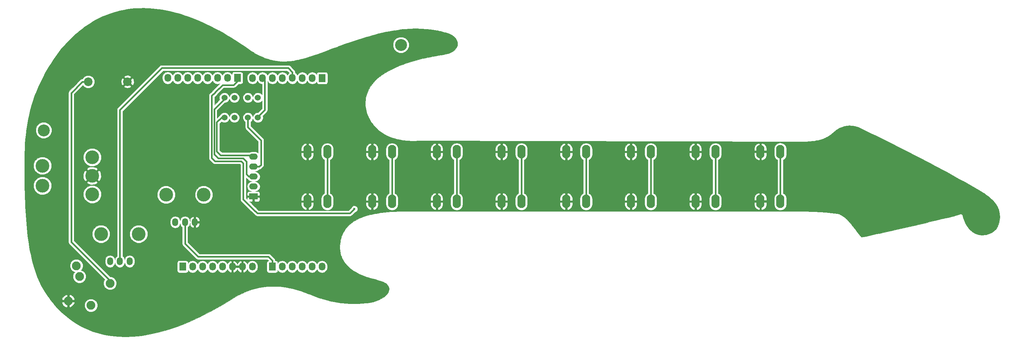
<source format=gtl>
G04 #@! TF.FileFunction,Copper,L1,Top,Signal*
%FSLAX45Y45*%
G04 Gerber Fmt 4.5, Leading zero omitted, Abs format (unit mm)*
G04 Created by KiCad (PCBNEW 4.0.6-e0-6349~53~ubuntu16.04.1) date Fri May  5 11:32:33 2017*
%MOMM*%
%LPD*%
G01*
G04 APERTURE LIST*
%ADD10C,0.150000*%
%ADD11C,3.048000*%
%ADD12O,2.114400X3.435200*%
%ADD13O,2.115500X3.435200*%
%ADD14C,1.524000*%
%ADD15R,1.727200X2.032000*%
%ADD16O,1.727200X2.032000*%
%ADD17C,2.200000*%
%ADD18O,1.500000X2.000000*%
%ADD19C,3.500000*%
%ADD20C,2.250000*%
%ADD21R,2.199640X1.524000*%
%ADD22O,2.199640X1.524000*%
%ADD23C,0.600000*%
%ADD24C,0.400000*%
%ADD25C,0.250000*%
%ADD26C,0.025400*%
G04 APERTURE END LIST*
D10*
D11*
X-1994662Y3297682D03*
D12*
X7180580Y566928D03*
X7688580Y566928D03*
X7180580Y-703072D03*
X7688580Y-703072D03*
X5524500Y565404D03*
X6032500Y565404D03*
X5524500Y-704596D03*
X6032500Y-704596D03*
X3873500Y565404D03*
X4381500Y565404D03*
X3873500Y-704596D03*
X4381500Y-704596D03*
X2222754Y565404D03*
X2730754Y565404D03*
X2222754Y-704596D03*
X2730754Y-704596D03*
X571500Y565404D03*
X1079500Y565404D03*
X571500Y-704596D03*
D13*
X1079500Y-704596D03*
D12*
X-1079500Y565404D03*
X-571500Y565404D03*
X-1079500Y-704596D03*
X-571500Y-704596D03*
X-2730500Y565404D03*
X-2222500Y565404D03*
X-2730500Y-704596D03*
X-2222500Y-704596D03*
D14*
X-6500368Y1439164D03*
X-6500368Y1947164D03*
X-6246368Y1439164D03*
X-6246368Y1947164D03*
X-5900928Y1439164D03*
X-5900928Y1947164D03*
X-5646928Y1439164D03*
X-5646928Y1947164D03*
D15*
X-4005580Y2450084D03*
D16*
X-4259580Y2450084D03*
X-4513580Y2450084D03*
X-4767580Y2454910D03*
X-5021580Y2450084D03*
X-5275580Y2450084D03*
X-5529580Y2450084D03*
X-5783580Y2450084D03*
D15*
X-6169406Y2454910D03*
D16*
X-6423406Y2454910D03*
X-6677406Y2454910D03*
X-6931406Y2454910D03*
X-7185406Y2454910D03*
X-7439406Y2454910D03*
X-7693406Y2454910D03*
X-7947406Y2454910D03*
D17*
X-8974500Y2357000D03*
X-9974500Y2357000D03*
D11*
X-11114024Y1114552D03*
D18*
X-9419400Y-2236700D03*
X-9169400Y-2236700D03*
X-8919400Y-2236700D03*
D19*
X-9649400Y-1536700D03*
X-8689400Y-1536700D03*
D20*
X-10487137Y-3249153D03*
X-9907310Y-3362290D03*
X-9419406Y-2796605D03*
X-10200759Y-2623364D03*
X-10278541Y-2347592D03*
D19*
X-11146500Y-301000D03*
X-11146500Y209000D03*
X-9876500Y-521000D03*
X-9876500Y-46000D03*
X-9876500Y424000D03*
D18*
X-7756208Y-1233400D03*
X-7506208Y-1233400D03*
X-7256208Y-1233400D03*
D19*
X-7986208Y-533400D03*
X-7026208Y-533400D03*
D12*
X-4381500Y565404D03*
X-3873500Y565404D03*
X-4381500Y-704596D03*
X-3873500Y-704596D03*
D21*
X-5758180Y-577596D03*
D22*
X-5758180Y-323596D03*
X-5758180Y-69596D03*
X-5758180Y184404D03*
X-5758180Y438404D03*
D15*
X-5279136Y-2372360D03*
D16*
X-5025136Y-2372360D03*
X-4771136Y-2372360D03*
X-4517136Y-2372360D03*
X-4263136Y-2372360D03*
X-4009136Y-2372360D03*
D15*
X-7566660Y-2371344D03*
D16*
X-7312660Y-2371344D03*
X-7058660Y-2371344D03*
X-6804660Y-2371344D03*
X-6550660Y-2371344D03*
X-6296660Y-2371344D03*
X-6042660Y-2371344D03*
X-5788660Y-2371344D03*
D23*
X-3183890Y-896620D03*
X-5279136Y-2372360D03*
X-7185406Y2454910D03*
D24*
X5524500Y-635000D02*
X5524500Y635000D01*
X-9419406Y-2796605D02*
X-9419406Y-2732970D01*
X-9419406Y-2732970D02*
X-10411968Y-1740408D01*
X-10411968Y-1740408D02*
X-10411968Y2070608D01*
X-10411968Y2070608D02*
X-10125576Y2357000D01*
X-10125576Y2357000D02*
X-9974500Y2357000D01*
X-9974500Y2357000D02*
X-10025500Y2357000D01*
X-6022340Y-55880D02*
X-6022594Y-56134D01*
X-6022340Y272312D02*
X-6022340Y-55880D01*
X-6075148Y325120D02*
X-6022340Y272312D01*
X-6377432Y325120D02*
X-6075148Y325120D01*
X-6022594Y-56134D02*
X-6022594Y-647954D01*
X-6377432Y325120D02*
X-6405626Y325120D01*
X-6405626Y325120D02*
X-6405626Y324890D01*
X-6736080Y2089150D02*
X-6736080Y2088642D01*
X-6271006Y2274316D02*
X-6551168Y2274316D01*
X-6551168Y2274316D02*
X-6736080Y2089404D01*
X-6736080Y2089404D02*
X-6736080Y2089150D01*
X-6169406Y2375916D02*
X-6271006Y2274316D01*
X-6503924Y324890D02*
X-6405626Y324890D01*
X-6736080Y2088642D02*
X-6826250Y1998472D01*
X-6826250Y1998472D02*
X-6826250Y408940D01*
X-6826250Y408940D02*
X-6742430Y325120D01*
X-6742430Y325120D02*
X-6503924Y325120D01*
X-6503924Y325120D02*
X-6503924Y324890D01*
X7688580Y566928D02*
X7688580Y-703072D01*
X-5765546Y-905002D02*
X-5764530Y-905002D01*
X-3296666Y-1009396D02*
X-3183890Y-896620D01*
X-5660136Y-1009396D02*
X-3296666Y-1009396D01*
X-5764530Y-905002D02*
X-5660136Y-1009396D01*
X-6022594Y-647954D02*
X-5765546Y-905002D01*
X-6169406Y2454910D02*
X-6169406Y2375916D01*
X-3873500Y565404D02*
X-3873500Y-704596D01*
D25*
X-6413500Y2445004D02*
X-6423406Y2454910D01*
D24*
X-2222500Y-704596D02*
X-2222500Y565404D01*
X-6921500Y2445004D02*
X-6931406Y2454910D01*
X-7506208Y-1233400D02*
X-7506208Y-1782318D01*
X-7506208Y-1782318D02*
X-7173722Y-2114804D01*
X-5279136Y-2212848D02*
X-5279136Y-2372360D01*
X-7173722Y-2114804D02*
X-5377180Y-2114804D01*
X-5377180Y-2114804D02*
X-5279136Y-2212848D01*
X-571500Y565404D02*
X-571500Y-704596D01*
X1079500Y565404D02*
X1079500Y-704596D01*
X2730754Y565404D02*
X2730754Y-704596D01*
X4381500Y635000D02*
X4381500Y-635000D01*
X-9169400Y-2236700D02*
X-9169400Y1634490D01*
X-9169400Y1634490D02*
X-8095234Y2708656D01*
X-8095234Y2708656D02*
X-4871212Y2708656D01*
X-4871212Y2708656D02*
X-4767580Y2605024D01*
X-4767580Y2605024D02*
X-4767580Y2454910D01*
X-5941568Y317500D02*
X-5941568Y-4572D01*
X-6022340Y398272D02*
X-5941568Y317500D01*
X-6369812Y398272D02*
X-6022340Y398272D01*
X-5941568Y-4572D02*
X-5876544Y-69596D01*
X-5876544Y-69596D02*
X-5758180Y-69596D01*
X-6661428Y398272D02*
X-6369812Y398272D01*
X-6761250Y498094D02*
X-6661428Y398272D01*
X-6761250Y1657096D02*
X-6761250Y498094D01*
X-6500368Y1917978D02*
X-6761250Y1657096D01*
X-6500368Y1947164D02*
X-6500368Y1917978D01*
X-5799328Y479552D02*
X-5758180Y438404D01*
X-6598412Y479552D02*
X-5799328Y479552D01*
X-6696250Y577390D02*
X-6598412Y479552D01*
X-6696250Y1319228D02*
X-6696250Y577390D01*
X-6576314Y1439164D02*
X-6696250Y1319228D01*
X-6500368Y1439164D02*
X-6576314Y1439164D01*
X-6500368Y1439164D02*
X-6489192Y1439164D01*
X-5567172Y231140D02*
X-5613908Y184404D01*
X-5567172Y860552D02*
X-5567172Y231140D01*
X-5900928Y1194308D02*
X-5567172Y860552D01*
X-5613908Y184404D02*
X-5758180Y184404D01*
X-5900928Y1439164D02*
X-5900928Y1194308D01*
X-5646928Y1439164D02*
X-5646928Y1459992D01*
X-5646928Y1459992D02*
X-5469382Y1637538D01*
X-5469382Y1637538D02*
X-5469382Y2389886D01*
X-5469382Y2389886D02*
X-5529580Y2450084D01*
X6032500Y565404D02*
X6032500Y-704596D01*
D26*
G36*
X-8494614Y4239052D02*
X-8415937Y4235532D01*
X-8336635Y4229825D01*
X-8256723Y4221930D01*
X-8176191Y4211848D01*
X-8095048Y4199578D01*
X-8013294Y4185120D01*
X-7930928Y4168473D01*
X-7847969Y4149641D01*
X-7764400Y4128618D01*
X-7680243Y4105410D01*
X-7595490Y4080013D01*
X-7510150Y4052429D01*
X-7424228Y4022658D01*
X-7337732Y3990703D01*
X-7250659Y3956562D01*
X-7163014Y3920234D01*
X-7074811Y3881726D01*
X-6986054Y3841037D01*
X-6896734Y3798163D01*
X-6806871Y3753113D01*
X-6716459Y3705881D01*
X-6625513Y3656475D01*
X-6534037Y3604896D01*
X-6442029Y3551141D01*
X-6349500Y3495216D01*
X-6256456Y3437125D01*
X-6162897Y3376864D01*
X-6068827Y3314436D01*
X-5974257Y3249847D01*
X-5878893Y3182888D01*
X-5878274Y3182615D01*
X-5877796Y3182137D01*
X-5812172Y3138308D01*
X-5811240Y3137922D01*
X-5810502Y3137234D01*
X-5745987Y3097319D01*
X-5744985Y3096944D01*
X-5744176Y3096244D01*
X-5680684Y3060131D01*
X-5679612Y3059775D01*
X-5678730Y3059070D01*
X-5616176Y3026647D01*
X-5615037Y3026318D01*
X-5614082Y3025616D01*
X-5552381Y2996772D01*
X-5551180Y2996477D01*
X-5550153Y2995788D01*
X-5489220Y2970413D01*
X-5487964Y2970160D01*
X-5486869Y2969494D01*
X-5426619Y2947475D01*
X-5425317Y2947273D01*
X-5424162Y2946640D01*
X-5364509Y2927864D01*
X-5363175Y2927719D01*
X-5361969Y2927129D01*
X-5302828Y2911486D01*
X-5301474Y2911402D01*
X-5300229Y2910863D01*
X-5241516Y2898242D01*
X-5240158Y2898221D01*
X-5238888Y2897741D01*
X-5180517Y2888029D01*
X-5179172Y2888071D01*
X-5177893Y2887655D01*
X-5119779Y2880741D01*
X-5118463Y2880844D01*
X-5117190Y2880492D01*
X-5059249Y2876265D01*
X-5057976Y2876423D01*
X-5056725Y2876137D01*
X-4998871Y2874484D01*
X-4997655Y2874690D01*
X-4996442Y2874466D01*
X-4938590Y2875277D01*
X-4937441Y2875522D01*
X-4936279Y2875356D01*
X-4878344Y2878518D01*
X-4877271Y2878793D01*
X-4876171Y2878678D01*
X-4818067Y2884080D01*
X-4817077Y2884375D01*
X-4816046Y2884304D01*
X-4757689Y2891835D01*
X-4756784Y2892140D01*
X-4755831Y2892106D01*
X-4697136Y2901654D01*
X-4696318Y2901960D01*
X-4695444Y2901955D01*
X-4636326Y2913408D01*
X-4635594Y2913707D01*
X-4634803Y2913725D01*
X-4575176Y2926971D01*
X-4574528Y2927257D01*
X-4573821Y2927290D01*
X-4513600Y2942218D01*
X-4513033Y2942485D01*
X-4512408Y2942528D01*
X-4451509Y2959027D01*
X-4451020Y2959270D01*
X-4450475Y2959318D01*
X-4388812Y2977276D01*
X-4388396Y2977492D01*
X-4387930Y2977541D01*
X-4325418Y2996847D01*
X-4325071Y2997034D01*
X-4324679Y2997080D01*
X-4261233Y3017622D01*
X-4260951Y3017779D01*
X-4260631Y3017821D01*
X-4196166Y3039486D01*
X-4195945Y3039613D01*
X-4195693Y3039648D01*
X-4130123Y3062327D01*
X-4129959Y3062423D01*
X-4129771Y3062450D01*
X-4063013Y3086029D01*
X-4062902Y3086095D01*
X-4062775Y3086114D01*
X-3994743Y3110483D01*
X-3994682Y3110520D01*
X-3994612Y3110530D01*
X-3925220Y3135577D01*
X-3924655Y3135918D01*
X-3924006Y3136031D01*
X-3841587Y3167913D01*
X-3759810Y3199201D01*
X-3678504Y3229925D01*
X-3605340Y3257189D01*
X-2199167Y3257189D01*
X-2168104Y3182010D01*
X-2110636Y3124442D01*
X-2035512Y3093248D01*
X-1954169Y3093177D01*
X-1878990Y3124240D01*
X-1821422Y3181708D01*
X-1790228Y3256832D01*
X-1790157Y3338175D01*
X-1821220Y3413354D01*
X-1878688Y3470922D01*
X-1953812Y3502116D01*
X-2035155Y3502187D01*
X-2110334Y3471124D01*
X-2167902Y3413656D01*
X-2199096Y3338532D01*
X-2199167Y3257189D01*
X-3605340Y3257189D01*
X-3597728Y3260025D01*
X-3517446Y3289479D01*
X-3437676Y3318245D01*
X-3358399Y3346292D01*
X-3279609Y3373587D01*
X-3201286Y3400101D01*
X-3123468Y3425786D01*
X-3046102Y3450623D01*
X-2969213Y3474569D01*
X-2892791Y3497591D01*
X-2816812Y3519661D01*
X-2741293Y3540739D01*
X-2666232Y3560792D01*
X-2591604Y3579790D01*
X-2517414Y3597698D01*
X-2443658Y3614483D01*
X-2370328Y3630112D01*
X-2297423Y3644551D01*
X-2224941Y3657767D01*
X-2152854Y3669731D01*
X-2081191Y3680405D01*
X-2009921Y3689761D01*
X-1939044Y3697766D01*
X-1868561Y3704386D01*
X-1798450Y3709591D01*
X-1728729Y3713348D01*
X-1659364Y3715625D01*
X-1591092Y3716383D01*
X-1564320Y3715399D01*
X-1536276Y3714236D01*
X-1508243Y3712932D01*
X-1480138Y3711472D01*
X-1452087Y3709853D01*
X-1424012Y3708059D01*
X-1395960Y3706083D01*
X-1367948Y3703916D01*
X-1339962Y3701546D01*
X-1312039Y3698966D01*
X-1284176Y3696164D01*
X-1256376Y3693132D01*
X-1228671Y3689860D01*
X-1201044Y3686337D01*
X-1173532Y3682557D01*
X-1146119Y3678506D01*
X-1118843Y3674179D01*
X-1091701Y3669565D01*
X-1064696Y3664653D01*
X-1037847Y3659436D01*
X-1011160Y3653903D01*
X-984657Y3648048D01*
X-958343Y3641861D01*
X-932223Y3635332D01*
X-906308Y3628452D01*
X-880605Y3621211D01*
X-855140Y3613605D01*
X-829902Y3605619D01*
X-804918Y3597251D01*
X-780187Y3588487D01*
X-756428Y3579586D01*
X-730044Y3568324D01*
X-705877Y3555995D01*
X-683373Y3542466D01*
X-662563Y3527856D01*
X-643476Y3512282D01*
X-626144Y3495866D01*
X-610589Y3478725D01*
X-596835Y3460978D01*
X-584898Y3442743D01*
X-574791Y3424129D01*
X-566522Y3405247D01*
X-560092Y3386193D01*
X-555501Y3367055D01*
X-552748Y3347904D01*
X-551836Y3328793D01*
X-552778Y3309763D01*
X-555604Y3290834D01*
X-560365Y3272020D01*
X-567135Y3253332D01*
X-576013Y3234786D01*
X-587121Y3216412D01*
X-600590Y3198264D01*
X-616565Y3180415D01*
X-635185Y3162964D01*
X-656581Y3146031D01*
X-680874Y3129749D01*
X-708174Y3114265D01*
X-738571Y3099730D01*
X-772151Y3086297D01*
X-808981Y3074121D01*
X-847748Y3063722D01*
X-912611Y3053333D01*
X-912770Y3053274D01*
X-912940Y3053279D01*
X-979953Y3042144D01*
X-980127Y3042078D01*
X-980314Y3042083D01*
X-1046557Y3030639D01*
X-1046747Y3030566D01*
X-1046949Y3030569D01*
X-1112414Y3018788D01*
X-1112619Y3018708D01*
X-1112840Y3018710D01*
X-1177519Y3006564D01*
X-1177740Y3006475D01*
X-1177978Y3006476D01*
X-1241862Y2993935D01*
X-1242100Y2993838D01*
X-1242357Y2993836D01*
X-1305438Y2980874D01*
X-1305693Y2980766D01*
X-1305969Y2980762D01*
X-1368240Y2967349D01*
X-1368511Y2967232D01*
X-1368807Y2967224D01*
X-1430259Y2953332D01*
X-1430548Y2953203D01*
X-1430863Y2953192D01*
X-1491490Y2938792D01*
X-1491796Y2938652D01*
X-1492132Y2938636D01*
X-1551923Y2923701D01*
X-1552247Y2923548D01*
X-1552605Y2923526D01*
X-1611553Y2908027D01*
X-1611896Y2907860D01*
X-1612275Y2907832D01*
X-1670372Y2891740D01*
X-1670732Y2891559D01*
X-1671134Y2891523D01*
X-1728372Y2874811D01*
X-1728751Y2874613D01*
X-1729175Y2874570D01*
X-1785546Y2857208D01*
X-1785943Y2856993D01*
X-1786390Y2856940D01*
X-1841886Y2838901D01*
X-1842300Y2838668D01*
X-1842771Y2838605D01*
X-1897384Y2819859D01*
X-1897816Y2819607D01*
X-1898310Y2819532D01*
X-1952031Y2800051D01*
X-1952480Y2799779D01*
X-1952999Y2799690D01*
X-2005820Y2779447D01*
X-2006286Y2779153D01*
X-2006828Y2779050D01*
X-2058741Y2758015D01*
X-2059224Y2757698D01*
X-2059789Y2757578D01*
X-2110786Y2735724D01*
X-2111284Y2735383D01*
X-2111872Y2735245D01*
X-2161945Y2712543D01*
X-2162458Y2712176D01*
X-2163068Y2712019D01*
X-2212209Y2688440D01*
X-2212735Y2688046D01*
X-2213366Y2687869D01*
X-2261567Y2663386D01*
X-2262104Y2662964D01*
X-2262757Y2662764D01*
X-2310009Y2637347D01*
X-2310556Y2636896D01*
X-2311227Y2636672D01*
X-2357524Y2610294D01*
X-2358078Y2609814D01*
X-2358767Y2609565D01*
X-2404099Y2582196D01*
X-2404659Y2581686D01*
X-2405364Y2581410D01*
X-2449723Y2553023D01*
X-2450286Y2552482D01*
X-2451005Y2552178D01*
X-2494384Y2522744D01*
X-2494947Y2522173D01*
X-2495678Y2521840D01*
X-2538068Y2491331D01*
X-2538629Y2490729D01*
X-2539369Y2490366D01*
X-2580761Y2458754D01*
X-2582838Y2456396D01*
X-2585492Y2454714D01*
X-2626707Y2415442D01*
X-2627492Y2414326D01*
X-2628608Y2413542D01*
X-2666609Y2373755D01*
X-2667370Y2372556D01*
X-2668491Y2371685D01*
X-2703327Y2331433D01*
X-2704055Y2330151D01*
X-2705172Y2329188D01*
X-2736894Y2288523D01*
X-2737580Y2287159D01*
X-2738682Y2286102D01*
X-2767341Y2245073D01*
X-2767975Y2243630D01*
X-2769051Y2242478D01*
X-2794698Y2201138D01*
X-2795268Y2199619D01*
X-2796307Y2198374D01*
X-2818993Y2156772D01*
X-2819489Y2155185D01*
X-2820479Y2153849D01*
X-2840253Y2112036D01*
X-2840666Y2110389D01*
X-2841596Y2108968D01*
X-2858509Y2066995D01*
X-2858830Y2065299D01*
X-2859687Y2063800D01*
X-2873791Y2021718D01*
X-2874012Y2019984D01*
X-2874787Y2018418D01*
X-2886131Y1976277D01*
X-2886248Y1974520D01*
X-2886932Y1972896D01*
X-2895567Y1930748D01*
X-2895577Y1928981D01*
X-2896162Y1927314D01*
X-2902139Y1885208D01*
X-2902041Y1883447D01*
X-2902522Y1881750D01*
X-2905892Y1839738D01*
X-2905688Y1837996D01*
X-2906064Y1836282D01*
X-2906876Y1794414D01*
X-2906570Y1792704D01*
X-2906840Y1790989D01*
X-2905146Y1749315D01*
X-2904743Y1747650D01*
X-2904909Y1745945D01*
X-2900759Y1704517D01*
X-2900267Y1702906D01*
X-2900332Y1701223D01*
X-2893776Y1660091D01*
X-2893204Y1658543D01*
X-2893173Y1656893D01*
X-2884263Y1616108D01*
X-2883617Y1614629D01*
X-2883497Y1613020D01*
X-2872283Y1572633D01*
X-2871574Y1571227D01*
X-2871372Y1569666D01*
X-2857905Y1529727D01*
X-2857141Y1528397D01*
X-2856863Y1526889D01*
X-2841193Y1487449D01*
X-2840382Y1486197D01*
X-2840038Y1484746D01*
X-2822215Y1445855D01*
X-2821365Y1444680D01*
X-2820960Y1443288D01*
X-2801035Y1404998D01*
X-2800154Y1403898D01*
X-2799694Y1402566D01*
X-2777719Y1364927D01*
X-2776811Y1363902D01*
X-2776304Y1362630D01*
X-2752328Y1325693D01*
X-2751399Y1324739D01*
X-2750850Y1323526D01*
X-2724924Y1287341D01*
X-2723979Y1286456D01*
X-2723392Y1285301D01*
X-2695567Y1249919D01*
X-2694609Y1249099D01*
X-2693989Y1248001D01*
X-2664316Y1213473D01*
X-2663348Y1212715D01*
X-2662699Y1211671D01*
X-2631227Y1178047D01*
X-2630252Y1177348D01*
X-2629577Y1176356D01*
X-2596357Y1143688D01*
X-2595018Y1142809D01*
X-2594045Y1141536D01*
X-2573283Y1123265D01*
X-2572556Y1122844D01*
X-2572026Y1122191D01*
X-2550627Y1104432D01*
X-2549885Y1104030D01*
X-2549334Y1103390D01*
X-2527290Y1086155D01*
X-2526534Y1085774D01*
X-2525963Y1085148D01*
X-2503266Y1068446D01*
X-2502499Y1068087D01*
X-2501909Y1067478D01*
X-2478552Y1051320D01*
X-2477775Y1050983D01*
X-2477168Y1050392D01*
X-2453141Y1034787D01*
X-2452357Y1034474D01*
X-2451736Y1033903D01*
X-2427031Y1018862D01*
X-2426242Y1018573D01*
X-2425607Y1018022D01*
X-2400217Y1003555D01*
X-2399425Y1003291D01*
X-2398778Y1002762D01*
X-2372695Y988879D01*
X-2371901Y988640D01*
X-2371245Y988134D01*
X-2344461Y974845D01*
X-2343668Y974630D01*
X-2343004Y974148D01*
X-2315510Y961463D01*
X-2314721Y961273D01*
X-2314051Y960815D01*
X-2285840Y948745D01*
X-2285055Y948579D01*
X-2284381Y948145D01*
X-2255445Y936700D01*
X-2254667Y936558D01*
X-2253991Y936148D01*
X-2224321Y925338D01*
X-2223552Y925219D01*
X-2222875Y924833D01*
X-2192464Y914669D01*
X-2191704Y914572D01*
X-2191030Y914210D01*
X-2159868Y904701D01*
X-2159121Y904626D01*
X-2158449Y904288D01*
X-2126530Y895444D01*
X-2125794Y895390D01*
X-2125128Y895075D01*
X-2092442Y886907D01*
X-2091721Y886872D01*
X-2091061Y886580D01*
X-2057602Y879098D01*
X-2056895Y879081D01*
X-2056242Y878811D01*
X-2022001Y872025D01*
X-2021310Y872026D01*
X-2020665Y871777D01*
X-1985634Y865697D01*
X-1984959Y865714D01*
X-1984324Y865486D01*
X-1948495Y860122D01*
X-1947836Y860154D01*
X-1947212Y859945D01*
X-1910576Y855308D01*
X-1909935Y855354D01*
X-1909322Y855164D01*
X-1871872Y851264D01*
X-1871249Y851322D01*
X-1870647Y851150D01*
X-1832375Y847997D01*
X-1831769Y848066D01*
X-1831180Y847911D01*
X-1792078Y845515D01*
X-1791489Y845595D01*
X-1790912Y845455D01*
X-1750972Y843827D01*
X-1750402Y843916D01*
X-1749838Y843792D01*
X-1709051Y842941D01*
X-1708498Y843039D01*
X-1707947Y842929D01*
X-1666306Y842865D01*
X-1665770Y842971D01*
X-1665233Y842874D01*
X-1622729Y843608D01*
X-1622211Y843721D01*
X-1621687Y843636D01*
X-1579397Y845140D01*
X8081878Y821333D01*
X8081898Y821337D01*
X8081918Y821333D01*
X8113130Y821278D01*
X8113193Y821290D01*
X8113256Y821278D01*
X8144562Y821291D01*
X8144655Y821309D01*
X8144748Y821291D01*
X8176118Y821407D01*
X8176243Y821432D01*
X8176368Y821409D01*
X8207770Y821662D01*
X8207926Y821694D01*
X8208082Y821665D01*
X8239487Y822091D01*
X8239675Y822131D01*
X8239863Y822097D01*
X8271241Y822729D01*
X8271460Y822777D01*
X8271682Y822740D01*
X8303002Y823612D01*
X8303253Y823670D01*
X8303508Y823629D01*
X8334740Y824777D01*
X8335026Y824844D01*
X8335315Y824801D01*
X8366429Y826259D01*
X8366748Y826338D01*
X8367074Y826293D01*
X8398039Y828095D01*
X8398393Y828187D01*
X8398756Y828141D01*
X8429542Y830322D01*
X8429932Y830429D01*
X8430334Y830384D01*
X8460911Y832979D01*
X8461338Y833102D01*
X8461780Y833059D01*
X8492118Y836102D01*
X8492583Y836244D01*
X8493067Y836205D01*
X8523135Y839730D01*
X8523639Y839893D01*
X8524169Y839861D01*
X8553936Y843902D01*
X8554481Y844090D01*
X8555056Y844066D01*
X8584493Y848659D01*
X8585079Y848873D01*
X8585702Y848861D01*
X8614779Y854040D01*
X8615406Y854285D01*
X8616080Y854287D01*
X8644766Y860086D01*
X8645436Y860366D01*
X8646162Y860387D01*
X8674426Y866841D01*
X8675139Y867160D01*
X8675919Y867203D01*
X8703732Y874346D01*
X8704487Y874709D01*
X8705321Y874779D01*
X8732653Y882646D01*
X8733449Y883058D01*
X8734340Y883160D01*
X8761159Y891786D01*
X8761995Y892251D01*
X8762941Y892392D01*
X8789218Y901810D01*
X8790092Y902335D01*
X8791094Y902520D01*
X8816798Y912766D01*
X8817705Y913355D01*
X8818761Y913591D01*
X8843862Y924699D01*
X8844798Y925357D01*
X8845904Y925651D01*
X8870373Y937655D01*
X8871332Y938387D01*
X8872484Y938746D01*
X8896289Y951680D01*
X8897263Y952491D01*
X8898456Y952920D01*
X8921567Y966820D01*
X8922548Y967712D01*
X8923773Y968216D01*
X8946160Y983116D01*
X8947137Y984090D01*
X8948386Y984675D01*
X8970018Y1000609D01*
X8970981Y1001664D01*
X8972242Y1002333D01*
X8993090Y1019336D01*
X8994654Y1021229D01*
X8996717Y1022560D01*
X9021361Y1046419D01*
X9045294Y1068035D01*
X9069194Y1088117D01*
X9093042Y1106706D01*
X9116828Y1123842D01*
X9140539Y1139570D01*
X9164169Y1153932D01*
X9187705Y1166969D01*
X9211144Y1178725D01*
X9234477Y1189240D01*
X9257698Y1198555D01*
X9280807Y1206710D01*
X9303801Y1213743D01*
X9326679Y1219692D01*
X9349435Y1224592D01*
X9372069Y1228476D01*
X9394580Y1231379D01*
X9416967Y1233330D01*
X9439220Y1234361D01*
X9461341Y1234499D01*
X9483324Y1233774D01*
X9505156Y1232213D01*
X9526836Y1229842D01*
X9548354Y1226690D01*
X9569694Y1222782D01*
X9590852Y1218145D01*
X9611808Y1212808D01*
X9632558Y1206795D01*
X9653077Y1200138D01*
X9673364Y1192861D01*
X9692071Y1185515D01*
X9790460Y1137666D01*
X9790460Y1137666D01*
X9891398Y1088480D01*
X9992696Y1039001D01*
X9992697Y1039001D01*
X10094516Y989135D01*
X10196676Y938951D01*
X10299144Y888446D01*
X10401996Y837565D01*
X10505113Y786348D01*
X10608464Y734792D01*
X10712099Y682854D01*
X10815840Y630604D01*
X10919770Y577982D01*
X11023817Y525005D01*
X11127961Y471664D01*
X11232150Y417967D01*
X11336351Y363913D01*
X11440543Y309493D01*
X11544690Y254706D01*
X11648744Y199558D01*
X11752659Y144054D01*
X11856460Y88161D01*
X11960064Y31903D01*
X12063438Y-24720D01*
X12166567Y-81722D01*
X12269425Y-139108D01*
X12371956Y-196868D01*
X12474143Y-255011D01*
X12575911Y-313518D01*
X12677282Y-372421D01*
X12778194Y-431705D01*
X12877604Y-490772D01*
X12905552Y-509204D01*
X12933039Y-528036D01*
X12959338Y-546788D01*
X12984469Y-565479D01*
X13008443Y-584115D01*
X13031277Y-602710D01*
X13052983Y-621272D01*
X13073571Y-639806D01*
X13093066Y-658331D01*
X13111484Y-676856D01*
X13128842Y-695389D01*
X13145161Y-713945D01*
X13160464Y-732540D01*
X13174767Y-751182D01*
X13188098Y-769892D01*
X13200481Y-788691D01*
X13211938Y-807596D01*
X13222492Y-826632D01*
X13232171Y-845826D01*
X13240994Y-865206D01*
X13248982Y-884795D01*
X13256155Y-904632D01*
X13262528Y-924741D01*
X13268120Y-945159D01*
X13272939Y-965911D01*
X13276999Y-987036D01*
X13280307Y-1008556D01*
X13282871Y-1030501D01*
X13284696Y-1052898D01*
X13285789Y-1075771D01*
X13286149Y-1098990D01*
X13285555Y-1128360D01*
X13283811Y-1156581D01*
X13280951Y-1183770D01*
X13277007Y-1209929D01*
X13272014Y-1235059D01*
X13266004Y-1259169D01*
X13259009Y-1282267D01*
X13251060Y-1304367D01*
X13242184Y-1325481D01*
X13232407Y-1345626D01*
X13221750Y-1364821D01*
X13210232Y-1383084D01*
X13197869Y-1400430D01*
X13184670Y-1416882D01*
X13170643Y-1432452D01*
X13155795Y-1447155D01*
X13140124Y-1461002D01*
X13123632Y-1474001D01*
X13106323Y-1486152D01*
X13088195Y-1497456D01*
X13069246Y-1507911D01*
X13049485Y-1517507D01*
X13028909Y-1526238D01*
X13007533Y-1534089D01*
X12985360Y-1541050D01*
X12962402Y-1547106D01*
X12938674Y-1552242D01*
X12914192Y-1556443D01*
X12888969Y-1559696D01*
X12863028Y-1561984D01*
X12837814Y-1563225D01*
X12810140Y-1562168D01*
X12782804Y-1559372D01*
X12756448Y-1554955D01*
X12731035Y-1549000D01*
X12706513Y-1541581D01*
X12682845Y-1532768D01*
X12659997Y-1522625D01*
X12637944Y-1511215D01*
X12616663Y-1498598D01*
X12596141Y-1484835D01*
X12576377Y-1469994D01*
X12557364Y-1454138D01*
X12539103Y-1437339D01*
X12521604Y-1419674D01*
X12504863Y-1401213D01*
X12488896Y-1382046D01*
X12473704Y-1362250D01*
X12459296Y-1341912D01*
X12445678Y-1321124D01*
X12432851Y-1299969D01*
X12420826Y-1278547D01*
X12409604Y-1256948D01*
X12399184Y-1235264D01*
X12389572Y-1213595D01*
X12380766Y-1192034D01*
X12372768Y-1170684D01*
X12365575Y-1149641D01*
X12359185Y-1129011D01*
X12353597Y-1108899D01*
X12348803Y-1089405D01*
X12344608Y-1069752D01*
X12342895Y-1065774D01*
X12342185Y-1061503D01*
X12338532Y-1055643D01*
X12335801Y-1049300D01*
X12332696Y-1046281D01*
X12330405Y-1042606D01*
X12324788Y-1038590D01*
X12319837Y-1033775D01*
X12315813Y-1032174D01*
X12312291Y-1029656D01*
X12305564Y-1028095D01*
X12299148Y-1025542D01*
X12294818Y-1025602D01*
X12290599Y-1024623D01*
X12283787Y-1025756D01*
X12276882Y-1025852D01*
X12272905Y-1027565D01*
X12268633Y-1028275D01*
X12268335Y-1028387D01*
X12267388Y-1028742D01*
X12265676Y-1029376D01*
X12263296Y-1030249D01*
X12260185Y-1031378D01*
X12256365Y-1032749D01*
X12251897Y-1034334D01*
X12246772Y-1036131D01*
X12240984Y-1038136D01*
X12234547Y-1040338D01*
X12227531Y-1042708D01*
X12219885Y-1045256D01*
X12211646Y-1047963D01*
X12202824Y-1050822D01*
X12193439Y-1053817D01*
X12183491Y-1056944D01*
X12173024Y-1060182D01*
X12162034Y-1063526D01*
X12150529Y-1066967D01*
X12138525Y-1070494D01*
X12126045Y-1074093D01*
X12113079Y-1077760D01*
X12099688Y-1081472D01*
X12085848Y-1085228D01*
X12071573Y-1089017D01*
X12056897Y-1092824D01*
X12041803Y-1096646D01*
X12026351Y-1100460D01*
X12010520Y-1104264D01*
X11994329Y-1108047D01*
X11977617Y-1111838D01*
X11977306Y-1111977D01*
X11976965Y-1111990D01*
X11908879Y-1128275D01*
X11839768Y-1144774D01*
X11839768Y-1144774D01*
X11769753Y-1161457D01*
X11698885Y-1178306D01*
X11698885Y-1178306D01*
X11627267Y-1195297D01*
X11627266Y-1195297D01*
X11554882Y-1212428D01*
X11554882Y-1212428D01*
X11481905Y-1229656D01*
X11408383Y-1246966D01*
X11408383Y-1246966D01*
X11334328Y-1264354D01*
X11259871Y-1281784D01*
X11259871Y-1281784D01*
X11185087Y-1299235D01*
X11185087Y-1299235D01*
X11110042Y-1316691D01*
X11034843Y-1334121D01*
X10959487Y-1351523D01*
X10884052Y-1368876D01*
X10808664Y-1386148D01*
X10808664Y-1386148D01*
X10733449Y-1403305D01*
X10658358Y-1420356D01*
X10583456Y-1437281D01*
X10508935Y-1454034D01*
X10434869Y-1470595D01*
X10361161Y-1486980D01*
X10361161Y-1486980D01*
X10288085Y-1503125D01*
X10215606Y-1519033D01*
X10143773Y-1534690D01*
X10143772Y-1534690D01*
X10072836Y-1550036D01*
X10072836Y-1550036D01*
X10002594Y-1565111D01*
X9933318Y-1579851D01*
X9865028Y-1594248D01*
X9797857Y-1608268D01*
X9761103Y-1615858D01*
X9752160Y-1606746D01*
X9736579Y-1589784D01*
X9720417Y-1571231D01*
X9703727Y-1551245D01*
X9686556Y-1529987D01*
X9668946Y-1507627D01*
X9650915Y-1484306D01*
X9632494Y-1460189D01*
X9613672Y-1435389D01*
X9613672Y-1435388D01*
X9594536Y-1410147D01*
X9594494Y-1410110D01*
X9594469Y-1410058D01*
X9575038Y-1384533D01*
X9574943Y-1384449D01*
X9574887Y-1384335D01*
X9555185Y-1358686D01*
X9555038Y-1358557D01*
X9554950Y-1358381D01*
X9534983Y-1332747D01*
X9534782Y-1332573D01*
X9534660Y-1332335D01*
X9514434Y-1306853D01*
X9514175Y-1306633D01*
X9514016Y-1306334D01*
X9493537Y-1281141D01*
X9493217Y-1280876D01*
X9493017Y-1280511D01*
X9472290Y-1255746D01*
X9471902Y-1255434D01*
X9471655Y-1255002D01*
X9450686Y-1230803D01*
X9450223Y-1230444D01*
X9449923Y-1229940D01*
X9428718Y-1206445D01*
X9428169Y-1206037D01*
X9427805Y-1205458D01*
X9406370Y-1182805D01*
X9405723Y-1182347D01*
X9405284Y-1181688D01*
X9383624Y-1160015D01*
X9382866Y-1159508D01*
X9382335Y-1158765D01*
X9360458Y-1138209D01*
X9359568Y-1137654D01*
X9358928Y-1136824D01*
X9336838Y-1117524D01*
X9335797Y-1116925D01*
X9335025Y-1116004D01*
X9312728Y-1098097D01*
X9311509Y-1097462D01*
X9310577Y-1096453D01*
X9288080Y-1080077D01*
X9286656Y-1079419D01*
X9285532Y-1078326D01*
X9262839Y-1063619D01*
X9261182Y-1062960D01*
X9259828Y-1061797D01*
X9236947Y-1048897D01*
X9235026Y-1048267D01*
X9233404Y-1047060D01*
X9210339Y-1036105D01*
X9208134Y-1035549D01*
X9206207Y-1034339D01*
X9182965Y-1025466D01*
X9180465Y-1025042D01*
X9178208Y-1023886D01*
X9154794Y-1017234D01*
X9152014Y-1017010D01*
X9149421Y-1015985D01*
X9125841Y-1011692D01*
X9124267Y-1011717D01*
X9122772Y-1011219D01*
X9085592Y-1006521D01*
X9085404Y-1006535D01*
X9085224Y-1006476D01*
X9048228Y-1002046D01*
X9048042Y-1002060D01*
X9047865Y-1002003D01*
X9011040Y-997832D01*
X9010858Y-997848D01*
X9010683Y-997793D01*
X8974019Y-993874D01*
X8973840Y-993890D01*
X8973668Y-993837D01*
X8937152Y-990162D01*
X8936977Y-990179D01*
X8936808Y-990129D01*
X8900431Y-986690D01*
X8900259Y-986708D01*
X8900094Y-986659D01*
X8863843Y-983449D01*
X8863675Y-983468D01*
X8863513Y-983421D01*
X8827377Y-980432D01*
X8827214Y-980451D01*
X8827056Y-980407D01*
X8791024Y-977631D01*
X8790865Y-977651D01*
X8790711Y-977608D01*
X8754771Y-975039D01*
X8754617Y-975058D01*
X8754467Y-975018D01*
X8718608Y-972646D01*
X8718459Y-972666D01*
X8718314Y-972628D01*
X8682524Y-970447D01*
X8682380Y-970466D01*
X8682239Y-970430D01*
X8646508Y-968432D01*
X8646369Y-968451D01*
X8646234Y-968417D01*
X8610549Y-966594D01*
X8610416Y-966614D01*
X8610285Y-966581D01*
X8574636Y-964926D01*
X8574509Y-964945D01*
X8574383Y-964914D01*
X8538758Y-963418D01*
X8538636Y-963437D01*
X8538516Y-963409D01*
X8502904Y-962065D01*
X8502788Y-962084D01*
X8502673Y-962057D01*
X8467062Y-960857D01*
X8466952Y-960875D01*
X8466843Y-960850D01*
X8431222Y-959788D01*
X8431118Y-959805D01*
X8431015Y-959782D01*
X8395373Y-958848D01*
X8395275Y-958865D01*
X8395177Y-958844D01*
X8359503Y-958031D01*
X8359411Y-958047D01*
X8359319Y-958027D01*
X8323601Y-957329D01*
X8323515Y-957344D01*
X8323430Y-957326D01*
X8287655Y-956734D01*
X8287576Y-956748D01*
X8287497Y-956731D01*
X8251656Y-956237D01*
X8251583Y-956251D01*
X8251510Y-956236D01*
X8215591Y-955832D01*
X8215524Y-955845D01*
X8215457Y-955831D01*
X8179449Y-955511D01*
X8179388Y-955522D01*
X8179328Y-955510D01*
X8143218Y-955265D01*
X8143164Y-955276D01*
X8143110Y-955265D01*
X8106888Y-955088D01*
X8106840Y-955097D01*
X8106793Y-955087D01*
X8070447Y-954970D01*
X8070406Y-954978D01*
X8070364Y-954970D01*
X8033883Y-954906D01*
X8033848Y-954912D01*
X8033813Y-954905D01*
X7997186Y-954886D01*
X7997170Y-954889D01*
X7997155Y-954886D01*
X-1852073Y-954886D01*
X-1852279Y-954927D01*
X-1852485Y-954887D01*
X-1956333Y-955637D01*
X-1956766Y-955726D01*
X-1957201Y-955650D01*
X-2056566Y-957880D01*
X-2057028Y-957983D01*
X-2057496Y-957908D01*
X-2152482Y-961591D01*
X-2152976Y-961709D01*
X-2153478Y-961638D01*
X-2244187Y-966744D01*
X-2244715Y-966881D01*
X-2245256Y-966815D01*
X-2331792Y-973316D01*
X-2332355Y-973473D01*
X-2332937Y-973414D01*
X-2415404Y-981283D01*
X-2416005Y-981463D01*
X-2416631Y-981413D01*
X-2495132Y-990621D01*
X-2495774Y-990828D01*
X-2496447Y-990790D01*
X-2571086Y-1001308D01*
X-2571770Y-1001547D01*
X-2572494Y-1001525D01*
X-2643373Y-1013324D01*
X-2644101Y-1013600D01*
X-2644880Y-1013596D01*
X-2712103Y-1026649D01*
X-2712877Y-1026966D01*
X-2713713Y-1026986D01*
X-2777384Y-1041265D01*
X-2778204Y-1041628D01*
X-2779100Y-1041678D01*
X-2839322Y-1057153D01*
X-2840188Y-1057570D01*
X-2841146Y-1057655D01*
X-2898023Y-1074299D01*
X-2898935Y-1074775D01*
X-2899956Y-1074902D01*
X-2953590Y-1092687D01*
X-2954546Y-1093229D01*
X-2955630Y-1093406D01*
X-3006126Y-1112302D01*
X-3007121Y-1112919D01*
X-3008267Y-1113153D01*
X-3055727Y-1133133D01*
X-3056756Y-1133829D01*
X-3057961Y-1134130D01*
X-3102489Y-1155165D01*
X-3103543Y-1155946D01*
X-3104801Y-1156322D01*
X-3146501Y-1178384D01*
X-3147571Y-1179255D01*
X-3148873Y-1179712D01*
X-3187848Y-1202772D01*
X-3188922Y-1203735D01*
X-3190257Y-1204280D01*
X-3226610Y-1228311D01*
X-3227675Y-1229364D01*
X-3229030Y-1230001D01*
X-3262864Y-1254973D01*
X-3263903Y-1256114D01*
X-3265263Y-1256844D01*
X-3296682Y-1282729D01*
X-3297680Y-1283950D01*
X-3299026Y-1284770D01*
X-3328134Y-1311540D01*
X-3329076Y-1312829D01*
X-3330391Y-1313733D01*
X-3357291Y-1341360D01*
X-3358162Y-1342703D01*
X-3359429Y-1343681D01*
X-3384224Y-1372136D01*
X-3385013Y-1373514D01*
X-3386215Y-1374552D01*
X-3409009Y-1403807D01*
X-3409710Y-1405202D01*
X-3410834Y-1406284D01*
X-3431730Y-1436311D01*
X-3432337Y-1437702D01*
X-3433374Y-1438810D01*
X-3452475Y-1469579D01*
X-3452989Y-1470947D01*
X-3453931Y-1472062D01*
X-3471341Y-1503547D01*
X-3471764Y-1504872D01*
X-3472610Y-1505977D01*
X-3488432Y-1538148D01*
X-3488771Y-1539416D01*
X-3489520Y-1540493D01*
X-3503859Y-1573322D01*
X-3504552Y-1576491D01*
X-3506095Y-1579345D01*
X-3515386Y-1609474D01*
X-3515464Y-1610227D01*
X-3515806Y-1610902D01*
X-3524191Y-1640839D01*
X-3524252Y-1641639D01*
X-3524596Y-1642365D01*
X-3532044Y-1672106D01*
X-3532086Y-1672956D01*
X-3532427Y-1673735D01*
X-3538911Y-1703276D01*
X-3538928Y-1704175D01*
X-3539263Y-1705011D01*
X-3544755Y-1734347D01*
X-3544744Y-1735297D01*
X-3545069Y-1736190D01*
X-3549539Y-1765318D01*
X-3549495Y-1766318D01*
X-3549804Y-1767270D01*
X-3553225Y-1796185D01*
X-3553142Y-1797234D01*
X-3553431Y-1798246D01*
X-3555774Y-1826944D01*
X-3555648Y-1828040D01*
X-3555910Y-1829112D01*
X-3557147Y-1857589D01*
X-3556971Y-1858729D01*
X-3557200Y-1859859D01*
X-3557302Y-1888112D01*
X-3557072Y-1889290D01*
X-3557262Y-1890477D01*
X-3556201Y-1918500D01*
X-3555912Y-1919713D01*
X-3556055Y-1920951D01*
X-3553803Y-1948742D01*
X-3553451Y-1949981D01*
X-3553542Y-1951267D01*
X-3550070Y-1978820D01*
X-3549651Y-1980078D01*
X-3549684Y-1981404D01*
X-3544964Y-2008716D01*
X-3544476Y-2009983D01*
X-3544447Y-2011341D01*
X-3538451Y-2038408D01*
X-3537893Y-2039675D01*
X-3537797Y-2041056D01*
X-3530496Y-2067873D01*
X-3529870Y-2069129D01*
X-3529705Y-2070523D01*
X-3521070Y-2097086D01*
X-3520379Y-2098321D01*
X-3520144Y-2099716D01*
X-3510147Y-2126022D01*
X-3509394Y-2127225D01*
X-3509090Y-2128611D01*
X-3497704Y-2154654D01*
X-3496895Y-2155816D01*
X-3496524Y-2157182D01*
X-3483720Y-2182959D01*
X-3482862Y-2184071D01*
X-3482429Y-2185406D01*
X-3468178Y-2210914D01*
X-3467279Y-2211968D01*
X-3466790Y-2213264D01*
X-3451063Y-2238497D01*
X-3450132Y-2239489D01*
X-3449593Y-2240737D01*
X-3432362Y-2265692D01*
X-3431409Y-2266617D01*
X-3430826Y-2267811D01*
X-3412064Y-2292484D01*
X-3411096Y-2293340D01*
X-3410479Y-2294475D01*
X-3390156Y-2318861D01*
X-3389182Y-2319648D01*
X-3388537Y-2320721D01*
X-3366626Y-2344816D01*
X-3365654Y-2345534D01*
X-3364989Y-2346542D01*
X-3341460Y-2370343D01*
X-3340498Y-2370994D01*
X-3339820Y-2371938D01*
X-3314645Y-2395440D01*
X-3313698Y-2396027D01*
X-3313013Y-2396906D01*
X-3286166Y-2420105D01*
X-3285238Y-2420631D01*
X-3284553Y-2421447D01*
X-3256003Y-2444339D01*
X-3255100Y-2444809D01*
X-3254418Y-2445565D01*
X-3224137Y-2468146D01*
X-3221641Y-2469335D01*
X-3219601Y-2471201D01*
X-3174982Y-2498244D01*
X-3174004Y-2498600D01*
X-3173212Y-2499274D01*
X-3128966Y-2523966D01*
X-3128015Y-2524274D01*
X-3127232Y-2524895D01*
X-3083417Y-2547403D01*
X-3082503Y-2547664D01*
X-3081739Y-2548231D01*
X-3038414Y-2568721D01*
X-3037546Y-2568939D01*
X-3036811Y-2569449D01*
X-2994035Y-2588089D01*
X-2993223Y-2588266D01*
X-2992527Y-2588720D01*
X-2950358Y-2605675D01*
X-2949611Y-2605815D01*
X-2948964Y-2606214D01*
X-2907462Y-2621651D01*
X-2906788Y-2621759D01*
X-2906199Y-2622104D01*
X-2865422Y-2636188D01*
X-2864830Y-2636269D01*
X-2864308Y-2636560D01*
X-2824315Y-2649459D01*
X-2823814Y-2649517D01*
X-2823369Y-2649755D01*
X-2784219Y-2661636D01*
X-2783816Y-2661675D01*
X-2783457Y-2661861D01*
X-2745208Y-2672888D01*
X-2744914Y-2672913D01*
X-2744650Y-2673046D01*
X-2707362Y-2683388D01*
X-2707186Y-2683401D01*
X-2707028Y-2683479D01*
X-2670759Y-2693301D01*
X-2670712Y-2693304D01*
X-2670669Y-2693325D01*
X-2635571Y-2702769D01*
X-2601849Y-2711960D01*
X-2569620Y-2721044D01*
X-2538994Y-2730160D01*
X-2510055Y-2739446D01*
X-2482890Y-2749027D01*
X-2457588Y-2759008D01*
X-2434225Y-2769483D01*
X-2412850Y-2780528D01*
X-2393478Y-2792213D01*
X-2376083Y-2804607D01*
X-2360572Y-2817818D01*
X-2346806Y-2832006D01*
X-2334624Y-2847415D01*
X-2323884Y-2864380D01*
X-2314510Y-2883287D01*
X-2306515Y-2904542D01*
X-2300975Y-2924899D01*
X-2300352Y-2937521D01*
X-2300897Y-2953429D01*
X-2302734Y-2968871D01*
X-2305818Y-2983941D01*
X-2310126Y-2998723D01*
X-2315648Y-3013276D01*
X-2322384Y-3027648D01*
X-2330334Y-3041859D01*
X-2339491Y-3055912D01*
X-2349843Y-3069796D01*
X-2361364Y-3083491D01*
X-2374023Y-3096971D01*
X-2387778Y-3110209D01*
X-2402577Y-3123175D01*
X-2418365Y-3135841D01*
X-2435084Y-3148183D01*
X-2452668Y-3160176D01*
X-2471051Y-3171801D01*
X-2490168Y-3183042D01*
X-2509946Y-3193880D01*
X-2530316Y-3204302D01*
X-2551210Y-3214298D01*
X-2572558Y-3223858D01*
X-2594286Y-3232971D01*
X-2616326Y-3241632D01*
X-2638608Y-3249833D01*
X-2661057Y-3257568D01*
X-2683609Y-3264835D01*
X-2706187Y-3271627D01*
X-2728727Y-3277943D01*
X-2748635Y-3283123D01*
X-2801240Y-3290807D01*
X-2855924Y-3297771D01*
X-2910103Y-3303657D01*
X-2963803Y-3308486D01*
X-3017012Y-3312274D01*
X-3069748Y-3315040D01*
X-3122016Y-3316803D01*
X-3173828Y-3317582D01*
X-3225179Y-3317394D01*
X-3276093Y-3316258D01*
X-3326561Y-3314192D01*
X-3376606Y-3311214D01*
X-3426232Y-3307341D01*
X-3475436Y-3302592D01*
X-3524233Y-3296984D01*
X-3572632Y-3290536D01*
X-3620642Y-3283263D01*
X-3668257Y-3275186D01*
X-3715502Y-3266319D01*
X-3762373Y-3256682D01*
X-3808879Y-3246292D01*
X-3855027Y-3235165D01*
X-3900833Y-3223318D01*
X-3946288Y-3210771D01*
X-3991411Y-3197538D01*
X-4036201Y-3183640D01*
X-4080665Y-3169092D01*
X-4124818Y-3153909D01*
X-4168662Y-3138111D01*
X-4212192Y-3121718D01*
X-4255464Y-3104730D01*
X-4311692Y-3081829D01*
X-4312065Y-3081757D01*
X-4312384Y-3081552D01*
X-4369153Y-3059291D01*
X-4369568Y-3059217D01*
X-4369925Y-3058994D01*
X-4426911Y-3037596D01*
X-4427368Y-3037521D01*
X-4427765Y-3037283D01*
X-4484981Y-3016833D01*
X-4485481Y-3016759D01*
X-4485919Y-3016507D01*
X-4543381Y-2997090D01*
X-4543924Y-2997019D01*
X-4544404Y-2996754D01*
X-4602125Y-2978456D01*
X-4602713Y-2978390D01*
X-4603236Y-2978116D01*
X-4661230Y-2961021D01*
X-4661861Y-2960964D01*
X-4662428Y-2960682D01*
X-4720711Y-2944875D01*
X-4721385Y-2944829D01*
X-4721997Y-2944542D01*
X-4780582Y-2930110D01*
X-4781299Y-2930077D01*
X-4781957Y-2929789D01*
X-4840857Y-2916815D01*
X-4841617Y-2916800D01*
X-4842320Y-2916513D01*
X-4901551Y-2905084D01*
X-4902351Y-2905088D01*
X-4903101Y-2904807D01*
X-4962676Y-2895007D01*
X-4963515Y-2895035D01*
X-4964309Y-2894762D01*
X-5024243Y-2886677D01*
X-5025119Y-2886732D01*
X-5025956Y-2886473D01*
X-5086263Y-2880187D01*
X-5087172Y-2880271D01*
X-5088052Y-2880029D01*
X-5148746Y-2875629D01*
X-5149685Y-2875746D01*
X-5150604Y-2875525D01*
X-5211699Y-2873094D01*
X-5212664Y-2873247D01*
X-5213620Y-2873050D01*
X-5275130Y-2872676D01*
X-5276115Y-2872866D01*
X-5277104Y-2872698D01*
X-5339044Y-2874464D01*
X-5340044Y-2874693D01*
X-5341062Y-2874557D01*
X-5403445Y-2878549D01*
X-5404455Y-2878818D01*
X-5405496Y-2878717D01*
X-5468337Y-2885020D01*
X-5469352Y-2885330D01*
X-5470410Y-2885266D01*
X-5533724Y-2893965D01*
X-5534736Y-2894315D01*
X-5535806Y-2894291D01*
X-5599606Y-2905471D01*
X-5600610Y-2905860D01*
X-5601687Y-2905875D01*
X-5665987Y-2919622D01*
X-5666977Y-2920049D01*
X-5668054Y-2920104D01*
X-5732869Y-2936503D01*
X-5733839Y-2936965D01*
X-5734910Y-2937060D01*
X-5800253Y-2956195D01*
X-5801199Y-2956689D01*
X-5802258Y-2956822D01*
X-5868145Y-2978780D01*
X-5869062Y-2979303D01*
X-5870104Y-2979473D01*
X-5936548Y-3004337D01*
X-5937432Y-3004885D01*
X-5938451Y-3005089D01*
X-6005467Y-3032946D01*
X-6006315Y-3033515D01*
X-6007308Y-3033750D01*
X-6074910Y-3064685D01*
X-6075719Y-3065270D01*
X-6076683Y-3065534D01*
X-6144884Y-3099632D01*
X-6145654Y-3100229D01*
X-6146584Y-3100518D01*
X-6215399Y-3137864D01*
X-6216614Y-3138874D01*
X-6218094Y-3139423D01*
X-6534985Y-3334488D01*
X-6838196Y-3505627D01*
X-7128804Y-3654395D01*
X-7407026Y-3781825D01*
X-7673082Y-3888951D01*
X-7927194Y-3976814D01*
X-8169588Y-4046455D01*
X-8400504Y-4098925D01*
X-8620182Y-4135269D01*
X-8828875Y-4156538D01*
X-9026849Y-4163777D01*
X-9214375Y-4158028D01*
X-9391737Y-4140322D01*
X-9559226Y-4111680D01*
X-9717129Y-4073110D01*
X-9865736Y-4025609D01*
X-10005329Y-3970160D01*
X-10136179Y-3907742D01*
X-10258548Y-3839325D01*
X-10372684Y-3765881D01*
X-10478825Y-3688382D01*
X-10577200Y-3607806D01*
X-10668031Y-3525132D01*
X-10751538Y-3441344D01*
X-10827934Y-3357436D01*
X-10876876Y-3298962D01*
X-10647368Y-3298962D01*
X-10616110Y-3356488D01*
X-10565218Y-3397674D01*
X-10536946Y-3409384D01*
X-10511267Y-3402037D01*
X-10511267Y-3273283D01*
X-10463007Y-3273283D01*
X-10463007Y-3402037D01*
X-10437329Y-3409384D01*
X-10410639Y-3394882D01*
X-10071908Y-3394882D01*
X-10046907Y-3455390D01*
X-10000653Y-3501725D01*
X-9940188Y-3526832D01*
X-9874718Y-3526889D01*
X-9814210Y-3501887D01*
X-9767876Y-3455634D01*
X-9742768Y-3395169D01*
X-9742711Y-3329699D01*
X-9767713Y-3269191D01*
X-9813967Y-3222856D01*
X-9874431Y-3197749D01*
X-9939901Y-3197692D01*
X-10000409Y-3222693D01*
X-10046744Y-3268947D01*
X-10071851Y-3329412D01*
X-10071908Y-3394882D01*
X-10410639Y-3394882D01*
X-10379802Y-3378126D01*
X-10338617Y-3327234D01*
X-10326907Y-3298962D01*
X-10334253Y-3273283D01*
X-10463007Y-3273283D01*
X-10511267Y-3273283D01*
X-10640022Y-3273283D01*
X-10647368Y-3298962D01*
X-10876876Y-3298962D01*
X-10897431Y-3274404D01*
X-10955524Y-3199344D01*
X-10647368Y-3199344D01*
X-10640022Y-3225023D01*
X-10511267Y-3225023D01*
X-10511267Y-3096269D01*
X-10463007Y-3096269D01*
X-10463007Y-3225023D01*
X-10334253Y-3225023D01*
X-10326907Y-3199344D01*
X-10358164Y-3141818D01*
X-10409057Y-3100633D01*
X-10437329Y-3088922D01*
X-10463007Y-3096269D01*
X-10511267Y-3096269D01*
X-10536946Y-3088922D01*
X-10594473Y-3120180D01*
X-10635658Y-3171073D01*
X-10647368Y-3199344D01*
X-10955524Y-3199344D01*
X-10960247Y-3193242D01*
X-11016598Y-3114948D01*
X-11066700Y-3040525D01*
X-11110777Y-2970963D01*
X-11148613Y-2907992D01*
X-11183533Y-2842673D01*
X-11216901Y-2774653D01*
X-11248575Y-2704281D01*
X-11278590Y-2631574D01*
X-11306980Y-2556555D01*
X-11333784Y-2479235D01*
X-11359037Y-2399640D01*
X-11364680Y-2380184D01*
X-10443139Y-2380184D01*
X-10418138Y-2440692D01*
X-10371884Y-2487027D01*
X-10319086Y-2508950D01*
X-10340193Y-2530021D01*
X-10365301Y-2590485D01*
X-10365358Y-2655955D01*
X-10340356Y-2716464D01*
X-10294102Y-2762798D01*
X-10233638Y-2787905D01*
X-10168168Y-2787962D01*
X-10107660Y-2762961D01*
X-10061325Y-2716707D01*
X-10036218Y-2656243D01*
X-10036161Y-2590773D01*
X-10061162Y-2530264D01*
X-10107416Y-2483930D01*
X-10160214Y-2462006D01*
X-10139107Y-2440935D01*
X-10114000Y-2380471D01*
X-10113942Y-2315001D01*
X-10138944Y-2254493D01*
X-10185198Y-2208158D01*
X-10245662Y-2183051D01*
X-10311132Y-2182994D01*
X-10371641Y-2207995D01*
X-10417975Y-2254249D01*
X-10443082Y-2314714D01*
X-10443139Y-2380184D01*
X-11364680Y-2380184D01*
X-11382778Y-2317782D01*
X-11405043Y-2233696D01*
X-11425873Y-2147388D01*
X-11445305Y-2058888D01*
X-11463378Y-1968224D01*
X-11480134Y-1875406D01*
X-11495612Y-1780463D01*
X-11509854Y-1683422D01*
X-11522900Y-1584306D01*
X-11534793Y-1483123D01*
X-11545574Y-1379922D01*
X-11555286Y-1274700D01*
X-11563972Y-1167494D01*
X-11571674Y-1058319D01*
X-11578435Y-947215D01*
X-11584299Y-834173D01*
X-11589310Y-719228D01*
X-11593509Y-602435D01*
X-11596942Y-483779D01*
X-11599653Y-363265D01*
X-11599940Y-345969D01*
X-11373609Y-345969D01*
X-11339113Y-429457D01*
X-11275293Y-493388D01*
X-11191865Y-528031D01*
X-11101531Y-528109D01*
X-11018043Y-493613D01*
X-10954112Y-429793D01*
X-10919470Y-346365D01*
X-10919391Y-256031D01*
X-10953887Y-172543D01*
X-11017707Y-108612D01*
X-11101135Y-73970D01*
X-11191469Y-73891D01*
X-11274957Y-108387D01*
X-11338888Y-172207D01*
X-11373530Y-255635D01*
X-11373609Y-345969D01*
X-11599940Y-345969D01*
X-11601684Y-240978D01*
X-11603081Y-116868D01*
X-11603886Y8972D01*
X-11604145Y136700D01*
X-11604177Y136856D01*
X-11604147Y137012D01*
X-11604349Y164031D01*
X-11373609Y164031D01*
X-11339113Y80543D01*
X-11275293Y16612D01*
X-11191865Y-18031D01*
X-11101531Y-18109D01*
X-11018043Y16387D01*
X-10954112Y80207D01*
X-10919470Y163635D01*
X-10919391Y253969D01*
X-10953887Y337457D01*
X-11017707Y401388D01*
X-11101135Y436030D01*
X-11191469Y436109D01*
X-11274957Y401613D01*
X-11338888Y337793D01*
X-11373530Y254365D01*
X-11373609Y164031D01*
X-11604349Y164031D01*
X-11605145Y270136D01*
X-11604250Y398950D01*
X-11601447Y524017D01*
X-11596723Y645493D01*
X-11590061Y763533D01*
X-11581446Y878324D01*
X-11570864Y990014D01*
X-11561155Y1074059D01*
X-11318529Y1074059D01*
X-11287466Y998880D01*
X-11229998Y941312D01*
X-11154874Y910118D01*
X-11073531Y910047D01*
X-10998352Y941110D01*
X-10940784Y998578D01*
X-10909590Y1073702D01*
X-10909519Y1155045D01*
X-10940582Y1230224D01*
X-10998050Y1287792D01*
X-11073174Y1318986D01*
X-11154517Y1319057D01*
X-11229696Y1287994D01*
X-11287264Y1230526D01*
X-11318458Y1155402D01*
X-11318529Y1074059D01*
X-11561155Y1074059D01*
X-11558300Y1098778D01*
X-11543737Y1204781D01*
X-11527162Y1308189D01*
X-11508558Y1409179D01*
X-11487908Y1507919D01*
X-11465195Y1604584D01*
X-11440403Y1699337D01*
X-11413510Y1792365D01*
X-11384499Y1883832D01*
X-11353346Y1973918D01*
X-11320031Y2062794D01*
X-11316873Y2070608D01*
X-10484038Y2070608D01*
X-10484038Y-1740408D01*
X-10478552Y-1767988D01*
X-10462929Y-1791369D01*
X-9554935Y-2699363D01*
X-9558841Y-2703262D01*
X-9583948Y-2763727D01*
X-9584005Y-2829196D01*
X-9559003Y-2889705D01*
X-9512749Y-2936039D01*
X-9452285Y-2961146D01*
X-9386815Y-2961204D01*
X-9326307Y-2936202D01*
X-9279972Y-2889948D01*
X-9254865Y-2829484D01*
X-9254808Y-2764014D01*
X-9279809Y-2703506D01*
X-9326063Y-2657171D01*
X-9386528Y-2632064D01*
X-9418418Y-2632036D01*
X-9841733Y-2208721D01*
X-9546470Y-2208721D01*
X-9546470Y-2264679D01*
X-9536797Y-2313307D01*
X-9509252Y-2354531D01*
X-9468028Y-2382077D01*
X-9419400Y-2391749D01*
X-9370772Y-2382077D01*
X-9329548Y-2354531D01*
X-9302003Y-2313307D01*
X-9294400Y-2275086D01*
X-9286797Y-2313307D01*
X-9259252Y-2354531D01*
X-9218028Y-2382077D01*
X-9169400Y-2391749D01*
X-9120772Y-2382077D01*
X-9079548Y-2354531D01*
X-9052003Y-2313307D01*
X-9044400Y-2275086D01*
X-9036797Y-2313307D01*
X-9009252Y-2354531D01*
X-8968028Y-2382077D01*
X-8919400Y-2391749D01*
X-8870772Y-2382077D01*
X-8829548Y-2354531D01*
X-8802003Y-2313307D01*
X-8793338Y-2269744D01*
X-7706110Y-2269744D01*
X-7706110Y-2472944D01*
X-7702479Y-2492240D01*
X-7691075Y-2509962D01*
X-7673675Y-2521851D01*
X-7653020Y-2526034D01*
X-7480300Y-2526034D01*
X-7461004Y-2522403D01*
X-7443282Y-2510999D01*
X-7431393Y-2493599D01*
X-7427210Y-2472944D01*
X-7427210Y-2462538D01*
X-7410545Y-2487479D01*
X-7365635Y-2517487D01*
X-7312660Y-2528025D01*
X-7259685Y-2517487D01*
X-7214775Y-2487479D01*
X-7185660Y-2443905D01*
X-7156545Y-2487479D01*
X-7111635Y-2517487D01*
X-7058660Y-2528025D01*
X-7005685Y-2517487D01*
X-6960775Y-2487479D01*
X-6931660Y-2443905D01*
X-6902545Y-2487479D01*
X-6857635Y-2517487D01*
X-6804660Y-2528025D01*
X-6751685Y-2517487D01*
X-6706775Y-2487479D01*
X-6677660Y-2443905D01*
X-6648545Y-2487479D01*
X-6603635Y-2517487D01*
X-6550660Y-2528025D01*
X-6497685Y-2517487D01*
X-6452775Y-2487479D01*
X-6422767Y-2442570D01*
X-6421858Y-2437998D01*
X-6409384Y-2466088D01*
X-6370379Y-2503174D01*
X-6341817Y-2517442D01*
X-6320790Y-2509653D01*
X-6320790Y-2395474D01*
X-6272530Y-2395474D01*
X-6272530Y-2509653D01*
X-6251503Y-2517442D01*
X-6222941Y-2503174D01*
X-6183936Y-2466088D01*
X-6169660Y-2433941D01*
X-6155384Y-2466088D01*
X-6116379Y-2503174D01*
X-6087817Y-2517442D01*
X-6066790Y-2509653D01*
X-6066790Y-2395474D01*
X-6167296Y-2395474D01*
X-6169660Y-2400573D01*
X-6172024Y-2395474D01*
X-6272530Y-2395474D01*
X-6320790Y-2395474D01*
X-6322790Y-2395474D01*
X-6322790Y-2347214D01*
X-6320790Y-2347214D01*
X-6320790Y-2233035D01*
X-6272530Y-2233035D01*
X-6272530Y-2347214D01*
X-6172024Y-2347214D01*
X-6169660Y-2342115D01*
X-6167296Y-2347214D01*
X-6066790Y-2347214D01*
X-6066790Y-2233035D01*
X-6018530Y-2233035D01*
X-6018530Y-2347214D01*
X-6016530Y-2347214D01*
X-6016530Y-2395474D01*
X-6018530Y-2395474D01*
X-6018530Y-2509653D01*
X-5997503Y-2517442D01*
X-5968941Y-2503174D01*
X-5929936Y-2466088D01*
X-5917462Y-2437998D01*
X-5916553Y-2442570D01*
X-5886545Y-2487479D01*
X-5841635Y-2517487D01*
X-5788660Y-2528025D01*
X-5735685Y-2517487D01*
X-5690775Y-2487479D01*
X-5660767Y-2442570D01*
X-5650230Y-2389595D01*
X-5650230Y-2353093D01*
X-5660767Y-2300119D01*
X-5690775Y-2255209D01*
X-5735685Y-2225201D01*
X-5788660Y-2214663D01*
X-5841635Y-2225201D01*
X-5886545Y-2255209D01*
X-5916553Y-2300119D01*
X-5917462Y-2304690D01*
X-5929936Y-2276600D01*
X-5968941Y-2239514D01*
X-5997503Y-2225246D01*
X-6018530Y-2233035D01*
X-6066790Y-2233035D01*
X-6087817Y-2225246D01*
X-6116379Y-2239514D01*
X-6155384Y-2276600D01*
X-6169660Y-2308747D01*
X-6183936Y-2276600D01*
X-6222941Y-2239514D01*
X-6251503Y-2225246D01*
X-6272530Y-2233035D01*
X-6320790Y-2233035D01*
X-6341817Y-2225246D01*
X-6370379Y-2239514D01*
X-6409384Y-2276600D01*
X-6421858Y-2304690D01*
X-6422767Y-2300119D01*
X-6452775Y-2255209D01*
X-6497685Y-2225201D01*
X-6550660Y-2214663D01*
X-6603635Y-2225201D01*
X-6648545Y-2255209D01*
X-6677660Y-2298783D01*
X-6706775Y-2255209D01*
X-6751685Y-2225201D01*
X-6804660Y-2214663D01*
X-6857635Y-2225201D01*
X-6902545Y-2255209D01*
X-6931660Y-2298783D01*
X-6960775Y-2255209D01*
X-7005685Y-2225201D01*
X-7058660Y-2214663D01*
X-7111635Y-2225201D01*
X-7156545Y-2255209D01*
X-7185660Y-2298783D01*
X-7214775Y-2255209D01*
X-7259685Y-2225201D01*
X-7312660Y-2214663D01*
X-7365635Y-2225201D01*
X-7410545Y-2255209D01*
X-7427210Y-2280150D01*
X-7427210Y-2269744D01*
X-7430841Y-2250448D01*
X-7442245Y-2232726D01*
X-7459645Y-2220837D01*
X-7480300Y-2216654D01*
X-7653020Y-2216654D01*
X-7672316Y-2220285D01*
X-7690038Y-2231689D01*
X-7701927Y-2249089D01*
X-7706110Y-2269744D01*
X-8793338Y-2269744D01*
X-8792330Y-2264679D01*
X-8792330Y-2208721D01*
X-8802003Y-2160093D01*
X-8829548Y-2118869D01*
X-8870772Y-2091323D01*
X-8919400Y-2081651D01*
X-8968028Y-2091323D01*
X-9009252Y-2118869D01*
X-9036797Y-2160093D01*
X-9044400Y-2198314D01*
X-9052003Y-2160093D01*
X-9079548Y-2118869D01*
X-9097330Y-2106987D01*
X-9097330Y-1581669D01*
X-8916509Y-1581669D01*
X-8882013Y-1665157D01*
X-8818193Y-1729088D01*
X-8734765Y-1763730D01*
X-8644431Y-1763809D01*
X-8560943Y-1729313D01*
X-8497012Y-1665493D01*
X-8462370Y-1582065D01*
X-8462291Y-1491731D01*
X-8496787Y-1408243D01*
X-8560607Y-1344312D01*
X-8644035Y-1309670D01*
X-8734369Y-1309591D01*
X-8817857Y-1344087D01*
X-8881788Y-1407907D01*
X-8916431Y-1491335D01*
X-8916509Y-1581669D01*
X-9097330Y-1581669D01*
X-9097330Y-1205421D01*
X-7883278Y-1205421D01*
X-7883278Y-1261379D01*
X-7873605Y-1310007D01*
X-7846060Y-1351231D01*
X-7804836Y-1378777D01*
X-7756208Y-1388449D01*
X-7707580Y-1378777D01*
X-7666356Y-1351231D01*
X-7638811Y-1310007D01*
X-7631208Y-1271786D01*
X-7623605Y-1310007D01*
X-7596060Y-1351231D01*
X-7578278Y-1363113D01*
X-7578278Y-1782318D01*
X-7572792Y-1809898D01*
X-7557169Y-1833279D01*
X-7224683Y-2165765D01*
X-7201302Y-2181388D01*
X-7173722Y-2186874D01*
X-5407032Y-2186874D01*
X-5374536Y-2219371D01*
X-5384792Y-2221301D01*
X-5402514Y-2232705D01*
X-5414403Y-2250105D01*
X-5418586Y-2270760D01*
X-5418586Y-2473960D01*
X-5414955Y-2493256D01*
X-5403551Y-2510978D01*
X-5386151Y-2522867D01*
X-5365496Y-2527050D01*
X-5192776Y-2527050D01*
X-5173480Y-2523419D01*
X-5155758Y-2512015D01*
X-5143869Y-2494615D01*
X-5139686Y-2473960D01*
X-5139686Y-2463554D01*
X-5123021Y-2488495D01*
X-5078111Y-2518503D01*
X-5025136Y-2529041D01*
X-4972161Y-2518503D01*
X-4927251Y-2488495D01*
X-4898136Y-2444921D01*
X-4869021Y-2488495D01*
X-4824111Y-2518503D01*
X-4771136Y-2529041D01*
X-4718161Y-2518503D01*
X-4673251Y-2488495D01*
X-4644136Y-2444921D01*
X-4615021Y-2488495D01*
X-4570111Y-2518503D01*
X-4517136Y-2529041D01*
X-4464161Y-2518503D01*
X-4419251Y-2488495D01*
X-4390136Y-2444921D01*
X-4361021Y-2488495D01*
X-4316111Y-2518503D01*
X-4263136Y-2529041D01*
X-4210161Y-2518503D01*
X-4165251Y-2488495D01*
X-4136136Y-2444921D01*
X-4107021Y-2488495D01*
X-4062111Y-2518503D01*
X-4009136Y-2529041D01*
X-3956161Y-2518503D01*
X-3911251Y-2488495D01*
X-3881243Y-2443586D01*
X-3870706Y-2390611D01*
X-3870706Y-2354109D01*
X-3881243Y-2301135D01*
X-3911251Y-2256225D01*
X-3956161Y-2226217D01*
X-4009136Y-2215679D01*
X-4062111Y-2226217D01*
X-4107021Y-2256225D01*
X-4136136Y-2299799D01*
X-4165251Y-2256225D01*
X-4210161Y-2226217D01*
X-4263136Y-2215679D01*
X-4316111Y-2226217D01*
X-4361021Y-2256225D01*
X-4390136Y-2299799D01*
X-4419251Y-2256225D01*
X-4464161Y-2226217D01*
X-4517136Y-2215679D01*
X-4570111Y-2226217D01*
X-4615021Y-2256225D01*
X-4644136Y-2299799D01*
X-4673251Y-2256225D01*
X-4718161Y-2226217D01*
X-4771136Y-2215679D01*
X-4824111Y-2226217D01*
X-4869021Y-2256225D01*
X-4898136Y-2299799D01*
X-4927251Y-2256225D01*
X-4972161Y-2226217D01*
X-5025136Y-2215679D01*
X-5078111Y-2226217D01*
X-5123021Y-2256225D01*
X-5139686Y-2281166D01*
X-5139686Y-2270760D01*
X-5143317Y-2251464D01*
X-5154721Y-2233742D01*
X-5172121Y-2221853D01*
X-5192776Y-2217670D01*
X-5207066Y-2217670D01*
X-5207066Y-2212849D01*
X-5207066Y-2212848D01*
X-5212552Y-2185268D01*
X-5228175Y-2161887D01*
X-5326219Y-2063843D01*
X-5349600Y-2048220D01*
X-5377180Y-2042734D01*
X-7143870Y-2042734D01*
X-7434138Y-1752466D01*
X-7434138Y-1363113D01*
X-7416356Y-1351231D01*
X-7388811Y-1310007D01*
X-7379138Y-1261379D01*
X-7379138Y-1257530D01*
X-7370343Y-1257530D01*
X-7381931Y-1277432D01*
X-7365078Y-1324095D01*
X-7331650Y-1360757D01*
X-7299557Y-1377847D01*
X-7280338Y-1369871D01*
X-7280338Y-1257530D01*
X-7232078Y-1257530D01*
X-7232078Y-1369871D01*
X-7212859Y-1377847D01*
X-7180766Y-1360757D01*
X-7147338Y-1324095D01*
X-7130485Y-1277432D01*
X-7142073Y-1257530D01*
X-7232078Y-1257530D01*
X-7280338Y-1257530D01*
X-7282338Y-1257530D01*
X-7282338Y-1209270D01*
X-7280338Y-1209270D01*
X-7280338Y-1096929D01*
X-7232078Y-1096929D01*
X-7232078Y-1209270D01*
X-7142073Y-1209270D01*
X-7130485Y-1189368D01*
X-7147338Y-1142705D01*
X-7180766Y-1106043D01*
X-7212859Y-1088953D01*
X-7232078Y-1096929D01*
X-7280338Y-1096929D01*
X-7299557Y-1088953D01*
X-7331650Y-1106043D01*
X-7365078Y-1142705D01*
X-7381931Y-1189368D01*
X-7370343Y-1209270D01*
X-7379138Y-1209270D01*
X-7379138Y-1205421D01*
X-7388811Y-1156793D01*
X-7416356Y-1115569D01*
X-7457580Y-1088023D01*
X-7506208Y-1078351D01*
X-7554836Y-1088023D01*
X-7596060Y-1115569D01*
X-7623605Y-1156793D01*
X-7631208Y-1195014D01*
X-7638811Y-1156793D01*
X-7666356Y-1115569D01*
X-7707580Y-1088023D01*
X-7756208Y-1078351D01*
X-7804836Y-1088023D01*
X-7846060Y-1115569D01*
X-7873605Y-1156793D01*
X-7883278Y-1205421D01*
X-9097330Y-1205421D01*
X-9097330Y-578369D01*
X-8213317Y-578369D01*
X-8178821Y-661857D01*
X-8115001Y-725788D01*
X-8031573Y-760430D01*
X-7941239Y-760509D01*
X-7857751Y-726013D01*
X-7793820Y-662193D01*
X-7759177Y-578765D01*
X-7759177Y-578369D01*
X-7253317Y-578369D01*
X-7218821Y-661857D01*
X-7155001Y-725788D01*
X-7071573Y-760430D01*
X-6981239Y-760509D01*
X-6897751Y-726013D01*
X-6833820Y-662193D01*
X-6799177Y-578765D01*
X-6799099Y-488431D01*
X-6833595Y-404943D01*
X-6897415Y-341012D01*
X-6980843Y-306370D01*
X-7071177Y-306291D01*
X-7154665Y-340787D01*
X-7218596Y-404607D01*
X-7253238Y-488035D01*
X-7253317Y-578369D01*
X-7759177Y-578369D01*
X-7759099Y-488431D01*
X-7793595Y-404943D01*
X-7857415Y-341012D01*
X-7940843Y-306370D01*
X-8031177Y-306291D01*
X-8114665Y-340787D01*
X-8178596Y-404607D01*
X-8213238Y-488035D01*
X-8213317Y-578369D01*
X-9097330Y-578369D01*
X-9097330Y1604638D01*
X-8065382Y2636586D01*
X-4901064Y2636586D01*
X-4847517Y2583038D01*
X-4865465Y2571045D01*
X-4895473Y2526136D01*
X-4895803Y2524475D01*
X-4923695Y2566219D01*
X-4968605Y2596227D01*
X-5021580Y2606765D01*
X-5074555Y2596227D01*
X-5119465Y2566219D01*
X-5148580Y2522645D01*
X-5177695Y2566219D01*
X-5222605Y2596227D01*
X-5275580Y2606765D01*
X-5328555Y2596227D01*
X-5373465Y2566219D01*
X-5402580Y2522645D01*
X-5431695Y2566219D01*
X-5476605Y2596227D01*
X-5529580Y2606765D01*
X-5582555Y2596227D01*
X-5627465Y2566219D01*
X-5656580Y2522645D01*
X-5685695Y2566219D01*
X-5730605Y2596227D01*
X-5783580Y2606765D01*
X-5836555Y2596227D01*
X-5881465Y2566219D01*
X-5911473Y2521310D01*
X-5922010Y2468335D01*
X-5922010Y2431833D01*
X-5911473Y2378859D01*
X-5881465Y2333949D01*
X-5836555Y2303941D01*
X-5783580Y2293403D01*
X-5730605Y2303941D01*
X-5685695Y2333949D01*
X-5656580Y2377523D01*
X-5627465Y2333949D01*
X-5582555Y2303941D01*
X-5541452Y2295765D01*
X-5541452Y2023063D01*
X-5574174Y2055843D01*
X-5621302Y2075412D01*
X-5672331Y2075456D01*
X-5719492Y2055969D01*
X-5755607Y2019918D01*
X-5773949Y1975745D01*
X-5792122Y2019728D01*
X-5828174Y2055843D01*
X-5875302Y2075412D01*
X-5926331Y2075456D01*
X-5973492Y2055969D01*
X-6009607Y2019918D01*
X-6029176Y1972790D01*
X-6029220Y1921761D01*
X-6009733Y1874600D01*
X-5973682Y1838485D01*
X-5926554Y1818916D01*
X-5875525Y1818872D01*
X-5828364Y1838358D01*
X-5792249Y1874410D01*
X-5773907Y1918583D01*
X-5755733Y1874600D01*
X-5719682Y1838485D01*
X-5672554Y1818916D01*
X-5621525Y1818872D01*
X-5574364Y1838358D01*
X-5541452Y1871213D01*
X-5541452Y1667390D01*
X-5641413Y1567429D01*
X-5672331Y1567456D01*
X-5719492Y1547969D01*
X-5755607Y1511918D01*
X-5773949Y1467745D01*
X-5792122Y1511728D01*
X-5828174Y1547843D01*
X-5875302Y1567412D01*
X-5926331Y1567456D01*
X-5973492Y1547969D01*
X-6009607Y1511918D01*
X-6029176Y1464790D01*
X-6029220Y1413761D01*
X-6009733Y1366600D01*
X-5973682Y1330485D01*
X-5972998Y1330201D01*
X-5972998Y1194308D01*
X-5967512Y1166728D01*
X-5951889Y1143347D01*
X-5639242Y830700D01*
X-5639242Y534931D01*
X-5672136Y556910D01*
X-5721223Y566674D01*
X-5795137Y566674D01*
X-5844224Y556910D01*
X-5852138Y551622D01*
X-6568560Y551622D01*
X-6624180Y607242D01*
X-6624180Y1289376D01*
X-6578092Y1335464D01*
X-6573122Y1330485D01*
X-6525994Y1310916D01*
X-6474965Y1310872D01*
X-6427804Y1330359D01*
X-6391689Y1366410D01*
X-6373347Y1410583D01*
X-6355173Y1366600D01*
X-6319122Y1330485D01*
X-6271994Y1310916D01*
X-6220965Y1310872D01*
X-6173804Y1330359D01*
X-6137689Y1366410D01*
X-6118120Y1413538D01*
X-6118076Y1464567D01*
X-6137562Y1511728D01*
X-6173614Y1547843D01*
X-6220742Y1567412D01*
X-6271771Y1567456D01*
X-6318932Y1547969D01*
X-6355047Y1511918D01*
X-6373389Y1467745D01*
X-6391562Y1511728D01*
X-6427614Y1547843D01*
X-6474742Y1567412D01*
X-6525771Y1567456D01*
X-6572932Y1547969D01*
X-6609047Y1511918D01*
X-6614571Y1498614D01*
X-6627275Y1490125D01*
X-6689180Y1428221D01*
X-6689180Y1627244D01*
X-6497532Y1818891D01*
X-6474965Y1818872D01*
X-6427804Y1838358D01*
X-6391689Y1874410D01*
X-6373347Y1918583D01*
X-6355173Y1874600D01*
X-6319122Y1838485D01*
X-6271994Y1818916D01*
X-6220965Y1818872D01*
X-6173804Y1838358D01*
X-6137689Y1874410D01*
X-6118120Y1921538D01*
X-6118076Y1972567D01*
X-6137562Y2019728D01*
X-6173614Y2055843D01*
X-6220742Y2075412D01*
X-6271771Y2075456D01*
X-6318932Y2055969D01*
X-6355047Y2019918D01*
X-6373389Y1975745D01*
X-6391562Y2019728D01*
X-6427614Y2055843D01*
X-6474742Y2075412D01*
X-6525771Y2075456D01*
X-6572932Y2055969D01*
X-6609047Y2019918D01*
X-6628616Y1972790D01*
X-6628660Y1921761D01*
X-6619844Y1900424D01*
X-6754180Y1766088D01*
X-6754180Y1968620D01*
X-6685119Y2037681D01*
X-6683584Y2039977D01*
X-6521316Y2202246D01*
X-6271006Y2202246D01*
X-6243426Y2207732D01*
X-6220045Y2223355D01*
X-6143180Y2300220D01*
X-6083046Y2300220D01*
X-6063750Y2303851D01*
X-6046028Y2315255D01*
X-6034139Y2332655D01*
X-6029956Y2353310D01*
X-6029956Y2556510D01*
X-6033587Y2575806D01*
X-6044991Y2593528D01*
X-6062391Y2605417D01*
X-6083046Y2609600D01*
X-6255766Y2609600D01*
X-6275062Y2605969D01*
X-6292784Y2594565D01*
X-6304673Y2577165D01*
X-6308856Y2556510D01*
X-6308856Y2546104D01*
X-6325521Y2571045D01*
X-6370431Y2601053D01*
X-6423406Y2611591D01*
X-6476381Y2601053D01*
X-6521291Y2571045D01*
X-6550406Y2527471D01*
X-6579521Y2571045D01*
X-6624431Y2601053D01*
X-6677406Y2611591D01*
X-6730381Y2601053D01*
X-6775291Y2571045D01*
X-6804406Y2527471D01*
X-6833521Y2571045D01*
X-6878431Y2601053D01*
X-6931406Y2611591D01*
X-6984381Y2601053D01*
X-7029291Y2571045D01*
X-7058406Y2527471D01*
X-7087521Y2571045D01*
X-7132431Y2601053D01*
X-7185406Y2611591D01*
X-7238381Y2601053D01*
X-7283291Y2571045D01*
X-7312406Y2527471D01*
X-7341521Y2571045D01*
X-7386431Y2601053D01*
X-7439406Y2611591D01*
X-7492381Y2601053D01*
X-7537291Y2571045D01*
X-7566406Y2527471D01*
X-7595521Y2571045D01*
X-7640431Y2601053D01*
X-7693406Y2611591D01*
X-7746381Y2601053D01*
X-7791291Y2571045D01*
X-7820406Y2527471D01*
X-7849521Y2571045D01*
X-7894431Y2601053D01*
X-7947406Y2611591D01*
X-8000381Y2601053D01*
X-8045291Y2571045D01*
X-8075299Y2526136D01*
X-8085836Y2473161D01*
X-8085836Y2436659D01*
X-8075299Y2383685D01*
X-8045291Y2338775D01*
X-8000381Y2308767D01*
X-7947406Y2298229D01*
X-7894431Y2308767D01*
X-7849521Y2338775D01*
X-7820406Y2382349D01*
X-7791291Y2338775D01*
X-7746381Y2308767D01*
X-7693406Y2298229D01*
X-7640431Y2308767D01*
X-7595521Y2338775D01*
X-7566406Y2382349D01*
X-7537291Y2338775D01*
X-7492381Y2308767D01*
X-7439406Y2298229D01*
X-7386431Y2308767D01*
X-7341521Y2338775D01*
X-7312406Y2382349D01*
X-7283291Y2338775D01*
X-7238381Y2308767D01*
X-7185406Y2298229D01*
X-7132431Y2308767D01*
X-7087521Y2338775D01*
X-7058406Y2382349D01*
X-7029291Y2338775D01*
X-6984381Y2308767D01*
X-6931406Y2298229D01*
X-6878431Y2308767D01*
X-6833521Y2338775D01*
X-6804406Y2382349D01*
X-6775291Y2338775D01*
X-6730381Y2308767D01*
X-6677406Y2298229D01*
X-6624431Y2308767D01*
X-6606977Y2320429D01*
X-6787041Y2140365D01*
X-6788576Y2138069D01*
X-6877211Y2049433D01*
X-6892834Y2026052D01*
X-6898320Y1998472D01*
X-6898320Y408940D01*
X-6892834Y381360D01*
X-6877211Y357979D01*
X-6793391Y274159D01*
X-6770010Y258536D01*
X-6742430Y253050D01*
X-6505081Y253050D01*
X-6503924Y252820D01*
X-6405626Y252820D01*
X-6404469Y253050D01*
X-6105001Y253050D01*
X-6094410Y242459D01*
X-6094410Y-54857D01*
X-6094664Y-56134D01*
X-6094664Y-647954D01*
X-6089178Y-675534D01*
X-6073555Y-698915D01*
X-5816507Y-955963D01*
X-5813445Y-958009D01*
X-5711097Y-1060357D01*
X-5687716Y-1075980D01*
X-5660136Y-1081466D01*
X-3296666Y-1081466D01*
X-3269086Y-1075980D01*
X-3245705Y-1060357D01*
X-3161527Y-976180D01*
X-3137462Y-966236D01*
X-3114355Y-943170D01*
X-3101834Y-913016D01*
X-3101806Y-880367D01*
X-3114274Y-850192D01*
X-3137340Y-827085D01*
X-3167494Y-814564D01*
X-3200143Y-814536D01*
X-3230318Y-827004D01*
X-3253425Y-850070D01*
X-3263481Y-874289D01*
X-3326518Y-937326D01*
X-5630284Y-937326D01*
X-5713569Y-854041D01*
X-5716631Y-851995D01*
X-5839900Y-728726D01*
X-4539290Y-728726D01*
X-4539290Y-794766D01*
X-4518045Y-853313D01*
X-4476012Y-899273D01*
X-4429726Y-920875D01*
X-4405630Y-913383D01*
X-4405630Y-728726D01*
X-4357370Y-728726D01*
X-4357370Y-913383D01*
X-4333274Y-920875D01*
X-4286988Y-899273D01*
X-4244955Y-853313D01*
X-4223710Y-794766D01*
X-4223710Y-728726D01*
X-4357370Y-728726D01*
X-4405630Y-728726D01*
X-4539290Y-728726D01*
X-5839900Y-728726D01*
X-5862760Y-705866D01*
X-5795327Y-705866D01*
X-5782310Y-692849D01*
X-5782310Y-601726D01*
X-5734050Y-601726D01*
X-5734050Y-692849D01*
X-5721032Y-705866D01*
X-5637841Y-705866D01*
X-5618703Y-697939D01*
X-5604055Y-683291D01*
X-5596128Y-664153D01*
X-5596128Y-614744D01*
X-5596445Y-614426D01*
X-4539290Y-614426D01*
X-4539290Y-680466D01*
X-4405630Y-680466D01*
X-4405630Y-495809D01*
X-4357370Y-495809D01*
X-4357370Y-680466D01*
X-4223710Y-680466D01*
X-4223710Y-614426D01*
X-4244955Y-555879D01*
X-4286988Y-509919D01*
X-4333274Y-488317D01*
X-4357370Y-495809D01*
X-4405630Y-495809D01*
X-4429726Y-488317D01*
X-4476012Y-509919D01*
X-4518045Y-555879D01*
X-4539290Y-614426D01*
X-5596445Y-614426D01*
X-5609145Y-601726D01*
X-5734050Y-601726D01*
X-5782310Y-601726D01*
X-5907214Y-601726D01*
X-5920232Y-614744D01*
X-5920232Y-648394D01*
X-5950524Y-618102D01*
X-5950524Y-97538D01*
X-5927505Y-120557D01*
X-5904124Y-136180D01*
X-5901619Y-136678D01*
X-5885837Y-160297D01*
X-5844224Y-188102D01*
X-5801521Y-196596D01*
X-5844224Y-205090D01*
X-5885837Y-232895D01*
X-5913643Y-274509D01*
X-5923407Y-323596D01*
X-5913643Y-372683D01*
X-5885837Y-414297D01*
X-5844224Y-442102D01*
X-5807906Y-449326D01*
X-5878519Y-449326D01*
X-5897657Y-457253D01*
X-5912305Y-471901D01*
X-5920232Y-491039D01*
X-5920232Y-540449D01*
X-5907214Y-553466D01*
X-5782310Y-553466D01*
X-5782310Y-551466D01*
X-5734050Y-551466D01*
X-5734050Y-553466D01*
X-5609145Y-553466D01*
X-5596128Y-540449D01*
X-5596128Y-491039D01*
X-5604055Y-471901D01*
X-5618703Y-457253D01*
X-5637841Y-449326D01*
X-5708454Y-449326D01*
X-5672136Y-442102D01*
X-5630523Y-414297D01*
X-5602717Y-372683D01*
X-5592953Y-323596D01*
X-5602717Y-274509D01*
X-5630523Y-232895D01*
X-5672136Y-205090D01*
X-5714838Y-196596D01*
X-5672136Y-188102D01*
X-5630523Y-160297D01*
X-5602717Y-118683D01*
X-5592953Y-69596D01*
X-5602717Y-20509D01*
X-5630523Y21105D01*
X-5672136Y48910D01*
X-5714838Y57404D01*
X-5672136Y65898D01*
X-5630523Y93703D01*
X-5618074Y112334D01*
X-5613908Y112334D01*
X-5586328Y117820D01*
X-5562947Y133443D01*
X-5516211Y180179D01*
X-5500588Y203560D01*
X-5495102Y231140D01*
X-5495102Y541274D01*
X-4539290Y541274D01*
X-4539290Y475234D01*
X-4518045Y416687D01*
X-4476012Y370727D01*
X-4429726Y349125D01*
X-4405630Y356617D01*
X-4405630Y541274D01*
X-4357370Y541274D01*
X-4357370Y356617D01*
X-4333274Y349125D01*
X-4286988Y370727D01*
X-4244955Y416687D01*
X-4223710Y475234D01*
X-4223710Y541274D01*
X-4357370Y541274D01*
X-4405630Y541274D01*
X-4539290Y541274D01*
X-5495102Y541274D01*
X-5495102Y655574D01*
X-4539290Y655574D01*
X-4539290Y589534D01*
X-4405630Y589534D01*
X-4405630Y774191D01*
X-4357370Y774191D01*
X-4357370Y589534D01*
X-4223710Y589534D01*
X-4223710Y635829D01*
X-4031290Y635829D01*
X-4031290Y494979D01*
X-4019279Y434595D01*
X-3985074Y383404D01*
X-3945570Y357008D01*
X-3945570Y-496200D01*
X-3985074Y-522596D01*
X-4019279Y-573787D01*
X-4031290Y-634171D01*
X-4031290Y-775021D01*
X-4019279Y-835405D01*
X-3985074Y-886595D01*
X-3933884Y-920800D01*
X-3873500Y-932811D01*
X-3813116Y-920800D01*
X-3761926Y-886595D01*
X-3727721Y-835405D01*
X-3715710Y-775021D01*
X-3715710Y-728726D01*
X-2888290Y-728726D01*
X-2888290Y-794766D01*
X-2867045Y-853313D01*
X-2825012Y-899273D01*
X-2778726Y-920875D01*
X-2754630Y-913383D01*
X-2754630Y-728726D01*
X-2706370Y-728726D01*
X-2706370Y-913383D01*
X-2682274Y-920875D01*
X-2635988Y-899273D01*
X-2593955Y-853313D01*
X-2572710Y-794766D01*
X-2572710Y-728726D01*
X-2706370Y-728726D01*
X-2754630Y-728726D01*
X-2888290Y-728726D01*
X-3715710Y-728726D01*
X-3715710Y-634171D01*
X-3719637Y-614426D01*
X-2888290Y-614426D01*
X-2888290Y-680466D01*
X-2754630Y-680466D01*
X-2754630Y-495809D01*
X-2706370Y-495809D01*
X-2706370Y-680466D01*
X-2572710Y-680466D01*
X-2572710Y-614426D01*
X-2593955Y-555879D01*
X-2635988Y-509919D01*
X-2682274Y-488317D01*
X-2706370Y-495809D01*
X-2754630Y-495809D01*
X-2778726Y-488317D01*
X-2825012Y-509919D01*
X-2867045Y-555879D01*
X-2888290Y-614426D01*
X-3719637Y-614426D01*
X-3727721Y-573787D01*
X-3761926Y-522596D01*
X-3801430Y-496200D01*
X-3801430Y357008D01*
X-3761926Y383404D01*
X-3727721Y434595D01*
X-3715710Y494979D01*
X-3715710Y541274D01*
X-2888290Y541274D01*
X-2888290Y475234D01*
X-2867045Y416687D01*
X-2825012Y370727D01*
X-2778726Y349125D01*
X-2754630Y356617D01*
X-2754630Y541274D01*
X-2706370Y541274D01*
X-2706370Y356617D01*
X-2682274Y349125D01*
X-2635988Y370727D01*
X-2593955Y416687D01*
X-2572710Y475234D01*
X-2572710Y541274D01*
X-2706370Y541274D01*
X-2754630Y541274D01*
X-2888290Y541274D01*
X-3715710Y541274D01*
X-3715710Y635829D01*
X-3719637Y655574D01*
X-2888290Y655574D01*
X-2888290Y589534D01*
X-2754630Y589534D01*
X-2754630Y774191D01*
X-2706370Y774191D01*
X-2706370Y589534D01*
X-2572710Y589534D01*
X-2572710Y635829D01*
X-2380290Y635829D01*
X-2380290Y494979D01*
X-2368279Y434595D01*
X-2334074Y383404D01*
X-2294570Y357008D01*
X-2294570Y-496200D01*
X-2334074Y-522596D01*
X-2368279Y-573787D01*
X-2380290Y-634171D01*
X-2380290Y-775021D01*
X-2368279Y-835405D01*
X-2334074Y-886595D01*
X-2282884Y-920800D01*
X-2222500Y-932811D01*
X-2162116Y-920800D01*
X-2110926Y-886595D01*
X-2076721Y-835405D01*
X-2064710Y-775021D01*
X-2064710Y-728726D01*
X-1237290Y-728726D01*
X-1237290Y-794766D01*
X-1216045Y-853313D01*
X-1174012Y-899273D01*
X-1127726Y-920875D01*
X-1103630Y-913383D01*
X-1103630Y-728726D01*
X-1055370Y-728726D01*
X-1055370Y-913383D01*
X-1031274Y-920875D01*
X-984988Y-899273D01*
X-942955Y-853313D01*
X-921710Y-794766D01*
X-921710Y-728726D01*
X-1055370Y-728726D01*
X-1103630Y-728726D01*
X-1237290Y-728726D01*
X-2064710Y-728726D01*
X-2064710Y-634171D01*
X-2068637Y-614426D01*
X-1237290Y-614426D01*
X-1237290Y-680466D01*
X-1103630Y-680466D01*
X-1103630Y-495809D01*
X-1055370Y-495809D01*
X-1055370Y-680466D01*
X-921710Y-680466D01*
X-921710Y-614426D01*
X-942955Y-555879D01*
X-984988Y-509919D01*
X-1031274Y-488317D01*
X-1055370Y-495809D01*
X-1103630Y-495809D01*
X-1127726Y-488317D01*
X-1174012Y-509919D01*
X-1216045Y-555879D01*
X-1237290Y-614426D01*
X-2068637Y-614426D01*
X-2076721Y-573787D01*
X-2110926Y-522596D01*
X-2150430Y-496200D01*
X-2150430Y357008D01*
X-2110926Y383404D01*
X-2076721Y434595D01*
X-2064710Y494979D01*
X-2064710Y541274D01*
X-1237290Y541274D01*
X-1237290Y475234D01*
X-1216045Y416687D01*
X-1174012Y370727D01*
X-1127726Y349125D01*
X-1103630Y356617D01*
X-1103630Y541274D01*
X-1055370Y541274D01*
X-1055370Y356617D01*
X-1031274Y349125D01*
X-984988Y370727D01*
X-942955Y416687D01*
X-921710Y475234D01*
X-921710Y541274D01*
X-1055370Y541274D01*
X-1103630Y541274D01*
X-1237290Y541274D01*
X-2064710Y541274D01*
X-2064710Y635829D01*
X-2068637Y655574D01*
X-1237290Y655574D01*
X-1237290Y589534D01*
X-1103630Y589534D01*
X-1103630Y774191D01*
X-1055370Y774191D01*
X-1055370Y589534D01*
X-921710Y589534D01*
X-921710Y635829D01*
X-729290Y635829D01*
X-729290Y494979D01*
X-717279Y434595D01*
X-683074Y383404D01*
X-643570Y357008D01*
X-643570Y-496200D01*
X-683074Y-522596D01*
X-717279Y-573787D01*
X-729290Y-634171D01*
X-729290Y-775021D01*
X-717279Y-835405D01*
X-683074Y-886595D01*
X-631884Y-920800D01*
X-571500Y-932811D01*
X-511116Y-920800D01*
X-459926Y-886595D01*
X-425721Y-835405D01*
X-413710Y-775021D01*
X-413710Y-728726D01*
X413710Y-728726D01*
X413710Y-794766D01*
X434955Y-853313D01*
X476988Y-899273D01*
X523274Y-920875D01*
X547370Y-913383D01*
X547370Y-728726D01*
X595630Y-728726D01*
X595630Y-913383D01*
X619726Y-920875D01*
X666012Y-899273D01*
X708045Y-853313D01*
X729290Y-794766D01*
X729290Y-728726D01*
X595630Y-728726D01*
X547370Y-728726D01*
X413710Y-728726D01*
X-413710Y-728726D01*
X-413710Y-634171D01*
X-417637Y-614426D01*
X413710Y-614426D01*
X413710Y-680466D01*
X547370Y-680466D01*
X547370Y-495809D01*
X595630Y-495809D01*
X595630Y-680466D01*
X729290Y-680466D01*
X729290Y-634226D01*
X921655Y-634226D01*
X921655Y-774966D01*
X933670Y-835371D01*
X967887Y-886579D01*
X1019095Y-920796D01*
X1079500Y-932811D01*
X1139905Y-920796D01*
X1191113Y-886579D01*
X1225330Y-835371D01*
X1237345Y-774966D01*
X1237345Y-728726D01*
X2064964Y-728726D01*
X2064964Y-794766D01*
X2086209Y-853313D01*
X2128242Y-899273D01*
X2174528Y-920875D01*
X2198624Y-913383D01*
X2198624Y-728726D01*
X2246884Y-728726D01*
X2246884Y-913383D01*
X2270980Y-920875D01*
X2317266Y-899273D01*
X2359299Y-853313D01*
X2380544Y-794766D01*
X2380544Y-728726D01*
X2246884Y-728726D01*
X2198624Y-728726D01*
X2064964Y-728726D01*
X1237345Y-728726D01*
X1237345Y-634226D01*
X1233407Y-614426D01*
X2064964Y-614426D01*
X2064964Y-680466D01*
X2198624Y-680466D01*
X2198624Y-495809D01*
X2246884Y-495809D01*
X2246884Y-680466D01*
X2380544Y-680466D01*
X2380544Y-614426D01*
X2359299Y-555879D01*
X2317266Y-509919D01*
X2270980Y-488317D01*
X2246884Y-495809D01*
X2198624Y-495809D01*
X2174528Y-488317D01*
X2128242Y-509919D01*
X2086209Y-555879D01*
X2064964Y-614426D01*
X1233407Y-614426D01*
X1225330Y-573821D01*
X1191113Y-522613D01*
X1151570Y-496191D01*
X1151570Y357008D01*
X1191074Y383404D01*
X1225279Y434595D01*
X1237290Y494979D01*
X1237290Y541274D01*
X2064964Y541274D01*
X2064964Y475234D01*
X2086209Y416687D01*
X2128242Y370727D01*
X2174528Y349125D01*
X2198624Y356617D01*
X2198624Y541274D01*
X2246884Y541274D01*
X2246884Y356617D01*
X2270980Y349125D01*
X2317266Y370727D01*
X2359299Y416687D01*
X2380544Y475234D01*
X2380544Y541274D01*
X2246884Y541274D01*
X2198624Y541274D01*
X2064964Y541274D01*
X1237290Y541274D01*
X1237290Y635829D01*
X1233363Y655574D01*
X2064964Y655574D01*
X2064964Y589534D01*
X2198624Y589534D01*
X2198624Y774191D01*
X2246884Y774191D01*
X2246884Y589534D01*
X2380544Y589534D01*
X2380544Y635829D01*
X2572964Y635829D01*
X2572964Y494979D01*
X2584975Y434595D01*
X2619180Y383404D01*
X2658684Y357008D01*
X2658684Y-496200D01*
X2619180Y-522596D01*
X2584975Y-573787D01*
X2572964Y-634171D01*
X2572964Y-775021D01*
X2584975Y-835405D01*
X2619180Y-886595D01*
X2670370Y-920800D01*
X2730754Y-932811D01*
X2791138Y-920800D01*
X2842328Y-886595D01*
X2876533Y-835405D01*
X2888544Y-775021D01*
X2888544Y-728726D01*
X3715710Y-728726D01*
X3715710Y-794766D01*
X3736955Y-853313D01*
X3778988Y-899273D01*
X3825274Y-920875D01*
X3849370Y-913383D01*
X3849370Y-728726D01*
X3897630Y-728726D01*
X3897630Y-913383D01*
X3921726Y-920875D01*
X3968012Y-899273D01*
X4010045Y-853313D01*
X4031290Y-794766D01*
X4031290Y-728726D01*
X3897630Y-728726D01*
X3849370Y-728726D01*
X3715710Y-728726D01*
X2888544Y-728726D01*
X2888544Y-634171D01*
X2884617Y-614426D01*
X3715710Y-614426D01*
X3715710Y-680466D01*
X3849370Y-680466D01*
X3849370Y-495809D01*
X3897630Y-495809D01*
X3897630Y-680466D01*
X4031290Y-680466D01*
X4031290Y-614426D01*
X4010045Y-555879D01*
X3968012Y-509919D01*
X3921726Y-488317D01*
X3897630Y-495809D01*
X3849370Y-495809D01*
X3825274Y-488317D01*
X3778988Y-509919D01*
X3736955Y-555879D01*
X3715710Y-614426D01*
X2884617Y-614426D01*
X2876533Y-573787D01*
X2842328Y-522596D01*
X2802824Y-496200D01*
X2802824Y357008D01*
X2842328Y383404D01*
X2876533Y434595D01*
X2888544Y494979D01*
X2888544Y541274D01*
X3715710Y541274D01*
X3715710Y475234D01*
X3736955Y416687D01*
X3778988Y370727D01*
X3825274Y349125D01*
X3849370Y356617D01*
X3849370Y541274D01*
X3897630Y541274D01*
X3897630Y356617D01*
X3921726Y349125D01*
X3968012Y370727D01*
X4010045Y416687D01*
X4031290Y475234D01*
X4031290Y541274D01*
X3897630Y541274D01*
X3849370Y541274D01*
X3715710Y541274D01*
X2888544Y541274D01*
X2888544Y635829D01*
X2884617Y655574D01*
X3715710Y655574D01*
X3715710Y589534D01*
X3849370Y589534D01*
X3849370Y774191D01*
X3897630Y774191D01*
X3897630Y589534D01*
X4031290Y589534D01*
X4031290Y635829D01*
X4223710Y635829D01*
X4223710Y494979D01*
X4235721Y434595D01*
X4269926Y383404D01*
X4309430Y357008D01*
X4309430Y-496200D01*
X4269926Y-522596D01*
X4235721Y-573787D01*
X4223710Y-634171D01*
X4223710Y-775021D01*
X4235721Y-835405D01*
X4269926Y-886595D01*
X4321116Y-920800D01*
X4381500Y-932811D01*
X4441884Y-920800D01*
X4493074Y-886595D01*
X4527279Y-835405D01*
X4539290Y-775021D01*
X4539290Y-728726D01*
X5366710Y-728726D01*
X5366710Y-794766D01*
X5387955Y-853313D01*
X5429988Y-899273D01*
X5476274Y-920875D01*
X5500370Y-913383D01*
X5500370Y-728726D01*
X5548630Y-728726D01*
X5548630Y-913383D01*
X5572726Y-920875D01*
X5619012Y-899273D01*
X5661045Y-853313D01*
X5682290Y-794766D01*
X5682290Y-728726D01*
X5548630Y-728726D01*
X5500370Y-728726D01*
X5366710Y-728726D01*
X4539290Y-728726D01*
X4539290Y-634171D01*
X4535363Y-614426D01*
X5366710Y-614426D01*
X5366710Y-680466D01*
X5500370Y-680466D01*
X5500370Y-495809D01*
X5548630Y-495809D01*
X5548630Y-680466D01*
X5682290Y-680466D01*
X5682290Y-614426D01*
X5661045Y-555879D01*
X5619012Y-509919D01*
X5572726Y-488317D01*
X5548630Y-495809D01*
X5500370Y-495809D01*
X5476274Y-488317D01*
X5429988Y-509919D01*
X5387955Y-555879D01*
X5366710Y-614426D01*
X4535363Y-614426D01*
X4527279Y-573787D01*
X4493074Y-522596D01*
X4453570Y-496200D01*
X4453570Y357008D01*
X4493074Y383404D01*
X4527279Y434595D01*
X4539290Y494979D01*
X4539290Y541274D01*
X5366710Y541274D01*
X5366710Y475234D01*
X5387955Y416687D01*
X5429988Y370727D01*
X5476274Y349125D01*
X5500370Y356617D01*
X5500370Y541274D01*
X5548630Y541274D01*
X5548630Y356617D01*
X5572726Y349125D01*
X5619012Y370727D01*
X5661045Y416687D01*
X5682290Y475234D01*
X5682290Y541274D01*
X5548630Y541274D01*
X5500370Y541274D01*
X5366710Y541274D01*
X4539290Y541274D01*
X4539290Y635829D01*
X4535363Y655574D01*
X5366710Y655574D01*
X5366710Y589534D01*
X5500370Y589534D01*
X5500370Y774191D01*
X5548630Y774191D01*
X5548630Y589534D01*
X5682290Y589534D01*
X5682290Y635829D01*
X5874710Y635829D01*
X5874710Y494979D01*
X5886721Y434595D01*
X5920926Y383404D01*
X5960430Y357008D01*
X5960430Y-496200D01*
X5920926Y-522596D01*
X5886721Y-573787D01*
X5874710Y-634171D01*
X5874710Y-775021D01*
X5886721Y-835405D01*
X5920926Y-886595D01*
X5972116Y-920800D01*
X6032500Y-932811D01*
X6092884Y-920800D01*
X6144074Y-886595D01*
X6178279Y-835405D01*
X6190290Y-775021D01*
X6190290Y-727202D01*
X7022790Y-727202D01*
X7022790Y-793242D01*
X7044035Y-851789D01*
X7086068Y-897749D01*
X7132354Y-919351D01*
X7156450Y-911859D01*
X7156450Y-727202D01*
X7204710Y-727202D01*
X7204710Y-911859D01*
X7228806Y-919351D01*
X7275092Y-897749D01*
X7317125Y-851789D01*
X7338370Y-793242D01*
X7338370Y-727202D01*
X7204710Y-727202D01*
X7156450Y-727202D01*
X7022790Y-727202D01*
X6190290Y-727202D01*
X6190290Y-634171D01*
X6186059Y-612902D01*
X7022790Y-612902D01*
X7022790Y-678942D01*
X7156450Y-678942D01*
X7156450Y-494285D01*
X7204710Y-494285D01*
X7204710Y-678942D01*
X7338370Y-678942D01*
X7338370Y-612902D01*
X7317125Y-554355D01*
X7275092Y-508395D01*
X7228806Y-486793D01*
X7204710Y-494285D01*
X7156450Y-494285D01*
X7132354Y-486793D01*
X7086068Y-508395D01*
X7044035Y-554355D01*
X7022790Y-612902D01*
X6186059Y-612902D01*
X6178279Y-573787D01*
X6144074Y-522596D01*
X6104570Y-496200D01*
X6104570Y357008D01*
X6144074Y383404D01*
X6178279Y434595D01*
X6190290Y494979D01*
X6190290Y542798D01*
X7022790Y542798D01*
X7022790Y476758D01*
X7044035Y418211D01*
X7086068Y372251D01*
X7132354Y350649D01*
X7156450Y358141D01*
X7156450Y542798D01*
X7204710Y542798D01*
X7204710Y358141D01*
X7228806Y350649D01*
X7275092Y372251D01*
X7317125Y418211D01*
X7338370Y476758D01*
X7338370Y542798D01*
X7204710Y542798D01*
X7156450Y542798D01*
X7022790Y542798D01*
X6190290Y542798D01*
X6190290Y635829D01*
X6186059Y657098D01*
X7022790Y657098D01*
X7022790Y591058D01*
X7156450Y591058D01*
X7156450Y775715D01*
X7204710Y775715D01*
X7204710Y591058D01*
X7338370Y591058D01*
X7338370Y637353D01*
X7530790Y637353D01*
X7530790Y496503D01*
X7542801Y436119D01*
X7577006Y384928D01*
X7616510Y358532D01*
X7616510Y-494676D01*
X7577006Y-521072D01*
X7542801Y-572263D01*
X7530790Y-632647D01*
X7530790Y-773497D01*
X7542801Y-833881D01*
X7577006Y-885071D01*
X7628196Y-919276D01*
X7688580Y-931287D01*
X7748964Y-919276D01*
X7800154Y-885071D01*
X7834359Y-833881D01*
X7846370Y-773497D01*
X7846370Y-632647D01*
X7834359Y-572263D01*
X7800154Y-521072D01*
X7760650Y-494676D01*
X7760650Y358532D01*
X7800154Y384928D01*
X7834359Y436119D01*
X7846370Y496503D01*
X7846370Y637353D01*
X7834359Y697737D01*
X7800154Y748927D01*
X7748964Y783132D01*
X7688580Y795143D01*
X7628196Y783132D01*
X7577006Y748927D01*
X7542801Y697737D01*
X7530790Y637353D01*
X7338370Y637353D01*
X7338370Y657098D01*
X7317125Y715645D01*
X7275092Y761605D01*
X7228806Y783207D01*
X7204710Y775715D01*
X7156450Y775715D01*
X7132354Y783207D01*
X7086068Y761605D01*
X7044035Y715645D01*
X7022790Y657098D01*
X6186059Y657098D01*
X6178279Y696213D01*
X6144074Y747403D01*
X6092884Y781608D01*
X6032500Y793619D01*
X5972116Y781608D01*
X5920926Y747403D01*
X5886721Y696213D01*
X5874710Y635829D01*
X5682290Y635829D01*
X5682290Y655574D01*
X5661045Y714121D01*
X5619012Y760081D01*
X5572726Y781683D01*
X5548630Y774191D01*
X5500370Y774191D01*
X5476274Y781683D01*
X5429988Y760081D01*
X5387955Y714121D01*
X5366710Y655574D01*
X4535363Y655574D01*
X4527279Y696213D01*
X4493074Y747403D01*
X4441884Y781608D01*
X4381500Y793619D01*
X4321116Y781608D01*
X4269926Y747403D01*
X4235721Y696213D01*
X4223710Y635829D01*
X4031290Y635829D01*
X4031290Y655574D01*
X4010045Y714121D01*
X3968012Y760081D01*
X3921726Y781683D01*
X3897630Y774191D01*
X3849370Y774191D01*
X3825274Y781683D01*
X3778988Y760081D01*
X3736955Y714121D01*
X3715710Y655574D01*
X2884617Y655574D01*
X2876533Y696213D01*
X2842328Y747403D01*
X2791138Y781608D01*
X2730754Y793619D01*
X2670370Y781608D01*
X2619180Y747403D01*
X2584975Y696213D01*
X2572964Y635829D01*
X2380544Y635829D01*
X2380544Y655574D01*
X2359299Y714121D01*
X2317266Y760081D01*
X2270980Y781683D01*
X2246884Y774191D01*
X2198624Y774191D01*
X2174528Y781683D01*
X2128242Y760081D01*
X2086209Y714121D01*
X2064964Y655574D01*
X1233363Y655574D01*
X1225279Y696213D01*
X1191074Y747403D01*
X1139884Y781608D01*
X1079500Y793619D01*
X1019116Y781608D01*
X967926Y747403D01*
X933721Y696213D01*
X921710Y635829D01*
X921710Y494979D01*
X933721Y434595D01*
X967926Y383404D01*
X1007430Y357008D01*
X1007430Y-496191D01*
X967887Y-522613D01*
X933670Y-573821D01*
X921655Y-634226D01*
X729290Y-634226D01*
X729290Y-614426D01*
X708045Y-555879D01*
X666012Y-509919D01*
X619726Y-488317D01*
X595630Y-495809D01*
X547370Y-495809D01*
X523274Y-488317D01*
X476988Y-509919D01*
X434955Y-555879D01*
X413710Y-614426D01*
X-417637Y-614426D01*
X-425721Y-573787D01*
X-459926Y-522596D01*
X-499430Y-496200D01*
X-499430Y357008D01*
X-459926Y383404D01*
X-425721Y434595D01*
X-413710Y494979D01*
X-413710Y541274D01*
X413710Y541274D01*
X413710Y475234D01*
X434955Y416687D01*
X476988Y370727D01*
X523274Y349125D01*
X547370Y356617D01*
X547370Y541274D01*
X595630Y541274D01*
X595630Y356617D01*
X619726Y349125D01*
X666012Y370727D01*
X708045Y416687D01*
X729290Y475234D01*
X729290Y541274D01*
X595630Y541274D01*
X547370Y541274D01*
X413710Y541274D01*
X-413710Y541274D01*
X-413710Y635829D01*
X-417637Y655574D01*
X413710Y655574D01*
X413710Y589534D01*
X547370Y589534D01*
X547370Y774191D01*
X595630Y774191D01*
X595630Y589534D01*
X729290Y589534D01*
X729290Y655574D01*
X708045Y714121D01*
X666012Y760081D01*
X619726Y781683D01*
X595630Y774191D01*
X547370Y774191D01*
X523274Y781683D01*
X476988Y760081D01*
X434955Y714121D01*
X413710Y655574D01*
X-417637Y655574D01*
X-425721Y696213D01*
X-459926Y747403D01*
X-511116Y781608D01*
X-571500Y793619D01*
X-631884Y781608D01*
X-683074Y747403D01*
X-717279Y696213D01*
X-729290Y635829D01*
X-921710Y635829D01*
X-921710Y655574D01*
X-942955Y714121D01*
X-984988Y760081D01*
X-1031274Y781683D01*
X-1055370Y774191D01*
X-1103630Y774191D01*
X-1127726Y781683D01*
X-1174012Y760081D01*
X-1216045Y714121D01*
X-1237290Y655574D01*
X-2068637Y655574D01*
X-2076721Y696213D01*
X-2110926Y747403D01*
X-2162116Y781608D01*
X-2222500Y793619D01*
X-2282884Y781608D01*
X-2334074Y747403D01*
X-2368279Y696213D01*
X-2380290Y635829D01*
X-2572710Y635829D01*
X-2572710Y655574D01*
X-2593955Y714121D01*
X-2635988Y760081D01*
X-2682274Y781683D01*
X-2706370Y774191D01*
X-2754630Y774191D01*
X-2778726Y781683D01*
X-2825012Y760081D01*
X-2867045Y714121D01*
X-2888290Y655574D01*
X-3719637Y655574D01*
X-3727721Y696213D01*
X-3761926Y747403D01*
X-3813116Y781608D01*
X-3873500Y793619D01*
X-3933884Y781608D01*
X-3985074Y747403D01*
X-4019279Y696213D01*
X-4031290Y635829D01*
X-4223710Y635829D01*
X-4223710Y655574D01*
X-4244955Y714121D01*
X-4286988Y760081D01*
X-4333274Y781683D01*
X-4357370Y774191D01*
X-4405630Y774191D01*
X-4429726Y781683D01*
X-4476012Y760081D01*
X-4518045Y714121D01*
X-4539290Y655574D01*
X-5495102Y655574D01*
X-5495102Y860552D01*
X-5500588Y888132D01*
X-5516211Y911513D01*
X-5828858Y1224160D01*
X-5828858Y1330154D01*
X-5828364Y1330359D01*
X-5792249Y1366410D01*
X-5773907Y1410583D01*
X-5755733Y1366600D01*
X-5719682Y1330485D01*
X-5672554Y1310916D01*
X-5621525Y1310872D01*
X-5574364Y1330359D01*
X-5538249Y1366410D01*
X-5518680Y1413538D01*
X-5518636Y1464567D01*
X-5525008Y1479989D01*
X-5418421Y1586577D01*
X-5402798Y1609958D01*
X-5397312Y1637538D01*
X-5397312Y2369639D01*
X-5373465Y2333949D01*
X-5328555Y2303941D01*
X-5275580Y2293403D01*
X-5222605Y2303941D01*
X-5177695Y2333949D01*
X-5148580Y2377523D01*
X-5119465Y2333949D01*
X-5074555Y2303941D01*
X-5021580Y2293403D01*
X-4968605Y2303941D01*
X-4923695Y2333949D01*
X-4893687Y2378859D01*
X-4893357Y2380519D01*
X-4865465Y2338775D01*
X-4820555Y2308767D01*
X-4767580Y2298229D01*
X-4714605Y2308767D01*
X-4669695Y2338775D01*
X-4641803Y2380519D01*
X-4641473Y2378859D01*
X-4611465Y2333949D01*
X-4566555Y2303941D01*
X-4513580Y2293403D01*
X-4460605Y2303941D01*
X-4415695Y2333949D01*
X-4386580Y2377523D01*
X-4357465Y2333949D01*
X-4312555Y2303941D01*
X-4259580Y2293403D01*
X-4206605Y2303941D01*
X-4161695Y2333949D01*
X-4145030Y2358890D01*
X-4145030Y2348484D01*
X-4141399Y2329188D01*
X-4129995Y2311466D01*
X-4112595Y2299577D01*
X-4091940Y2295394D01*
X-3919220Y2295394D01*
X-3899924Y2299025D01*
X-3882202Y2310429D01*
X-3870313Y2327829D01*
X-3866130Y2348484D01*
X-3866130Y2551684D01*
X-3869761Y2570980D01*
X-3881165Y2588702D01*
X-3898565Y2600591D01*
X-3919220Y2604774D01*
X-4091940Y2604774D01*
X-4111236Y2601143D01*
X-4128958Y2589739D01*
X-4140847Y2572339D01*
X-4145030Y2551684D01*
X-4145030Y2541278D01*
X-4161695Y2566219D01*
X-4206605Y2596227D01*
X-4259580Y2606765D01*
X-4312555Y2596227D01*
X-4357465Y2566219D01*
X-4386580Y2522645D01*
X-4415695Y2566219D01*
X-4460605Y2596227D01*
X-4513580Y2606765D01*
X-4566555Y2596227D01*
X-4611465Y2566219D01*
X-4639357Y2524475D01*
X-4639687Y2526136D01*
X-4669695Y2571045D01*
X-4695510Y2588294D01*
X-4695510Y2605024D01*
X-4700996Y2632604D01*
X-4716619Y2655985D01*
X-4820251Y2759617D01*
X-4843632Y2775240D01*
X-4871212Y2780726D01*
X-8095234Y2780726D01*
X-8122814Y2775240D01*
X-8146195Y2759617D01*
X-9220361Y1685451D01*
X-9235984Y1662070D01*
X-9241470Y1634490D01*
X-9241470Y-2106987D01*
X-9259252Y-2118869D01*
X-9286797Y-2160093D01*
X-9294400Y-2198314D01*
X-9302003Y-2160093D01*
X-9329548Y-2118869D01*
X-9370772Y-2091323D01*
X-9419400Y-2081651D01*
X-9468028Y-2091323D01*
X-9509252Y-2118869D01*
X-9536797Y-2160093D01*
X-9546470Y-2208721D01*
X-9841733Y-2208721D01*
X-10339898Y-1710556D01*
X-10339898Y-1581669D01*
X-9876509Y-1581669D01*
X-9842013Y-1665157D01*
X-9778193Y-1729088D01*
X-9694765Y-1763730D01*
X-9604431Y-1763809D01*
X-9520943Y-1729313D01*
X-9457012Y-1665493D01*
X-9422370Y-1582065D01*
X-9422291Y-1491731D01*
X-9456787Y-1408243D01*
X-9520607Y-1344312D01*
X-9604035Y-1309670D01*
X-9694369Y-1309591D01*
X-9777857Y-1344087D01*
X-9841788Y-1407907D01*
X-9876431Y-1491335D01*
X-9876509Y-1581669D01*
X-10339898Y-1581669D01*
X-10339898Y-565969D01*
X-10103609Y-565969D01*
X-10069113Y-649457D01*
X-10005293Y-713388D01*
X-9921865Y-748030D01*
X-9831531Y-748109D01*
X-9748043Y-713613D01*
X-9684112Y-649793D01*
X-9649470Y-566365D01*
X-9649391Y-476031D01*
X-9683887Y-392543D01*
X-9747707Y-328612D01*
X-9831135Y-293970D01*
X-9921469Y-293891D01*
X-10004957Y-328387D01*
X-10068888Y-392207D01*
X-10103531Y-475635D01*
X-10103609Y-565969D01*
X-10339898Y-565969D01*
X-10339898Y-216621D01*
X-10012996Y-216621D01*
X-9992321Y-246466D01*
X-9906789Y-275529D01*
X-9816647Y-269648D01*
X-9760680Y-246466D01*
X-9740004Y-216621D01*
X-9876500Y-80125D01*
X-10012996Y-216621D01*
X-10339898Y-216621D01*
X-10339898Y-15711D01*
X-10106029Y-15711D01*
X-10100148Y-105853D01*
X-10076966Y-161821D01*
X-10047121Y-182496D01*
X-9910625Y-46000D01*
X-9842375Y-46000D01*
X-9705879Y-182496D01*
X-9676034Y-161821D01*
X-9646971Y-76289D01*
X-9652852Y13853D01*
X-9676034Y69821D01*
X-9705879Y90496D01*
X-9842375Y-46000D01*
X-9910625Y-46000D01*
X-10047121Y90496D01*
X-10076966Y69821D01*
X-10106029Y-15711D01*
X-10339898Y-15711D01*
X-10339898Y124621D01*
X-10012996Y124621D01*
X-9876500Y-11875D01*
X-9740004Y124621D01*
X-9760680Y154466D01*
X-9846211Y183529D01*
X-9936353Y177648D01*
X-9992321Y154466D01*
X-10012996Y124621D01*
X-10339898Y124621D01*
X-10339898Y379031D01*
X-10103609Y379031D01*
X-10069113Y295543D01*
X-10005293Y231612D01*
X-9921865Y196969D01*
X-9831531Y196891D01*
X-9748043Y231387D01*
X-9684112Y295207D01*
X-9649470Y378635D01*
X-9649391Y468969D01*
X-9683887Y552457D01*
X-9747707Y616388D01*
X-9831135Y651031D01*
X-9921469Y651109D01*
X-10004957Y616613D01*
X-10068888Y552793D01*
X-10103531Y469365D01*
X-10103609Y379031D01*
X-10339898Y379031D01*
X-10339898Y2040756D01*
X-10112960Y2267694D01*
X-10111976Y2265315D01*
X-10066425Y2219684D01*
X-10006879Y2194958D01*
X-9942404Y2194902D01*
X-9882815Y2219524D01*
X-9868657Y2233657D01*
X-9063718Y2233657D01*
X-9051066Y2210564D01*
X-8989199Y2192410D01*
X-8925094Y2199314D01*
X-8897934Y2210564D01*
X-8885282Y2233657D01*
X-8974500Y2322875D01*
X-9063718Y2233657D01*
X-9868657Y2233657D01*
X-9837184Y2265075D01*
X-9812458Y2324621D01*
X-9812417Y2371699D01*
X-9139090Y2371699D01*
X-9132186Y2307594D01*
X-9120936Y2280434D01*
X-9097843Y2267782D01*
X-9008625Y2357000D01*
X-8940375Y2357000D01*
X-8851157Y2267782D01*
X-8828064Y2280434D01*
X-8809910Y2342301D01*
X-8816814Y2406406D01*
X-8828064Y2433566D01*
X-8851157Y2446218D01*
X-8940375Y2357000D01*
X-9008625Y2357000D01*
X-9097843Y2446218D01*
X-9120936Y2433566D01*
X-9139090Y2371699D01*
X-9812417Y2371699D01*
X-9812402Y2389096D01*
X-9837024Y2448685D01*
X-9868626Y2480343D01*
X-9063718Y2480343D01*
X-8974500Y2391125D01*
X-8885282Y2480343D01*
X-8897934Y2503436D01*
X-8959801Y2521590D01*
X-9023906Y2514686D01*
X-9051066Y2503436D01*
X-9063718Y2480343D01*
X-9868626Y2480343D01*
X-9882575Y2494316D01*
X-9942121Y2519042D01*
X-10006596Y2519098D01*
X-10066185Y2494476D01*
X-10111816Y2448925D01*
X-10120061Y2429070D01*
X-10125576Y2429070D01*
X-10125576Y2429070D01*
X-10153156Y2423584D01*
X-10176537Y2407961D01*
X-10462929Y2121569D01*
X-10478552Y2098188D01*
X-10484038Y2070608D01*
X-11316873Y2070608D01*
X-11284533Y2150631D01*
X-11246822Y2237612D01*
X-11206881Y2323898D01*
X-11164682Y2409661D01*
X-11120199Y2495082D01*
X-11073411Y2580315D01*
X-11024290Y2665538D01*
X-10972818Y2750907D01*
X-10918966Y2836597D01*
X-10862710Y2922773D01*
X-10804036Y3009586D01*
X-10742920Y3097206D01*
X-10680576Y3184073D01*
X-10623350Y3250740D01*
X-10564249Y3316493D01*
X-10504482Y3379934D01*
X-10444050Y3441071D01*
X-10382956Y3499912D01*
X-10321213Y3556455D01*
X-10258817Y3610711D01*
X-10195777Y3662683D01*
X-10132096Y3712378D01*
X-10067778Y3759801D01*
X-10002828Y3804955D01*
X-9937244Y3847852D01*
X-9871031Y3888496D01*
X-9804193Y3926890D01*
X-9736733Y3963041D01*
X-9668643Y3996959D01*
X-9599936Y4028644D01*
X-9530606Y4058104D01*
X-9460655Y4085344D01*
X-9390079Y4110369D01*
X-9318887Y4133181D01*
X-9247069Y4153788D01*
X-9174628Y4172191D01*
X-9101567Y4188393D01*
X-9027881Y4202398D01*
X-8953568Y4214209D01*
X-8878631Y4223825D01*
X-8803076Y4231250D01*
X-8726888Y4236484D01*
X-8650080Y4239529D01*
X-8572662Y4240385D01*
X-8494614Y4239052D01*
X-8494614Y4239052D01*
G37*
X-8494614Y4239052D02*
X-8415937Y4235532D01*
X-8336635Y4229825D01*
X-8256723Y4221930D01*
X-8176191Y4211848D01*
X-8095048Y4199578D01*
X-8013294Y4185120D01*
X-7930928Y4168473D01*
X-7847969Y4149641D01*
X-7764400Y4128618D01*
X-7680243Y4105410D01*
X-7595490Y4080013D01*
X-7510150Y4052429D01*
X-7424228Y4022658D01*
X-7337732Y3990703D01*
X-7250659Y3956562D01*
X-7163014Y3920234D01*
X-7074811Y3881726D01*
X-6986054Y3841037D01*
X-6896734Y3798163D01*
X-6806871Y3753113D01*
X-6716459Y3705881D01*
X-6625513Y3656475D01*
X-6534037Y3604896D01*
X-6442029Y3551141D01*
X-6349500Y3495216D01*
X-6256456Y3437125D01*
X-6162897Y3376864D01*
X-6068827Y3314436D01*
X-5974257Y3249847D01*
X-5878893Y3182888D01*
X-5878274Y3182615D01*
X-5877796Y3182137D01*
X-5812172Y3138308D01*
X-5811240Y3137922D01*
X-5810502Y3137234D01*
X-5745987Y3097319D01*
X-5744985Y3096944D01*
X-5744176Y3096244D01*
X-5680684Y3060131D01*
X-5679612Y3059775D01*
X-5678730Y3059070D01*
X-5616176Y3026647D01*
X-5615037Y3026318D01*
X-5614082Y3025616D01*
X-5552381Y2996772D01*
X-5551180Y2996477D01*
X-5550153Y2995788D01*
X-5489220Y2970413D01*
X-5487964Y2970160D01*
X-5486869Y2969494D01*
X-5426619Y2947475D01*
X-5425317Y2947273D01*
X-5424162Y2946640D01*
X-5364509Y2927864D01*
X-5363175Y2927719D01*
X-5361969Y2927129D01*
X-5302828Y2911486D01*
X-5301474Y2911402D01*
X-5300229Y2910863D01*
X-5241516Y2898242D01*
X-5240158Y2898221D01*
X-5238888Y2897741D01*
X-5180517Y2888029D01*
X-5179172Y2888071D01*
X-5177893Y2887655D01*
X-5119779Y2880741D01*
X-5118463Y2880844D01*
X-5117190Y2880492D01*
X-5059249Y2876265D01*
X-5057976Y2876423D01*
X-5056725Y2876137D01*
X-4998871Y2874484D01*
X-4997655Y2874690D01*
X-4996442Y2874466D01*
X-4938590Y2875277D01*
X-4937441Y2875522D01*
X-4936279Y2875356D01*
X-4878344Y2878518D01*
X-4877271Y2878793D01*
X-4876171Y2878678D01*
X-4818067Y2884080D01*
X-4817077Y2884375D01*
X-4816046Y2884304D01*
X-4757689Y2891835D01*
X-4756784Y2892140D01*
X-4755831Y2892106D01*
X-4697136Y2901654D01*
X-4696318Y2901960D01*
X-4695444Y2901955D01*
X-4636326Y2913408D01*
X-4635594Y2913707D01*
X-4634803Y2913725D01*
X-4575176Y2926971D01*
X-4574528Y2927257D01*
X-4573821Y2927290D01*
X-4513600Y2942218D01*
X-4513033Y2942485D01*
X-4512408Y2942528D01*
X-4451509Y2959027D01*
X-4451020Y2959270D01*
X-4450475Y2959318D01*
X-4388812Y2977276D01*
X-4388396Y2977492D01*
X-4387930Y2977541D01*
X-4325418Y2996847D01*
X-4325071Y2997034D01*
X-4324679Y2997080D01*
X-4261233Y3017622D01*
X-4260951Y3017779D01*
X-4260631Y3017821D01*
X-4196166Y3039486D01*
X-4195945Y3039613D01*
X-4195693Y3039648D01*
X-4130123Y3062327D01*
X-4129959Y3062423D01*
X-4129771Y3062450D01*
X-4063013Y3086029D01*
X-4062902Y3086095D01*
X-4062775Y3086114D01*
X-3994743Y3110483D01*
X-3994682Y3110520D01*
X-3994612Y3110530D01*
X-3925220Y3135577D01*
X-3924655Y3135918D01*
X-3924006Y3136031D01*
X-3841587Y3167913D01*
X-3759810Y3199201D01*
X-3678504Y3229925D01*
X-3605340Y3257189D01*
X-2199167Y3257189D01*
X-2168104Y3182010D01*
X-2110636Y3124442D01*
X-2035512Y3093248D01*
X-1954169Y3093177D01*
X-1878990Y3124240D01*
X-1821422Y3181708D01*
X-1790228Y3256832D01*
X-1790157Y3338175D01*
X-1821220Y3413354D01*
X-1878688Y3470922D01*
X-1953812Y3502116D01*
X-2035155Y3502187D01*
X-2110334Y3471124D01*
X-2167902Y3413656D01*
X-2199096Y3338532D01*
X-2199167Y3257189D01*
X-3605340Y3257189D01*
X-3597728Y3260025D01*
X-3517446Y3289479D01*
X-3437676Y3318245D01*
X-3358399Y3346292D01*
X-3279609Y3373587D01*
X-3201286Y3400101D01*
X-3123468Y3425786D01*
X-3046102Y3450623D01*
X-2969213Y3474569D01*
X-2892791Y3497591D01*
X-2816812Y3519661D01*
X-2741293Y3540739D01*
X-2666232Y3560792D01*
X-2591604Y3579790D01*
X-2517414Y3597698D01*
X-2443658Y3614483D01*
X-2370328Y3630112D01*
X-2297423Y3644551D01*
X-2224941Y3657767D01*
X-2152854Y3669731D01*
X-2081191Y3680405D01*
X-2009921Y3689761D01*
X-1939044Y3697766D01*
X-1868561Y3704386D01*
X-1798450Y3709591D01*
X-1728729Y3713348D01*
X-1659364Y3715625D01*
X-1591092Y3716383D01*
X-1564320Y3715399D01*
X-1536276Y3714236D01*
X-1508243Y3712932D01*
X-1480138Y3711472D01*
X-1452087Y3709853D01*
X-1424012Y3708059D01*
X-1395960Y3706083D01*
X-1367948Y3703916D01*
X-1339962Y3701546D01*
X-1312039Y3698966D01*
X-1284176Y3696164D01*
X-1256376Y3693132D01*
X-1228671Y3689860D01*
X-1201044Y3686337D01*
X-1173532Y3682557D01*
X-1146119Y3678506D01*
X-1118843Y3674179D01*
X-1091701Y3669565D01*
X-1064696Y3664653D01*
X-1037847Y3659436D01*
X-1011160Y3653903D01*
X-984657Y3648048D01*
X-958343Y3641861D01*
X-932223Y3635332D01*
X-906308Y3628452D01*
X-880605Y3621211D01*
X-855140Y3613605D01*
X-829902Y3605619D01*
X-804918Y3597251D01*
X-780187Y3588487D01*
X-756428Y3579586D01*
X-730044Y3568324D01*
X-705877Y3555995D01*
X-683373Y3542466D01*
X-662563Y3527856D01*
X-643476Y3512282D01*
X-626144Y3495866D01*
X-610589Y3478725D01*
X-596835Y3460978D01*
X-584898Y3442743D01*
X-574791Y3424129D01*
X-566522Y3405247D01*
X-560092Y3386193D01*
X-555501Y3367055D01*
X-552748Y3347904D01*
X-551836Y3328793D01*
X-552778Y3309763D01*
X-555604Y3290834D01*
X-560365Y3272020D01*
X-567135Y3253332D01*
X-576013Y3234786D01*
X-587121Y3216412D01*
X-600590Y3198264D01*
X-616565Y3180415D01*
X-635185Y3162964D01*
X-656581Y3146031D01*
X-680874Y3129749D01*
X-708174Y3114265D01*
X-738571Y3099730D01*
X-772151Y3086297D01*
X-808981Y3074121D01*
X-847748Y3063722D01*
X-912611Y3053333D01*
X-912770Y3053274D01*
X-912940Y3053279D01*
X-979953Y3042144D01*
X-980127Y3042078D01*
X-980314Y3042083D01*
X-1046557Y3030639D01*
X-1046747Y3030566D01*
X-1046949Y3030569D01*
X-1112414Y3018788D01*
X-1112619Y3018708D01*
X-1112840Y3018710D01*
X-1177519Y3006564D01*
X-1177740Y3006475D01*
X-1177978Y3006476D01*
X-1241862Y2993935D01*
X-1242100Y2993838D01*
X-1242357Y2993836D01*
X-1305438Y2980874D01*
X-1305693Y2980766D01*
X-1305969Y2980762D01*
X-1368240Y2967349D01*
X-1368511Y2967232D01*
X-1368807Y2967224D01*
X-1430259Y2953332D01*
X-1430548Y2953203D01*
X-1430863Y2953192D01*
X-1491490Y2938792D01*
X-1491796Y2938652D01*
X-1492132Y2938636D01*
X-1551923Y2923701D01*
X-1552247Y2923548D01*
X-1552605Y2923526D01*
X-1611553Y2908027D01*
X-1611896Y2907860D01*
X-1612275Y2907832D01*
X-1670372Y2891740D01*
X-1670732Y2891559D01*
X-1671134Y2891523D01*
X-1728372Y2874811D01*
X-1728751Y2874613D01*
X-1729175Y2874570D01*
X-1785546Y2857208D01*
X-1785943Y2856993D01*
X-1786390Y2856940D01*
X-1841886Y2838901D01*
X-1842300Y2838668D01*
X-1842771Y2838605D01*
X-1897384Y2819859D01*
X-1897816Y2819607D01*
X-1898310Y2819532D01*
X-1952031Y2800051D01*
X-1952480Y2799779D01*
X-1952999Y2799690D01*
X-2005820Y2779447D01*
X-2006286Y2779153D01*
X-2006828Y2779050D01*
X-2058741Y2758015D01*
X-2059224Y2757698D01*
X-2059789Y2757578D01*
X-2110786Y2735724D01*
X-2111284Y2735383D01*
X-2111872Y2735245D01*
X-2161945Y2712543D01*
X-2162458Y2712176D01*
X-2163068Y2712019D01*
X-2212209Y2688440D01*
X-2212735Y2688046D01*
X-2213366Y2687869D01*
X-2261567Y2663386D01*
X-2262104Y2662964D01*
X-2262757Y2662764D01*
X-2310009Y2637347D01*
X-2310556Y2636896D01*
X-2311227Y2636672D01*
X-2357524Y2610294D01*
X-2358078Y2609814D01*
X-2358767Y2609565D01*
X-2404099Y2582196D01*
X-2404659Y2581686D01*
X-2405364Y2581410D01*
X-2449723Y2553023D01*
X-2450286Y2552482D01*
X-2451005Y2552178D01*
X-2494384Y2522744D01*
X-2494947Y2522173D01*
X-2495678Y2521840D01*
X-2538068Y2491331D01*
X-2538629Y2490729D01*
X-2539369Y2490366D01*
X-2580761Y2458754D01*
X-2582838Y2456396D01*
X-2585492Y2454714D01*
X-2626707Y2415442D01*
X-2627492Y2414326D01*
X-2628608Y2413542D01*
X-2666609Y2373755D01*
X-2667370Y2372556D01*
X-2668491Y2371685D01*
X-2703327Y2331433D01*
X-2704055Y2330151D01*
X-2705172Y2329188D01*
X-2736894Y2288523D01*
X-2737580Y2287159D01*
X-2738682Y2286102D01*
X-2767341Y2245073D01*
X-2767975Y2243630D01*
X-2769051Y2242478D01*
X-2794698Y2201138D01*
X-2795268Y2199619D01*
X-2796307Y2198374D01*
X-2818993Y2156772D01*
X-2819489Y2155185D01*
X-2820479Y2153849D01*
X-2840253Y2112036D01*
X-2840666Y2110389D01*
X-2841596Y2108968D01*
X-2858509Y2066995D01*
X-2858830Y2065299D01*
X-2859687Y2063800D01*
X-2873791Y2021718D01*
X-2874012Y2019984D01*
X-2874787Y2018418D01*
X-2886131Y1976277D01*
X-2886248Y1974520D01*
X-2886932Y1972896D01*
X-2895567Y1930748D01*
X-2895577Y1928981D01*
X-2896162Y1927314D01*
X-2902139Y1885208D01*
X-2902041Y1883447D01*
X-2902522Y1881750D01*
X-2905892Y1839738D01*
X-2905688Y1837996D01*
X-2906064Y1836282D01*
X-2906876Y1794414D01*
X-2906570Y1792704D01*
X-2906840Y1790989D01*
X-2905146Y1749315D01*
X-2904743Y1747650D01*
X-2904909Y1745945D01*
X-2900759Y1704517D01*
X-2900267Y1702906D01*
X-2900332Y1701223D01*
X-2893776Y1660091D01*
X-2893204Y1658543D01*
X-2893173Y1656893D01*
X-2884263Y1616108D01*
X-2883617Y1614629D01*
X-2883497Y1613020D01*
X-2872283Y1572633D01*
X-2871574Y1571227D01*
X-2871372Y1569666D01*
X-2857905Y1529727D01*
X-2857141Y1528397D01*
X-2856863Y1526889D01*
X-2841193Y1487449D01*
X-2840382Y1486197D01*
X-2840038Y1484746D01*
X-2822215Y1445855D01*
X-2821365Y1444680D01*
X-2820960Y1443288D01*
X-2801035Y1404998D01*
X-2800154Y1403898D01*
X-2799694Y1402566D01*
X-2777719Y1364927D01*
X-2776811Y1363902D01*
X-2776304Y1362630D01*
X-2752328Y1325693D01*
X-2751399Y1324739D01*
X-2750850Y1323526D01*
X-2724924Y1287341D01*
X-2723979Y1286456D01*
X-2723392Y1285301D01*
X-2695567Y1249919D01*
X-2694609Y1249099D01*
X-2693989Y1248001D01*
X-2664316Y1213473D01*
X-2663348Y1212715D01*
X-2662699Y1211671D01*
X-2631227Y1178047D01*
X-2630252Y1177348D01*
X-2629577Y1176356D01*
X-2596357Y1143688D01*
X-2595018Y1142809D01*
X-2594045Y1141536D01*
X-2573283Y1123265D01*
X-2572556Y1122844D01*
X-2572026Y1122191D01*
X-2550627Y1104432D01*
X-2549885Y1104030D01*
X-2549334Y1103390D01*
X-2527290Y1086155D01*
X-2526534Y1085774D01*
X-2525963Y1085148D01*
X-2503266Y1068446D01*
X-2502499Y1068087D01*
X-2501909Y1067478D01*
X-2478552Y1051320D01*
X-2477775Y1050983D01*
X-2477168Y1050392D01*
X-2453141Y1034787D01*
X-2452357Y1034474D01*
X-2451736Y1033903D01*
X-2427031Y1018862D01*
X-2426242Y1018573D01*
X-2425607Y1018022D01*
X-2400217Y1003555D01*
X-2399425Y1003291D01*
X-2398778Y1002762D01*
X-2372695Y988879D01*
X-2371901Y988640D01*
X-2371245Y988134D01*
X-2344461Y974845D01*
X-2343668Y974630D01*
X-2343004Y974148D01*
X-2315510Y961463D01*
X-2314721Y961273D01*
X-2314051Y960815D01*
X-2285840Y948745D01*
X-2285055Y948579D01*
X-2284381Y948145D01*
X-2255445Y936700D01*
X-2254667Y936558D01*
X-2253991Y936148D01*
X-2224321Y925338D01*
X-2223552Y925219D01*
X-2222875Y924833D01*
X-2192464Y914669D01*
X-2191704Y914572D01*
X-2191030Y914210D01*
X-2159868Y904701D01*
X-2159121Y904626D01*
X-2158449Y904288D01*
X-2126530Y895444D01*
X-2125794Y895390D01*
X-2125128Y895075D01*
X-2092442Y886907D01*
X-2091721Y886872D01*
X-2091061Y886580D01*
X-2057602Y879098D01*
X-2056895Y879081D01*
X-2056242Y878811D01*
X-2022001Y872025D01*
X-2021310Y872026D01*
X-2020665Y871777D01*
X-1985634Y865697D01*
X-1984959Y865714D01*
X-1984324Y865486D01*
X-1948495Y860122D01*
X-1947836Y860154D01*
X-1947212Y859945D01*
X-1910576Y855308D01*
X-1909935Y855354D01*
X-1909322Y855164D01*
X-1871872Y851264D01*
X-1871249Y851322D01*
X-1870647Y851150D01*
X-1832375Y847997D01*
X-1831769Y848066D01*
X-1831180Y847911D01*
X-1792078Y845515D01*
X-1791489Y845595D01*
X-1790912Y845455D01*
X-1750972Y843827D01*
X-1750402Y843916D01*
X-1749838Y843792D01*
X-1709051Y842941D01*
X-1708498Y843039D01*
X-1707947Y842929D01*
X-1666306Y842865D01*
X-1665770Y842971D01*
X-1665233Y842874D01*
X-1622729Y843608D01*
X-1622211Y843721D01*
X-1621687Y843636D01*
X-1579397Y845140D01*
X8081878Y821333D01*
X8081898Y821337D01*
X8081918Y821333D01*
X8113130Y821278D01*
X8113193Y821290D01*
X8113256Y821278D01*
X8144562Y821291D01*
X8144655Y821309D01*
X8144748Y821291D01*
X8176118Y821407D01*
X8176243Y821432D01*
X8176368Y821409D01*
X8207770Y821662D01*
X8207926Y821694D01*
X8208082Y821665D01*
X8239487Y822091D01*
X8239675Y822131D01*
X8239863Y822097D01*
X8271241Y822729D01*
X8271460Y822777D01*
X8271682Y822740D01*
X8303002Y823612D01*
X8303253Y823670D01*
X8303508Y823629D01*
X8334740Y824777D01*
X8335026Y824844D01*
X8335315Y824801D01*
X8366429Y826259D01*
X8366748Y826338D01*
X8367074Y826293D01*
X8398039Y828095D01*
X8398393Y828187D01*
X8398756Y828141D01*
X8429542Y830322D01*
X8429932Y830429D01*
X8430334Y830384D01*
X8460911Y832979D01*
X8461338Y833102D01*
X8461780Y833059D01*
X8492118Y836102D01*
X8492583Y836244D01*
X8493067Y836205D01*
X8523135Y839730D01*
X8523639Y839893D01*
X8524169Y839861D01*
X8553936Y843902D01*
X8554481Y844090D01*
X8555056Y844066D01*
X8584493Y848659D01*
X8585079Y848873D01*
X8585702Y848861D01*
X8614779Y854040D01*
X8615406Y854285D01*
X8616080Y854287D01*
X8644766Y860086D01*
X8645436Y860366D01*
X8646162Y860387D01*
X8674426Y866841D01*
X8675139Y867160D01*
X8675919Y867203D01*
X8703732Y874346D01*
X8704487Y874709D01*
X8705321Y874779D01*
X8732653Y882646D01*
X8733449Y883058D01*
X8734340Y883160D01*
X8761159Y891786D01*
X8761995Y892251D01*
X8762941Y892392D01*
X8789218Y901810D01*
X8790092Y902335D01*
X8791094Y902520D01*
X8816798Y912766D01*
X8817705Y913355D01*
X8818761Y913591D01*
X8843862Y924699D01*
X8844798Y925357D01*
X8845904Y925651D01*
X8870373Y937655D01*
X8871332Y938387D01*
X8872484Y938746D01*
X8896289Y951680D01*
X8897263Y952491D01*
X8898456Y952920D01*
X8921567Y966820D01*
X8922548Y967712D01*
X8923773Y968216D01*
X8946160Y983116D01*
X8947137Y984090D01*
X8948386Y984675D01*
X8970018Y1000609D01*
X8970981Y1001664D01*
X8972242Y1002333D01*
X8993090Y1019336D01*
X8994654Y1021229D01*
X8996717Y1022560D01*
X9021361Y1046419D01*
X9045294Y1068035D01*
X9069194Y1088117D01*
X9093042Y1106706D01*
X9116828Y1123842D01*
X9140539Y1139570D01*
X9164169Y1153932D01*
X9187705Y1166969D01*
X9211144Y1178725D01*
X9234477Y1189240D01*
X9257698Y1198555D01*
X9280807Y1206710D01*
X9303801Y1213743D01*
X9326679Y1219692D01*
X9349435Y1224592D01*
X9372069Y1228476D01*
X9394580Y1231379D01*
X9416967Y1233330D01*
X9439220Y1234361D01*
X9461341Y1234499D01*
X9483324Y1233774D01*
X9505156Y1232213D01*
X9526836Y1229842D01*
X9548354Y1226690D01*
X9569694Y1222782D01*
X9590852Y1218145D01*
X9611808Y1212808D01*
X9632558Y1206795D01*
X9653077Y1200138D01*
X9673364Y1192861D01*
X9692071Y1185515D01*
X9790460Y1137666D01*
X9790460Y1137666D01*
X9891398Y1088480D01*
X9992696Y1039001D01*
X9992697Y1039001D01*
X10094516Y989135D01*
X10196676Y938951D01*
X10299144Y888446D01*
X10401996Y837565D01*
X10505113Y786348D01*
X10608464Y734792D01*
X10712099Y682854D01*
X10815840Y630604D01*
X10919770Y577982D01*
X11023817Y525005D01*
X11127961Y471664D01*
X11232150Y417967D01*
X11336351Y363913D01*
X11440543Y309493D01*
X11544690Y254706D01*
X11648744Y199558D01*
X11752659Y144054D01*
X11856460Y88161D01*
X11960064Y31903D01*
X12063438Y-24720D01*
X12166567Y-81722D01*
X12269425Y-139108D01*
X12371956Y-196868D01*
X12474143Y-255011D01*
X12575911Y-313518D01*
X12677282Y-372421D01*
X12778194Y-431705D01*
X12877604Y-490772D01*
X12905552Y-509204D01*
X12933039Y-528036D01*
X12959338Y-546788D01*
X12984469Y-565479D01*
X13008443Y-584115D01*
X13031277Y-602710D01*
X13052983Y-621272D01*
X13073571Y-639806D01*
X13093066Y-658331D01*
X13111484Y-676856D01*
X13128842Y-695389D01*
X13145161Y-713945D01*
X13160464Y-732540D01*
X13174767Y-751182D01*
X13188098Y-769892D01*
X13200481Y-788691D01*
X13211938Y-807596D01*
X13222492Y-826632D01*
X13232171Y-845826D01*
X13240994Y-865206D01*
X13248982Y-884795D01*
X13256155Y-904632D01*
X13262528Y-924741D01*
X13268120Y-945159D01*
X13272939Y-965911D01*
X13276999Y-987036D01*
X13280307Y-1008556D01*
X13282871Y-1030501D01*
X13284696Y-1052898D01*
X13285789Y-1075771D01*
X13286149Y-1098990D01*
X13285555Y-1128360D01*
X13283811Y-1156581D01*
X13280951Y-1183770D01*
X13277007Y-1209929D01*
X13272014Y-1235059D01*
X13266004Y-1259169D01*
X13259009Y-1282267D01*
X13251060Y-1304367D01*
X13242184Y-1325481D01*
X13232407Y-1345626D01*
X13221750Y-1364821D01*
X13210232Y-1383084D01*
X13197869Y-1400430D01*
X13184670Y-1416882D01*
X13170643Y-1432452D01*
X13155795Y-1447155D01*
X13140124Y-1461002D01*
X13123632Y-1474001D01*
X13106323Y-1486152D01*
X13088195Y-1497456D01*
X13069246Y-1507911D01*
X13049485Y-1517507D01*
X13028909Y-1526238D01*
X13007533Y-1534089D01*
X12985360Y-1541050D01*
X12962402Y-1547106D01*
X12938674Y-1552242D01*
X12914192Y-1556443D01*
X12888969Y-1559696D01*
X12863028Y-1561984D01*
X12837814Y-1563225D01*
X12810140Y-1562168D01*
X12782804Y-1559372D01*
X12756448Y-1554955D01*
X12731035Y-1549000D01*
X12706513Y-1541581D01*
X12682845Y-1532768D01*
X12659997Y-1522625D01*
X12637944Y-1511215D01*
X12616663Y-1498598D01*
X12596141Y-1484835D01*
X12576377Y-1469994D01*
X12557364Y-1454138D01*
X12539103Y-1437339D01*
X12521604Y-1419674D01*
X12504863Y-1401213D01*
X12488896Y-1382046D01*
X12473704Y-1362250D01*
X12459296Y-1341912D01*
X12445678Y-1321124D01*
X12432851Y-1299969D01*
X12420826Y-1278547D01*
X12409604Y-1256948D01*
X12399184Y-1235264D01*
X12389572Y-1213595D01*
X12380766Y-1192034D01*
X12372768Y-1170684D01*
X12365575Y-1149641D01*
X12359185Y-1129011D01*
X12353597Y-1108899D01*
X12348803Y-1089405D01*
X12344608Y-1069752D01*
X12342895Y-1065774D01*
X12342185Y-1061503D01*
X12338532Y-1055643D01*
X12335801Y-1049300D01*
X12332696Y-1046281D01*
X12330405Y-1042606D01*
X12324788Y-1038590D01*
X12319837Y-1033775D01*
X12315813Y-1032174D01*
X12312291Y-1029656D01*
X12305564Y-1028095D01*
X12299148Y-1025542D01*
X12294818Y-1025602D01*
X12290599Y-1024623D01*
X12283787Y-1025756D01*
X12276882Y-1025852D01*
X12272905Y-1027565D01*
X12268633Y-1028275D01*
X12268335Y-1028387D01*
X12267388Y-1028742D01*
X12265676Y-1029376D01*
X12263296Y-1030249D01*
X12260185Y-1031378D01*
X12256365Y-1032749D01*
X12251897Y-1034334D01*
X12246772Y-1036131D01*
X12240984Y-1038136D01*
X12234547Y-1040338D01*
X12227531Y-1042708D01*
X12219885Y-1045256D01*
X12211646Y-1047963D01*
X12202824Y-1050822D01*
X12193439Y-1053817D01*
X12183491Y-1056944D01*
X12173024Y-1060182D01*
X12162034Y-1063526D01*
X12150529Y-1066967D01*
X12138525Y-1070494D01*
X12126045Y-1074093D01*
X12113079Y-1077760D01*
X12099688Y-1081472D01*
X12085848Y-1085228D01*
X12071573Y-1089017D01*
X12056897Y-1092824D01*
X12041803Y-1096646D01*
X12026351Y-1100460D01*
X12010520Y-1104264D01*
X11994329Y-1108047D01*
X11977617Y-1111838D01*
X11977306Y-1111977D01*
X11976965Y-1111990D01*
X11908879Y-1128275D01*
X11839768Y-1144774D01*
X11839768Y-1144774D01*
X11769753Y-1161457D01*
X11698885Y-1178306D01*
X11698885Y-1178306D01*
X11627267Y-1195297D01*
X11627266Y-1195297D01*
X11554882Y-1212428D01*
X11554882Y-1212428D01*
X11481905Y-1229656D01*
X11408383Y-1246966D01*
X11408383Y-1246966D01*
X11334328Y-1264354D01*
X11259871Y-1281784D01*
X11259871Y-1281784D01*
X11185087Y-1299235D01*
X11185087Y-1299235D01*
X11110042Y-1316691D01*
X11034843Y-1334121D01*
X10959487Y-1351523D01*
X10884052Y-1368876D01*
X10808664Y-1386148D01*
X10808664Y-1386148D01*
X10733449Y-1403305D01*
X10658358Y-1420356D01*
X10583456Y-1437281D01*
X10508935Y-1454034D01*
X10434869Y-1470595D01*
X10361161Y-1486980D01*
X10361161Y-1486980D01*
X10288085Y-1503125D01*
X10215606Y-1519033D01*
X10143773Y-1534690D01*
X10143772Y-1534690D01*
X10072836Y-1550036D01*
X10072836Y-1550036D01*
X10002594Y-1565111D01*
X9933318Y-1579851D01*
X9865028Y-1594248D01*
X9797857Y-1608268D01*
X9761103Y-1615858D01*
X9752160Y-1606746D01*
X9736579Y-1589784D01*
X9720417Y-1571231D01*
X9703727Y-1551245D01*
X9686556Y-1529987D01*
X9668946Y-1507627D01*
X9650915Y-1484306D01*
X9632494Y-1460189D01*
X9613672Y-1435389D01*
X9613672Y-1435388D01*
X9594536Y-1410147D01*
X9594494Y-1410110D01*
X9594469Y-1410058D01*
X9575038Y-1384533D01*
X9574943Y-1384449D01*
X9574887Y-1384335D01*
X9555185Y-1358686D01*
X9555038Y-1358557D01*
X9554950Y-1358381D01*
X9534983Y-1332747D01*
X9534782Y-1332573D01*
X9534660Y-1332335D01*
X9514434Y-1306853D01*
X9514175Y-1306633D01*
X9514016Y-1306334D01*
X9493537Y-1281141D01*
X9493217Y-1280876D01*
X9493017Y-1280511D01*
X9472290Y-1255746D01*
X9471902Y-1255434D01*
X9471655Y-1255002D01*
X9450686Y-1230803D01*
X9450223Y-1230444D01*
X9449923Y-1229940D01*
X9428718Y-1206445D01*
X9428169Y-1206037D01*
X9427805Y-1205458D01*
X9406370Y-1182805D01*
X9405723Y-1182347D01*
X9405284Y-1181688D01*
X9383624Y-1160015D01*
X9382866Y-1159508D01*
X9382335Y-1158765D01*
X9360458Y-1138209D01*
X9359568Y-1137654D01*
X9358928Y-1136824D01*
X9336838Y-1117524D01*
X9335797Y-1116925D01*
X9335025Y-1116004D01*
X9312728Y-1098097D01*
X9311509Y-1097462D01*
X9310577Y-1096453D01*
X9288080Y-1080077D01*
X9286656Y-1079419D01*
X9285532Y-1078326D01*
X9262839Y-1063619D01*
X9261182Y-1062960D01*
X9259828Y-1061797D01*
X9236947Y-1048897D01*
X9235026Y-1048267D01*
X9233404Y-1047060D01*
X9210339Y-1036105D01*
X9208134Y-1035549D01*
X9206207Y-1034339D01*
X9182965Y-1025466D01*
X9180465Y-1025042D01*
X9178208Y-1023886D01*
X9154794Y-1017234D01*
X9152014Y-1017010D01*
X9149421Y-1015985D01*
X9125841Y-1011692D01*
X9124267Y-1011717D01*
X9122772Y-1011219D01*
X9085592Y-1006521D01*
X9085404Y-1006535D01*
X9085224Y-1006476D01*
X9048228Y-1002046D01*
X9048042Y-1002060D01*
X9047865Y-1002003D01*
X9011040Y-997832D01*
X9010858Y-997848D01*
X9010683Y-997793D01*
X8974019Y-993874D01*
X8973840Y-993890D01*
X8973668Y-993837D01*
X8937152Y-990162D01*
X8936977Y-990179D01*
X8936808Y-990129D01*
X8900431Y-986690D01*
X8900259Y-986708D01*
X8900094Y-986659D01*
X8863843Y-983449D01*
X8863675Y-983468D01*
X8863513Y-983421D01*
X8827377Y-980432D01*
X8827214Y-980451D01*
X8827056Y-980407D01*
X8791024Y-977631D01*
X8790865Y-977651D01*
X8790711Y-977608D01*
X8754771Y-975039D01*
X8754617Y-975058D01*
X8754467Y-975018D01*
X8718608Y-972646D01*
X8718459Y-972666D01*
X8718314Y-972628D01*
X8682524Y-970447D01*
X8682380Y-970466D01*
X8682239Y-970430D01*
X8646508Y-968432D01*
X8646369Y-968451D01*
X8646234Y-968417D01*
X8610549Y-966594D01*
X8610416Y-966614D01*
X8610285Y-966581D01*
X8574636Y-964926D01*
X8574509Y-964945D01*
X8574383Y-964914D01*
X8538758Y-963418D01*
X8538636Y-963437D01*
X8538516Y-963409D01*
X8502904Y-962065D01*
X8502788Y-962084D01*
X8502673Y-962057D01*
X8467062Y-960857D01*
X8466952Y-960875D01*
X8466843Y-960850D01*
X8431222Y-959788D01*
X8431118Y-959805D01*
X8431015Y-959782D01*
X8395373Y-958848D01*
X8395275Y-958865D01*
X8395177Y-958844D01*
X8359503Y-958031D01*
X8359411Y-958047D01*
X8359319Y-958027D01*
X8323601Y-957329D01*
X8323515Y-957344D01*
X8323430Y-957326D01*
X8287655Y-956734D01*
X8287576Y-956748D01*
X8287497Y-956731D01*
X8251656Y-956237D01*
X8251583Y-956251D01*
X8251510Y-956236D01*
X8215591Y-955832D01*
X8215524Y-955845D01*
X8215457Y-955831D01*
X8179449Y-955511D01*
X8179388Y-955522D01*
X8179328Y-955510D01*
X8143218Y-955265D01*
X8143164Y-955276D01*
X8143110Y-955265D01*
X8106888Y-955088D01*
X8106840Y-955097D01*
X8106793Y-955087D01*
X8070447Y-954970D01*
X8070406Y-954978D01*
X8070364Y-954970D01*
X8033883Y-954906D01*
X8033848Y-954912D01*
X8033813Y-954905D01*
X7997186Y-954886D01*
X7997170Y-954889D01*
X7997155Y-954886D01*
X-1852073Y-954886D01*
X-1852279Y-954927D01*
X-1852485Y-954887D01*
X-1956333Y-955637D01*
X-1956766Y-955726D01*
X-1957201Y-955650D01*
X-2056566Y-957880D01*
X-2057028Y-957983D01*
X-2057496Y-957908D01*
X-2152482Y-961591D01*
X-2152976Y-961709D01*
X-2153478Y-961638D01*
X-2244187Y-966744D01*
X-2244715Y-966881D01*
X-2245256Y-966815D01*
X-2331792Y-973316D01*
X-2332355Y-973473D01*
X-2332937Y-973414D01*
X-2415404Y-981283D01*
X-2416005Y-981463D01*
X-2416631Y-981413D01*
X-2495132Y-990621D01*
X-2495774Y-990828D01*
X-2496447Y-990790D01*
X-2571086Y-1001308D01*
X-2571770Y-1001547D01*
X-2572494Y-1001525D01*
X-2643373Y-1013324D01*
X-2644101Y-1013600D01*
X-2644880Y-1013596D01*
X-2712103Y-1026649D01*
X-2712877Y-1026966D01*
X-2713713Y-1026986D01*
X-2777384Y-1041265D01*
X-2778204Y-1041628D01*
X-2779100Y-1041678D01*
X-2839322Y-1057153D01*
X-2840188Y-1057570D01*
X-2841146Y-1057655D01*
X-2898023Y-1074299D01*
X-2898935Y-1074775D01*
X-2899956Y-1074902D01*
X-2953590Y-1092687D01*
X-2954546Y-1093229D01*
X-2955630Y-1093406D01*
X-3006126Y-1112302D01*
X-3007121Y-1112919D01*
X-3008267Y-1113153D01*
X-3055727Y-1133133D01*
X-3056756Y-1133829D01*
X-3057961Y-1134130D01*
X-3102489Y-1155165D01*
X-3103543Y-1155946D01*
X-3104801Y-1156322D01*
X-3146501Y-1178384D01*
X-3147571Y-1179255D01*
X-3148873Y-1179712D01*
X-3187848Y-1202772D01*
X-3188922Y-1203735D01*
X-3190257Y-1204280D01*
X-3226610Y-1228311D01*
X-3227675Y-1229364D01*
X-3229030Y-1230001D01*
X-3262864Y-1254973D01*
X-3263903Y-1256114D01*
X-3265263Y-1256844D01*
X-3296682Y-1282729D01*
X-3297680Y-1283950D01*
X-3299026Y-1284770D01*
X-3328134Y-1311540D01*
X-3329076Y-1312829D01*
X-3330391Y-1313733D01*
X-3357291Y-1341360D01*
X-3358162Y-1342703D01*
X-3359429Y-1343681D01*
X-3384224Y-1372136D01*
X-3385013Y-1373514D01*
X-3386215Y-1374552D01*
X-3409009Y-1403807D01*
X-3409710Y-1405202D01*
X-3410834Y-1406284D01*
X-3431730Y-1436311D01*
X-3432337Y-1437702D01*
X-3433374Y-1438810D01*
X-3452475Y-1469579D01*
X-3452989Y-1470947D01*
X-3453931Y-1472062D01*
X-3471341Y-1503547D01*
X-3471764Y-1504872D01*
X-3472610Y-1505977D01*
X-3488432Y-1538148D01*
X-3488771Y-1539416D01*
X-3489520Y-1540493D01*
X-3503859Y-1573322D01*
X-3504552Y-1576491D01*
X-3506095Y-1579345D01*
X-3515386Y-1609474D01*
X-3515464Y-1610227D01*
X-3515806Y-1610902D01*
X-3524191Y-1640839D01*
X-3524252Y-1641639D01*
X-3524596Y-1642365D01*
X-3532044Y-1672106D01*
X-3532086Y-1672956D01*
X-3532427Y-1673735D01*
X-3538911Y-1703276D01*
X-3538928Y-1704175D01*
X-3539263Y-1705011D01*
X-3544755Y-1734347D01*
X-3544744Y-1735297D01*
X-3545069Y-1736190D01*
X-3549539Y-1765318D01*
X-3549495Y-1766318D01*
X-3549804Y-1767270D01*
X-3553225Y-1796185D01*
X-3553142Y-1797234D01*
X-3553431Y-1798246D01*
X-3555774Y-1826944D01*
X-3555648Y-1828040D01*
X-3555910Y-1829112D01*
X-3557147Y-1857589D01*
X-3556971Y-1858729D01*
X-3557200Y-1859859D01*
X-3557302Y-1888112D01*
X-3557072Y-1889290D01*
X-3557262Y-1890477D01*
X-3556201Y-1918500D01*
X-3555912Y-1919713D01*
X-3556055Y-1920951D01*
X-3553803Y-1948742D01*
X-3553451Y-1949981D01*
X-3553542Y-1951267D01*
X-3550070Y-1978820D01*
X-3549651Y-1980078D01*
X-3549684Y-1981404D01*
X-3544964Y-2008716D01*
X-3544476Y-2009983D01*
X-3544447Y-2011341D01*
X-3538451Y-2038408D01*
X-3537893Y-2039675D01*
X-3537797Y-2041056D01*
X-3530496Y-2067873D01*
X-3529870Y-2069129D01*
X-3529705Y-2070523D01*
X-3521070Y-2097086D01*
X-3520379Y-2098321D01*
X-3520144Y-2099716D01*
X-3510147Y-2126022D01*
X-3509394Y-2127225D01*
X-3509090Y-2128611D01*
X-3497704Y-2154654D01*
X-3496895Y-2155816D01*
X-3496524Y-2157182D01*
X-3483720Y-2182959D01*
X-3482862Y-2184071D01*
X-3482429Y-2185406D01*
X-3468178Y-2210914D01*
X-3467279Y-2211968D01*
X-3466790Y-2213264D01*
X-3451063Y-2238497D01*
X-3450132Y-2239489D01*
X-3449593Y-2240737D01*
X-3432362Y-2265692D01*
X-3431409Y-2266617D01*
X-3430826Y-2267811D01*
X-3412064Y-2292484D01*
X-3411096Y-2293340D01*
X-3410479Y-2294475D01*
X-3390156Y-2318861D01*
X-3389182Y-2319648D01*
X-3388537Y-2320721D01*
X-3366626Y-2344816D01*
X-3365654Y-2345534D01*
X-3364989Y-2346542D01*
X-3341460Y-2370343D01*
X-3340498Y-2370994D01*
X-3339820Y-2371938D01*
X-3314645Y-2395440D01*
X-3313698Y-2396027D01*
X-3313013Y-2396906D01*
X-3286166Y-2420105D01*
X-3285238Y-2420631D01*
X-3284553Y-2421447D01*
X-3256003Y-2444339D01*
X-3255100Y-2444809D01*
X-3254418Y-2445565D01*
X-3224137Y-2468146D01*
X-3221641Y-2469335D01*
X-3219601Y-2471201D01*
X-3174982Y-2498244D01*
X-3174004Y-2498600D01*
X-3173212Y-2499274D01*
X-3128966Y-2523966D01*
X-3128015Y-2524274D01*
X-3127232Y-2524895D01*
X-3083417Y-2547403D01*
X-3082503Y-2547664D01*
X-3081739Y-2548231D01*
X-3038414Y-2568721D01*
X-3037546Y-2568939D01*
X-3036811Y-2569449D01*
X-2994035Y-2588089D01*
X-2993223Y-2588266D01*
X-2992527Y-2588720D01*
X-2950358Y-2605675D01*
X-2949611Y-2605815D01*
X-2948964Y-2606214D01*
X-2907462Y-2621651D01*
X-2906788Y-2621759D01*
X-2906199Y-2622104D01*
X-2865422Y-2636188D01*
X-2864830Y-2636269D01*
X-2864308Y-2636560D01*
X-2824315Y-2649459D01*
X-2823814Y-2649517D01*
X-2823369Y-2649755D01*
X-2784219Y-2661636D01*
X-2783816Y-2661675D01*
X-2783457Y-2661861D01*
X-2745208Y-2672888D01*
X-2744914Y-2672913D01*
X-2744650Y-2673046D01*
X-2707362Y-2683388D01*
X-2707186Y-2683401D01*
X-2707028Y-2683479D01*
X-2670759Y-2693301D01*
X-2670712Y-2693304D01*
X-2670669Y-2693325D01*
X-2635571Y-2702769D01*
X-2601849Y-2711960D01*
X-2569620Y-2721044D01*
X-2538994Y-2730160D01*
X-2510055Y-2739446D01*
X-2482890Y-2749027D01*
X-2457588Y-2759008D01*
X-2434225Y-2769483D01*
X-2412850Y-2780528D01*
X-2393478Y-2792213D01*
X-2376083Y-2804607D01*
X-2360572Y-2817818D01*
X-2346806Y-2832006D01*
X-2334624Y-2847415D01*
X-2323884Y-2864380D01*
X-2314510Y-2883287D01*
X-2306515Y-2904542D01*
X-2300975Y-2924899D01*
X-2300352Y-2937521D01*
X-2300897Y-2953429D01*
X-2302734Y-2968871D01*
X-2305818Y-2983941D01*
X-2310126Y-2998723D01*
X-2315648Y-3013276D01*
X-2322384Y-3027648D01*
X-2330334Y-3041859D01*
X-2339491Y-3055912D01*
X-2349843Y-3069796D01*
X-2361364Y-3083491D01*
X-2374023Y-3096971D01*
X-2387778Y-3110209D01*
X-2402577Y-3123175D01*
X-2418365Y-3135841D01*
X-2435084Y-3148183D01*
X-2452668Y-3160176D01*
X-2471051Y-3171801D01*
X-2490168Y-3183042D01*
X-2509946Y-3193880D01*
X-2530316Y-3204302D01*
X-2551210Y-3214298D01*
X-2572558Y-3223858D01*
X-2594286Y-3232971D01*
X-2616326Y-3241632D01*
X-2638608Y-3249833D01*
X-2661057Y-3257568D01*
X-2683609Y-3264835D01*
X-2706187Y-3271627D01*
X-2728727Y-3277943D01*
X-2748635Y-3283123D01*
X-2801240Y-3290807D01*
X-2855924Y-3297771D01*
X-2910103Y-3303657D01*
X-2963803Y-3308486D01*
X-3017012Y-3312274D01*
X-3069748Y-3315040D01*
X-3122016Y-3316803D01*
X-3173828Y-3317582D01*
X-3225179Y-3317394D01*
X-3276093Y-3316258D01*
X-3326561Y-3314192D01*
X-3376606Y-3311214D01*
X-3426232Y-3307341D01*
X-3475436Y-3302592D01*
X-3524233Y-3296984D01*
X-3572632Y-3290536D01*
X-3620642Y-3283263D01*
X-3668257Y-3275186D01*
X-3715502Y-3266319D01*
X-3762373Y-3256682D01*
X-3808879Y-3246292D01*
X-3855027Y-3235165D01*
X-3900833Y-3223318D01*
X-3946288Y-3210771D01*
X-3991411Y-3197538D01*
X-4036201Y-3183640D01*
X-4080665Y-3169092D01*
X-4124818Y-3153909D01*
X-4168662Y-3138111D01*
X-4212192Y-3121718D01*
X-4255464Y-3104730D01*
X-4311692Y-3081829D01*
X-4312065Y-3081757D01*
X-4312384Y-3081552D01*
X-4369153Y-3059291D01*
X-4369568Y-3059217D01*
X-4369925Y-3058994D01*
X-4426911Y-3037596D01*
X-4427368Y-3037521D01*
X-4427765Y-3037283D01*
X-4484981Y-3016833D01*
X-4485481Y-3016759D01*
X-4485919Y-3016507D01*
X-4543381Y-2997090D01*
X-4543924Y-2997019D01*
X-4544404Y-2996754D01*
X-4602125Y-2978456D01*
X-4602713Y-2978390D01*
X-4603236Y-2978116D01*
X-4661230Y-2961021D01*
X-4661861Y-2960964D01*
X-4662428Y-2960682D01*
X-4720711Y-2944875D01*
X-4721385Y-2944829D01*
X-4721997Y-2944542D01*
X-4780582Y-2930110D01*
X-4781299Y-2930077D01*
X-4781957Y-2929789D01*
X-4840857Y-2916815D01*
X-4841617Y-2916800D01*
X-4842320Y-2916513D01*
X-4901551Y-2905084D01*
X-4902351Y-2905088D01*
X-4903101Y-2904807D01*
X-4962676Y-2895007D01*
X-4963515Y-2895035D01*
X-4964309Y-2894762D01*
X-5024243Y-2886677D01*
X-5025119Y-2886732D01*
X-5025956Y-2886473D01*
X-5086263Y-2880187D01*
X-5087172Y-2880271D01*
X-5088052Y-2880029D01*
X-5148746Y-2875629D01*
X-5149685Y-2875746D01*
X-5150604Y-2875525D01*
X-5211699Y-2873094D01*
X-5212664Y-2873247D01*
X-5213620Y-2873050D01*
X-5275130Y-2872676D01*
X-5276115Y-2872866D01*
X-5277104Y-2872698D01*
X-5339044Y-2874464D01*
X-5340044Y-2874693D01*
X-5341062Y-2874557D01*
X-5403445Y-2878549D01*
X-5404455Y-2878818D01*
X-5405496Y-2878717D01*
X-5468337Y-2885020D01*
X-5469352Y-2885330D01*
X-5470410Y-2885266D01*
X-5533724Y-2893965D01*
X-5534736Y-2894315D01*
X-5535806Y-2894291D01*
X-5599606Y-2905471D01*
X-5600610Y-2905860D01*
X-5601687Y-2905875D01*
X-5665987Y-2919622D01*
X-5666977Y-2920049D01*
X-5668054Y-2920104D01*
X-5732869Y-2936503D01*
X-5733839Y-2936965D01*
X-5734910Y-2937060D01*
X-5800253Y-2956195D01*
X-5801199Y-2956689D01*
X-5802258Y-2956822D01*
X-5868145Y-2978780D01*
X-5869062Y-2979303D01*
X-5870104Y-2979473D01*
X-5936548Y-3004337D01*
X-5937432Y-3004885D01*
X-5938451Y-3005089D01*
X-6005467Y-3032946D01*
X-6006315Y-3033515D01*
X-6007308Y-3033750D01*
X-6074910Y-3064685D01*
X-6075719Y-3065270D01*
X-6076683Y-3065534D01*
X-6144884Y-3099632D01*
X-6145654Y-3100229D01*
X-6146584Y-3100518D01*
X-6215399Y-3137864D01*
X-6216614Y-3138874D01*
X-6218094Y-3139423D01*
X-6534985Y-3334488D01*
X-6838196Y-3505627D01*
X-7128804Y-3654395D01*
X-7407026Y-3781825D01*
X-7673082Y-3888951D01*
X-7927194Y-3976814D01*
X-8169588Y-4046455D01*
X-8400504Y-4098925D01*
X-8620182Y-4135269D01*
X-8828875Y-4156538D01*
X-9026849Y-4163777D01*
X-9214375Y-4158028D01*
X-9391737Y-4140322D01*
X-9559226Y-4111680D01*
X-9717129Y-4073110D01*
X-9865736Y-4025609D01*
X-10005329Y-3970160D01*
X-10136179Y-3907742D01*
X-10258548Y-3839325D01*
X-10372684Y-3765881D01*
X-10478825Y-3688382D01*
X-10577200Y-3607806D01*
X-10668031Y-3525132D01*
X-10751538Y-3441344D01*
X-10827934Y-3357436D01*
X-10876876Y-3298962D01*
X-10647368Y-3298962D01*
X-10616110Y-3356488D01*
X-10565218Y-3397674D01*
X-10536946Y-3409384D01*
X-10511267Y-3402037D01*
X-10511267Y-3273283D01*
X-10463007Y-3273283D01*
X-10463007Y-3402037D01*
X-10437329Y-3409384D01*
X-10410639Y-3394882D01*
X-10071908Y-3394882D01*
X-10046907Y-3455390D01*
X-10000653Y-3501725D01*
X-9940188Y-3526832D01*
X-9874718Y-3526889D01*
X-9814210Y-3501887D01*
X-9767876Y-3455634D01*
X-9742768Y-3395169D01*
X-9742711Y-3329699D01*
X-9767713Y-3269191D01*
X-9813967Y-3222856D01*
X-9874431Y-3197749D01*
X-9939901Y-3197692D01*
X-10000409Y-3222693D01*
X-10046744Y-3268947D01*
X-10071851Y-3329412D01*
X-10071908Y-3394882D01*
X-10410639Y-3394882D01*
X-10379802Y-3378126D01*
X-10338617Y-3327234D01*
X-10326907Y-3298962D01*
X-10334253Y-3273283D01*
X-10463007Y-3273283D01*
X-10511267Y-3273283D01*
X-10640022Y-3273283D01*
X-10647368Y-3298962D01*
X-10876876Y-3298962D01*
X-10897431Y-3274404D01*
X-10955524Y-3199344D01*
X-10647368Y-3199344D01*
X-10640022Y-3225023D01*
X-10511267Y-3225023D01*
X-10511267Y-3096269D01*
X-10463007Y-3096269D01*
X-10463007Y-3225023D01*
X-10334253Y-3225023D01*
X-10326907Y-3199344D01*
X-10358164Y-3141818D01*
X-10409057Y-3100633D01*
X-10437329Y-3088922D01*
X-10463007Y-3096269D01*
X-10511267Y-3096269D01*
X-10536946Y-3088922D01*
X-10594473Y-3120180D01*
X-10635658Y-3171073D01*
X-10647368Y-3199344D01*
X-10955524Y-3199344D01*
X-10960247Y-3193242D01*
X-11016598Y-3114948D01*
X-11066700Y-3040525D01*
X-11110777Y-2970963D01*
X-11148613Y-2907992D01*
X-11183533Y-2842673D01*
X-11216901Y-2774653D01*
X-11248575Y-2704281D01*
X-11278590Y-2631574D01*
X-11306980Y-2556555D01*
X-11333784Y-2479235D01*
X-11359037Y-2399640D01*
X-11364680Y-2380184D01*
X-10443139Y-2380184D01*
X-10418138Y-2440692D01*
X-10371884Y-2487027D01*
X-10319086Y-2508950D01*
X-10340193Y-2530021D01*
X-10365301Y-2590485D01*
X-10365358Y-2655955D01*
X-10340356Y-2716464D01*
X-10294102Y-2762798D01*
X-10233638Y-2787905D01*
X-10168168Y-2787962D01*
X-10107660Y-2762961D01*
X-10061325Y-2716707D01*
X-10036218Y-2656243D01*
X-10036161Y-2590773D01*
X-10061162Y-2530264D01*
X-10107416Y-2483930D01*
X-10160214Y-2462006D01*
X-10139107Y-2440935D01*
X-10114000Y-2380471D01*
X-10113942Y-2315001D01*
X-10138944Y-2254493D01*
X-10185198Y-2208158D01*
X-10245662Y-2183051D01*
X-10311132Y-2182994D01*
X-10371641Y-2207995D01*
X-10417975Y-2254249D01*
X-10443082Y-2314714D01*
X-10443139Y-2380184D01*
X-11364680Y-2380184D01*
X-11382778Y-2317782D01*
X-11405043Y-2233696D01*
X-11425873Y-2147388D01*
X-11445305Y-2058888D01*
X-11463378Y-1968224D01*
X-11480134Y-1875406D01*
X-11495612Y-1780463D01*
X-11509854Y-1683422D01*
X-11522900Y-1584306D01*
X-11534793Y-1483123D01*
X-11545574Y-1379922D01*
X-11555286Y-1274700D01*
X-11563972Y-1167494D01*
X-11571674Y-1058319D01*
X-11578435Y-947215D01*
X-11584299Y-834173D01*
X-11589310Y-719228D01*
X-11593509Y-602435D01*
X-11596942Y-483779D01*
X-11599653Y-363265D01*
X-11599940Y-345969D01*
X-11373609Y-345969D01*
X-11339113Y-429457D01*
X-11275293Y-493388D01*
X-11191865Y-528031D01*
X-11101531Y-528109D01*
X-11018043Y-493613D01*
X-10954112Y-429793D01*
X-10919470Y-346365D01*
X-10919391Y-256031D01*
X-10953887Y-172543D01*
X-11017707Y-108612D01*
X-11101135Y-73970D01*
X-11191469Y-73891D01*
X-11274957Y-108387D01*
X-11338888Y-172207D01*
X-11373530Y-255635D01*
X-11373609Y-345969D01*
X-11599940Y-345969D01*
X-11601684Y-240978D01*
X-11603081Y-116868D01*
X-11603886Y8972D01*
X-11604145Y136700D01*
X-11604177Y136856D01*
X-11604147Y137012D01*
X-11604349Y164031D01*
X-11373609Y164031D01*
X-11339113Y80543D01*
X-11275293Y16612D01*
X-11191865Y-18031D01*
X-11101531Y-18109D01*
X-11018043Y16387D01*
X-10954112Y80207D01*
X-10919470Y163635D01*
X-10919391Y253969D01*
X-10953887Y337457D01*
X-11017707Y401388D01*
X-11101135Y436030D01*
X-11191469Y436109D01*
X-11274957Y401613D01*
X-11338888Y337793D01*
X-11373530Y254365D01*
X-11373609Y164031D01*
X-11604349Y164031D01*
X-11605145Y270136D01*
X-11604250Y398950D01*
X-11601447Y524017D01*
X-11596723Y645493D01*
X-11590061Y763533D01*
X-11581446Y878324D01*
X-11570864Y990014D01*
X-11561155Y1074059D01*
X-11318529Y1074059D01*
X-11287466Y998880D01*
X-11229998Y941312D01*
X-11154874Y910118D01*
X-11073531Y910047D01*
X-10998352Y941110D01*
X-10940784Y998578D01*
X-10909590Y1073702D01*
X-10909519Y1155045D01*
X-10940582Y1230224D01*
X-10998050Y1287792D01*
X-11073174Y1318986D01*
X-11154517Y1319057D01*
X-11229696Y1287994D01*
X-11287264Y1230526D01*
X-11318458Y1155402D01*
X-11318529Y1074059D01*
X-11561155Y1074059D01*
X-11558300Y1098778D01*
X-11543737Y1204781D01*
X-11527162Y1308189D01*
X-11508558Y1409179D01*
X-11487908Y1507919D01*
X-11465195Y1604584D01*
X-11440403Y1699337D01*
X-11413510Y1792365D01*
X-11384499Y1883832D01*
X-11353346Y1973918D01*
X-11320031Y2062794D01*
X-11316873Y2070608D01*
X-10484038Y2070608D01*
X-10484038Y-1740408D01*
X-10478552Y-1767988D01*
X-10462929Y-1791369D01*
X-9554935Y-2699363D01*
X-9558841Y-2703262D01*
X-9583948Y-2763727D01*
X-9584005Y-2829196D01*
X-9559003Y-2889705D01*
X-9512749Y-2936039D01*
X-9452285Y-2961146D01*
X-9386815Y-2961204D01*
X-9326307Y-2936202D01*
X-9279972Y-2889948D01*
X-9254865Y-2829484D01*
X-9254808Y-2764014D01*
X-9279809Y-2703506D01*
X-9326063Y-2657171D01*
X-9386528Y-2632064D01*
X-9418418Y-2632036D01*
X-9841733Y-2208721D01*
X-9546470Y-2208721D01*
X-9546470Y-2264679D01*
X-9536797Y-2313307D01*
X-9509252Y-2354531D01*
X-9468028Y-2382077D01*
X-9419400Y-2391749D01*
X-9370772Y-2382077D01*
X-9329548Y-2354531D01*
X-9302003Y-2313307D01*
X-9294400Y-2275086D01*
X-9286797Y-2313307D01*
X-9259252Y-2354531D01*
X-9218028Y-2382077D01*
X-9169400Y-2391749D01*
X-9120772Y-2382077D01*
X-9079548Y-2354531D01*
X-9052003Y-2313307D01*
X-9044400Y-2275086D01*
X-9036797Y-2313307D01*
X-9009252Y-2354531D01*
X-8968028Y-2382077D01*
X-8919400Y-2391749D01*
X-8870772Y-2382077D01*
X-8829548Y-2354531D01*
X-8802003Y-2313307D01*
X-8793338Y-2269744D01*
X-7706110Y-2269744D01*
X-7706110Y-2472944D01*
X-7702479Y-2492240D01*
X-7691075Y-2509962D01*
X-7673675Y-2521851D01*
X-7653020Y-2526034D01*
X-7480300Y-2526034D01*
X-7461004Y-2522403D01*
X-7443282Y-2510999D01*
X-7431393Y-2493599D01*
X-7427210Y-2472944D01*
X-7427210Y-2462538D01*
X-7410545Y-2487479D01*
X-7365635Y-2517487D01*
X-7312660Y-2528025D01*
X-7259685Y-2517487D01*
X-7214775Y-2487479D01*
X-7185660Y-2443905D01*
X-7156545Y-2487479D01*
X-7111635Y-2517487D01*
X-7058660Y-2528025D01*
X-7005685Y-2517487D01*
X-6960775Y-2487479D01*
X-6931660Y-2443905D01*
X-6902545Y-2487479D01*
X-6857635Y-2517487D01*
X-6804660Y-2528025D01*
X-6751685Y-2517487D01*
X-6706775Y-2487479D01*
X-6677660Y-2443905D01*
X-6648545Y-2487479D01*
X-6603635Y-2517487D01*
X-6550660Y-2528025D01*
X-6497685Y-2517487D01*
X-6452775Y-2487479D01*
X-6422767Y-2442570D01*
X-6421858Y-2437998D01*
X-6409384Y-2466088D01*
X-6370379Y-2503174D01*
X-6341817Y-2517442D01*
X-6320790Y-2509653D01*
X-6320790Y-2395474D01*
X-6272530Y-2395474D01*
X-6272530Y-2509653D01*
X-6251503Y-2517442D01*
X-6222941Y-2503174D01*
X-6183936Y-2466088D01*
X-6169660Y-2433941D01*
X-6155384Y-2466088D01*
X-6116379Y-2503174D01*
X-6087817Y-2517442D01*
X-6066790Y-2509653D01*
X-6066790Y-2395474D01*
X-6167296Y-2395474D01*
X-6169660Y-2400573D01*
X-6172024Y-2395474D01*
X-6272530Y-2395474D01*
X-6320790Y-2395474D01*
X-6322790Y-2395474D01*
X-6322790Y-2347214D01*
X-6320790Y-2347214D01*
X-6320790Y-2233035D01*
X-6272530Y-2233035D01*
X-6272530Y-2347214D01*
X-6172024Y-2347214D01*
X-6169660Y-2342115D01*
X-6167296Y-2347214D01*
X-6066790Y-2347214D01*
X-6066790Y-2233035D01*
X-6018530Y-2233035D01*
X-6018530Y-2347214D01*
X-6016530Y-2347214D01*
X-6016530Y-2395474D01*
X-6018530Y-2395474D01*
X-6018530Y-2509653D01*
X-5997503Y-2517442D01*
X-5968941Y-2503174D01*
X-5929936Y-2466088D01*
X-5917462Y-2437998D01*
X-5916553Y-2442570D01*
X-5886545Y-2487479D01*
X-5841635Y-2517487D01*
X-5788660Y-2528025D01*
X-5735685Y-2517487D01*
X-5690775Y-2487479D01*
X-5660767Y-2442570D01*
X-5650230Y-2389595D01*
X-5650230Y-2353093D01*
X-5660767Y-2300119D01*
X-5690775Y-2255209D01*
X-5735685Y-2225201D01*
X-5788660Y-2214663D01*
X-5841635Y-2225201D01*
X-5886545Y-2255209D01*
X-5916553Y-2300119D01*
X-5917462Y-2304690D01*
X-5929936Y-2276600D01*
X-5968941Y-2239514D01*
X-5997503Y-2225246D01*
X-6018530Y-2233035D01*
X-6066790Y-2233035D01*
X-6087817Y-2225246D01*
X-6116379Y-2239514D01*
X-6155384Y-2276600D01*
X-6169660Y-2308747D01*
X-6183936Y-2276600D01*
X-6222941Y-2239514D01*
X-6251503Y-2225246D01*
X-6272530Y-2233035D01*
X-6320790Y-2233035D01*
X-6341817Y-2225246D01*
X-6370379Y-2239514D01*
X-6409384Y-2276600D01*
X-6421858Y-2304690D01*
X-6422767Y-2300119D01*
X-6452775Y-2255209D01*
X-6497685Y-2225201D01*
X-6550660Y-2214663D01*
X-6603635Y-2225201D01*
X-6648545Y-2255209D01*
X-6677660Y-2298783D01*
X-6706775Y-2255209D01*
X-6751685Y-2225201D01*
X-6804660Y-2214663D01*
X-6857635Y-2225201D01*
X-6902545Y-2255209D01*
X-6931660Y-2298783D01*
X-6960775Y-2255209D01*
X-7005685Y-2225201D01*
X-7058660Y-2214663D01*
X-7111635Y-2225201D01*
X-7156545Y-2255209D01*
X-7185660Y-2298783D01*
X-7214775Y-2255209D01*
X-7259685Y-2225201D01*
X-7312660Y-2214663D01*
X-7365635Y-2225201D01*
X-7410545Y-2255209D01*
X-7427210Y-2280150D01*
X-7427210Y-2269744D01*
X-7430841Y-2250448D01*
X-7442245Y-2232726D01*
X-7459645Y-2220837D01*
X-7480300Y-2216654D01*
X-7653020Y-2216654D01*
X-7672316Y-2220285D01*
X-7690038Y-2231689D01*
X-7701927Y-2249089D01*
X-7706110Y-2269744D01*
X-8793338Y-2269744D01*
X-8792330Y-2264679D01*
X-8792330Y-2208721D01*
X-8802003Y-2160093D01*
X-8829548Y-2118869D01*
X-8870772Y-2091323D01*
X-8919400Y-2081651D01*
X-8968028Y-2091323D01*
X-9009252Y-2118869D01*
X-9036797Y-2160093D01*
X-9044400Y-2198314D01*
X-9052003Y-2160093D01*
X-9079548Y-2118869D01*
X-9097330Y-2106987D01*
X-9097330Y-1581669D01*
X-8916509Y-1581669D01*
X-8882013Y-1665157D01*
X-8818193Y-1729088D01*
X-8734765Y-1763730D01*
X-8644431Y-1763809D01*
X-8560943Y-1729313D01*
X-8497012Y-1665493D01*
X-8462370Y-1582065D01*
X-8462291Y-1491731D01*
X-8496787Y-1408243D01*
X-8560607Y-1344312D01*
X-8644035Y-1309670D01*
X-8734369Y-1309591D01*
X-8817857Y-1344087D01*
X-8881788Y-1407907D01*
X-8916431Y-1491335D01*
X-8916509Y-1581669D01*
X-9097330Y-1581669D01*
X-9097330Y-1205421D01*
X-7883278Y-1205421D01*
X-7883278Y-1261379D01*
X-7873605Y-1310007D01*
X-7846060Y-1351231D01*
X-7804836Y-1378777D01*
X-7756208Y-1388449D01*
X-7707580Y-1378777D01*
X-7666356Y-1351231D01*
X-7638811Y-1310007D01*
X-7631208Y-1271786D01*
X-7623605Y-1310007D01*
X-7596060Y-1351231D01*
X-7578278Y-1363113D01*
X-7578278Y-1782318D01*
X-7572792Y-1809898D01*
X-7557169Y-1833279D01*
X-7224683Y-2165765D01*
X-7201302Y-2181388D01*
X-7173722Y-2186874D01*
X-5407032Y-2186874D01*
X-5374536Y-2219371D01*
X-5384792Y-2221301D01*
X-5402514Y-2232705D01*
X-5414403Y-2250105D01*
X-5418586Y-2270760D01*
X-5418586Y-2473960D01*
X-5414955Y-2493256D01*
X-5403551Y-2510978D01*
X-5386151Y-2522867D01*
X-5365496Y-2527050D01*
X-5192776Y-2527050D01*
X-5173480Y-2523419D01*
X-5155758Y-2512015D01*
X-5143869Y-2494615D01*
X-5139686Y-2473960D01*
X-5139686Y-2463554D01*
X-5123021Y-2488495D01*
X-5078111Y-2518503D01*
X-5025136Y-2529041D01*
X-4972161Y-2518503D01*
X-4927251Y-2488495D01*
X-4898136Y-2444921D01*
X-4869021Y-2488495D01*
X-4824111Y-2518503D01*
X-4771136Y-2529041D01*
X-4718161Y-2518503D01*
X-4673251Y-2488495D01*
X-4644136Y-2444921D01*
X-4615021Y-2488495D01*
X-4570111Y-2518503D01*
X-4517136Y-2529041D01*
X-4464161Y-2518503D01*
X-4419251Y-2488495D01*
X-4390136Y-2444921D01*
X-4361021Y-2488495D01*
X-4316111Y-2518503D01*
X-4263136Y-2529041D01*
X-4210161Y-2518503D01*
X-4165251Y-2488495D01*
X-4136136Y-2444921D01*
X-4107021Y-2488495D01*
X-4062111Y-2518503D01*
X-4009136Y-2529041D01*
X-3956161Y-2518503D01*
X-3911251Y-2488495D01*
X-3881243Y-2443586D01*
X-3870706Y-2390611D01*
X-3870706Y-2354109D01*
X-3881243Y-2301135D01*
X-3911251Y-2256225D01*
X-3956161Y-2226217D01*
X-4009136Y-2215679D01*
X-4062111Y-2226217D01*
X-4107021Y-2256225D01*
X-4136136Y-2299799D01*
X-4165251Y-2256225D01*
X-4210161Y-2226217D01*
X-4263136Y-2215679D01*
X-4316111Y-2226217D01*
X-4361021Y-2256225D01*
X-4390136Y-2299799D01*
X-4419251Y-2256225D01*
X-4464161Y-2226217D01*
X-4517136Y-2215679D01*
X-4570111Y-2226217D01*
X-4615021Y-2256225D01*
X-4644136Y-2299799D01*
X-4673251Y-2256225D01*
X-4718161Y-2226217D01*
X-4771136Y-2215679D01*
X-4824111Y-2226217D01*
X-4869021Y-2256225D01*
X-4898136Y-2299799D01*
X-4927251Y-2256225D01*
X-4972161Y-2226217D01*
X-5025136Y-2215679D01*
X-5078111Y-2226217D01*
X-5123021Y-2256225D01*
X-5139686Y-2281166D01*
X-5139686Y-2270760D01*
X-5143317Y-2251464D01*
X-5154721Y-2233742D01*
X-5172121Y-2221853D01*
X-5192776Y-2217670D01*
X-5207066Y-2217670D01*
X-5207066Y-2212849D01*
X-5207066Y-2212848D01*
X-5212552Y-2185268D01*
X-5228175Y-2161887D01*
X-5326219Y-2063843D01*
X-5349600Y-2048220D01*
X-5377180Y-2042734D01*
X-7143870Y-2042734D01*
X-7434138Y-1752466D01*
X-7434138Y-1363113D01*
X-7416356Y-1351231D01*
X-7388811Y-1310007D01*
X-7379138Y-1261379D01*
X-7379138Y-1257530D01*
X-7370343Y-1257530D01*
X-7381931Y-1277432D01*
X-7365078Y-1324095D01*
X-7331650Y-1360757D01*
X-7299557Y-1377847D01*
X-7280338Y-1369871D01*
X-7280338Y-1257530D01*
X-7232078Y-1257530D01*
X-7232078Y-1369871D01*
X-7212859Y-1377847D01*
X-7180766Y-1360757D01*
X-7147338Y-1324095D01*
X-7130485Y-1277432D01*
X-7142073Y-1257530D01*
X-7232078Y-1257530D01*
X-7280338Y-1257530D01*
X-7282338Y-1257530D01*
X-7282338Y-1209270D01*
X-7280338Y-1209270D01*
X-7280338Y-1096929D01*
X-7232078Y-1096929D01*
X-7232078Y-1209270D01*
X-7142073Y-1209270D01*
X-7130485Y-1189368D01*
X-7147338Y-1142705D01*
X-7180766Y-1106043D01*
X-7212859Y-1088953D01*
X-7232078Y-1096929D01*
X-7280338Y-1096929D01*
X-7299557Y-1088953D01*
X-7331650Y-1106043D01*
X-7365078Y-1142705D01*
X-7381931Y-1189368D01*
X-7370343Y-1209270D01*
X-7379138Y-1209270D01*
X-7379138Y-1205421D01*
X-7388811Y-1156793D01*
X-7416356Y-1115569D01*
X-7457580Y-1088023D01*
X-7506208Y-1078351D01*
X-7554836Y-1088023D01*
X-7596060Y-1115569D01*
X-7623605Y-1156793D01*
X-7631208Y-1195014D01*
X-7638811Y-1156793D01*
X-7666356Y-1115569D01*
X-7707580Y-1088023D01*
X-7756208Y-1078351D01*
X-7804836Y-1088023D01*
X-7846060Y-1115569D01*
X-7873605Y-1156793D01*
X-7883278Y-1205421D01*
X-9097330Y-1205421D01*
X-9097330Y-578369D01*
X-8213317Y-578369D01*
X-8178821Y-661857D01*
X-8115001Y-725788D01*
X-8031573Y-760430D01*
X-7941239Y-760509D01*
X-7857751Y-726013D01*
X-7793820Y-662193D01*
X-7759177Y-578765D01*
X-7759177Y-578369D01*
X-7253317Y-578369D01*
X-7218821Y-661857D01*
X-7155001Y-725788D01*
X-7071573Y-760430D01*
X-6981239Y-760509D01*
X-6897751Y-726013D01*
X-6833820Y-662193D01*
X-6799177Y-578765D01*
X-6799099Y-488431D01*
X-6833595Y-404943D01*
X-6897415Y-341012D01*
X-6980843Y-306370D01*
X-7071177Y-306291D01*
X-7154665Y-340787D01*
X-7218596Y-404607D01*
X-7253238Y-488035D01*
X-7253317Y-578369D01*
X-7759177Y-578369D01*
X-7759099Y-488431D01*
X-7793595Y-404943D01*
X-7857415Y-341012D01*
X-7940843Y-306370D01*
X-8031177Y-306291D01*
X-8114665Y-340787D01*
X-8178596Y-404607D01*
X-8213238Y-488035D01*
X-8213317Y-578369D01*
X-9097330Y-578369D01*
X-9097330Y1604638D01*
X-8065382Y2636586D01*
X-4901064Y2636586D01*
X-4847517Y2583038D01*
X-4865465Y2571045D01*
X-4895473Y2526136D01*
X-4895803Y2524475D01*
X-4923695Y2566219D01*
X-4968605Y2596227D01*
X-5021580Y2606765D01*
X-5074555Y2596227D01*
X-5119465Y2566219D01*
X-5148580Y2522645D01*
X-5177695Y2566219D01*
X-5222605Y2596227D01*
X-5275580Y2606765D01*
X-5328555Y2596227D01*
X-5373465Y2566219D01*
X-5402580Y2522645D01*
X-5431695Y2566219D01*
X-5476605Y2596227D01*
X-5529580Y2606765D01*
X-5582555Y2596227D01*
X-5627465Y2566219D01*
X-5656580Y2522645D01*
X-5685695Y2566219D01*
X-5730605Y2596227D01*
X-5783580Y2606765D01*
X-5836555Y2596227D01*
X-5881465Y2566219D01*
X-5911473Y2521310D01*
X-5922010Y2468335D01*
X-5922010Y2431833D01*
X-5911473Y2378859D01*
X-5881465Y2333949D01*
X-5836555Y2303941D01*
X-5783580Y2293403D01*
X-5730605Y2303941D01*
X-5685695Y2333949D01*
X-5656580Y2377523D01*
X-5627465Y2333949D01*
X-5582555Y2303941D01*
X-5541452Y2295765D01*
X-5541452Y2023063D01*
X-5574174Y2055843D01*
X-5621302Y2075412D01*
X-5672331Y2075456D01*
X-5719492Y2055969D01*
X-5755607Y2019918D01*
X-5773949Y1975745D01*
X-5792122Y2019728D01*
X-5828174Y2055843D01*
X-5875302Y2075412D01*
X-5926331Y2075456D01*
X-5973492Y2055969D01*
X-6009607Y2019918D01*
X-6029176Y1972790D01*
X-6029220Y1921761D01*
X-6009733Y1874600D01*
X-5973682Y1838485D01*
X-5926554Y1818916D01*
X-5875525Y1818872D01*
X-5828364Y1838358D01*
X-5792249Y1874410D01*
X-5773907Y1918583D01*
X-5755733Y1874600D01*
X-5719682Y1838485D01*
X-5672554Y1818916D01*
X-5621525Y1818872D01*
X-5574364Y1838358D01*
X-5541452Y1871213D01*
X-5541452Y1667390D01*
X-5641413Y1567429D01*
X-5672331Y1567456D01*
X-5719492Y1547969D01*
X-5755607Y1511918D01*
X-5773949Y1467745D01*
X-5792122Y1511728D01*
X-5828174Y1547843D01*
X-5875302Y1567412D01*
X-5926331Y1567456D01*
X-5973492Y1547969D01*
X-6009607Y1511918D01*
X-6029176Y1464790D01*
X-6029220Y1413761D01*
X-6009733Y1366600D01*
X-5973682Y1330485D01*
X-5972998Y1330201D01*
X-5972998Y1194308D01*
X-5967512Y1166728D01*
X-5951889Y1143347D01*
X-5639242Y830700D01*
X-5639242Y534931D01*
X-5672136Y556910D01*
X-5721223Y566674D01*
X-5795137Y566674D01*
X-5844224Y556910D01*
X-5852138Y551622D01*
X-6568560Y551622D01*
X-6624180Y607242D01*
X-6624180Y1289376D01*
X-6578092Y1335464D01*
X-6573122Y1330485D01*
X-6525994Y1310916D01*
X-6474965Y1310872D01*
X-6427804Y1330359D01*
X-6391689Y1366410D01*
X-6373347Y1410583D01*
X-6355173Y1366600D01*
X-6319122Y1330485D01*
X-6271994Y1310916D01*
X-6220965Y1310872D01*
X-6173804Y1330359D01*
X-6137689Y1366410D01*
X-6118120Y1413538D01*
X-6118076Y1464567D01*
X-6137562Y1511728D01*
X-6173614Y1547843D01*
X-6220742Y1567412D01*
X-6271771Y1567456D01*
X-6318932Y1547969D01*
X-6355047Y1511918D01*
X-6373389Y1467745D01*
X-6391562Y1511728D01*
X-6427614Y1547843D01*
X-6474742Y1567412D01*
X-6525771Y1567456D01*
X-6572932Y1547969D01*
X-6609047Y1511918D01*
X-6614571Y1498614D01*
X-6627275Y1490125D01*
X-6689180Y1428221D01*
X-6689180Y1627244D01*
X-6497532Y1818891D01*
X-6474965Y1818872D01*
X-6427804Y1838358D01*
X-6391689Y1874410D01*
X-6373347Y1918583D01*
X-6355173Y1874600D01*
X-6319122Y1838485D01*
X-6271994Y1818916D01*
X-6220965Y1818872D01*
X-6173804Y1838358D01*
X-6137689Y1874410D01*
X-6118120Y1921538D01*
X-6118076Y1972567D01*
X-6137562Y2019728D01*
X-6173614Y2055843D01*
X-6220742Y2075412D01*
X-6271771Y2075456D01*
X-6318932Y2055969D01*
X-6355047Y2019918D01*
X-6373389Y1975745D01*
X-6391562Y2019728D01*
X-6427614Y2055843D01*
X-6474742Y2075412D01*
X-6525771Y2075456D01*
X-6572932Y2055969D01*
X-6609047Y2019918D01*
X-6628616Y1972790D01*
X-6628660Y1921761D01*
X-6619844Y1900424D01*
X-6754180Y1766088D01*
X-6754180Y1968620D01*
X-6685119Y2037681D01*
X-6683584Y2039977D01*
X-6521316Y2202246D01*
X-6271006Y2202246D01*
X-6243426Y2207732D01*
X-6220045Y2223355D01*
X-6143180Y2300220D01*
X-6083046Y2300220D01*
X-6063750Y2303851D01*
X-6046028Y2315255D01*
X-6034139Y2332655D01*
X-6029956Y2353310D01*
X-6029956Y2556510D01*
X-6033587Y2575806D01*
X-6044991Y2593528D01*
X-6062391Y2605417D01*
X-6083046Y2609600D01*
X-6255766Y2609600D01*
X-6275062Y2605969D01*
X-6292784Y2594565D01*
X-6304673Y2577165D01*
X-6308856Y2556510D01*
X-6308856Y2546104D01*
X-6325521Y2571045D01*
X-6370431Y2601053D01*
X-6423406Y2611591D01*
X-6476381Y2601053D01*
X-6521291Y2571045D01*
X-6550406Y2527471D01*
X-6579521Y2571045D01*
X-6624431Y2601053D01*
X-6677406Y2611591D01*
X-6730381Y2601053D01*
X-6775291Y2571045D01*
X-6804406Y2527471D01*
X-6833521Y2571045D01*
X-6878431Y2601053D01*
X-6931406Y2611591D01*
X-6984381Y2601053D01*
X-7029291Y2571045D01*
X-7058406Y2527471D01*
X-7087521Y2571045D01*
X-7132431Y2601053D01*
X-7185406Y2611591D01*
X-7238381Y2601053D01*
X-7283291Y2571045D01*
X-7312406Y2527471D01*
X-7341521Y2571045D01*
X-7386431Y2601053D01*
X-7439406Y2611591D01*
X-7492381Y2601053D01*
X-7537291Y2571045D01*
X-7566406Y2527471D01*
X-7595521Y2571045D01*
X-7640431Y2601053D01*
X-7693406Y2611591D01*
X-7746381Y2601053D01*
X-7791291Y2571045D01*
X-7820406Y2527471D01*
X-7849521Y2571045D01*
X-7894431Y2601053D01*
X-7947406Y2611591D01*
X-8000381Y2601053D01*
X-8045291Y2571045D01*
X-8075299Y2526136D01*
X-8085836Y2473161D01*
X-8085836Y2436659D01*
X-8075299Y2383685D01*
X-8045291Y2338775D01*
X-8000381Y2308767D01*
X-7947406Y2298229D01*
X-7894431Y2308767D01*
X-7849521Y2338775D01*
X-7820406Y2382349D01*
X-7791291Y2338775D01*
X-7746381Y2308767D01*
X-7693406Y2298229D01*
X-7640431Y2308767D01*
X-7595521Y2338775D01*
X-7566406Y2382349D01*
X-7537291Y2338775D01*
X-7492381Y2308767D01*
X-7439406Y2298229D01*
X-7386431Y2308767D01*
X-7341521Y2338775D01*
X-7312406Y2382349D01*
X-7283291Y2338775D01*
X-7238381Y2308767D01*
X-7185406Y2298229D01*
X-7132431Y2308767D01*
X-7087521Y2338775D01*
X-7058406Y2382349D01*
X-7029291Y2338775D01*
X-6984381Y2308767D01*
X-6931406Y2298229D01*
X-6878431Y2308767D01*
X-6833521Y2338775D01*
X-6804406Y2382349D01*
X-6775291Y2338775D01*
X-6730381Y2308767D01*
X-6677406Y2298229D01*
X-6624431Y2308767D01*
X-6606977Y2320429D01*
X-6787041Y2140365D01*
X-6788576Y2138069D01*
X-6877211Y2049433D01*
X-6892834Y2026052D01*
X-6898320Y1998472D01*
X-6898320Y408940D01*
X-6892834Y381360D01*
X-6877211Y357979D01*
X-6793391Y274159D01*
X-6770010Y258536D01*
X-6742430Y253050D01*
X-6505081Y253050D01*
X-6503924Y252820D01*
X-6405626Y252820D01*
X-6404469Y253050D01*
X-6105001Y253050D01*
X-6094410Y242459D01*
X-6094410Y-54857D01*
X-6094664Y-56134D01*
X-6094664Y-647954D01*
X-6089178Y-675534D01*
X-6073555Y-698915D01*
X-5816507Y-955963D01*
X-5813445Y-958009D01*
X-5711097Y-1060357D01*
X-5687716Y-1075980D01*
X-5660136Y-1081466D01*
X-3296666Y-1081466D01*
X-3269086Y-1075980D01*
X-3245705Y-1060357D01*
X-3161527Y-976180D01*
X-3137462Y-966236D01*
X-3114355Y-943170D01*
X-3101834Y-913016D01*
X-3101806Y-880367D01*
X-3114274Y-850192D01*
X-3137340Y-827085D01*
X-3167494Y-814564D01*
X-3200143Y-814536D01*
X-3230318Y-827004D01*
X-3253425Y-850070D01*
X-3263481Y-874289D01*
X-3326518Y-937326D01*
X-5630284Y-937326D01*
X-5713569Y-854041D01*
X-5716631Y-851995D01*
X-5839900Y-728726D01*
X-4539290Y-728726D01*
X-4539290Y-794766D01*
X-4518045Y-853313D01*
X-4476012Y-899273D01*
X-4429726Y-920875D01*
X-4405630Y-913383D01*
X-4405630Y-728726D01*
X-4357370Y-728726D01*
X-4357370Y-913383D01*
X-4333274Y-920875D01*
X-4286988Y-899273D01*
X-4244955Y-853313D01*
X-4223710Y-794766D01*
X-4223710Y-728726D01*
X-4357370Y-728726D01*
X-4405630Y-728726D01*
X-4539290Y-728726D01*
X-5839900Y-728726D01*
X-5862760Y-705866D01*
X-5795327Y-705866D01*
X-5782310Y-692849D01*
X-5782310Y-601726D01*
X-5734050Y-601726D01*
X-5734050Y-692849D01*
X-5721032Y-705866D01*
X-5637841Y-705866D01*
X-5618703Y-697939D01*
X-5604055Y-683291D01*
X-5596128Y-664153D01*
X-5596128Y-614744D01*
X-5596445Y-614426D01*
X-4539290Y-614426D01*
X-4539290Y-680466D01*
X-4405630Y-680466D01*
X-4405630Y-495809D01*
X-4357370Y-495809D01*
X-4357370Y-680466D01*
X-4223710Y-680466D01*
X-4223710Y-614426D01*
X-4244955Y-555879D01*
X-4286988Y-509919D01*
X-4333274Y-488317D01*
X-4357370Y-495809D01*
X-4405630Y-495809D01*
X-4429726Y-488317D01*
X-4476012Y-509919D01*
X-4518045Y-555879D01*
X-4539290Y-614426D01*
X-5596445Y-614426D01*
X-5609145Y-601726D01*
X-5734050Y-601726D01*
X-5782310Y-601726D01*
X-5907214Y-601726D01*
X-5920232Y-614744D01*
X-5920232Y-648394D01*
X-5950524Y-618102D01*
X-5950524Y-97538D01*
X-5927505Y-120557D01*
X-5904124Y-136180D01*
X-5901619Y-136678D01*
X-5885837Y-160297D01*
X-5844224Y-188102D01*
X-5801521Y-196596D01*
X-5844224Y-205090D01*
X-5885837Y-232895D01*
X-5913643Y-274509D01*
X-5923407Y-323596D01*
X-5913643Y-372683D01*
X-5885837Y-414297D01*
X-5844224Y-442102D01*
X-5807906Y-449326D01*
X-5878519Y-449326D01*
X-5897657Y-457253D01*
X-5912305Y-471901D01*
X-5920232Y-491039D01*
X-5920232Y-540449D01*
X-5907214Y-553466D01*
X-5782310Y-553466D01*
X-5782310Y-551466D01*
X-5734050Y-551466D01*
X-5734050Y-553466D01*
X-5609145Y-553466D01*
X-5596128Y-540449D01*
X-5596128Y-491039D01*
X-5604055Y-471901D01*
X-5618703Y-457253D01*
X-5637841Y-449326D01*
X-5708454Y-449326D01*
X-5672136Y-442102D01*
X-5630523Y-414297D01*
X-5602717Y-372683D01*
X-5592953Y-323596D01*
X-5602717Y-274509D01*
X-5630523Y-232895D01*
X-5672136Y-205090D01*
X-5714838Y-196596D01*
X-5672136Y-188102D01*
X-5630523Y-160297D01*
X-5602717Y-118683D01*
X-5592953Y-69596D01*
X-5602717Y-20509D01*
X-5630523Y21105D01*
X-5672136Y48910D01*
X-5714838Y57404D01*
X-5672136Y65898D01*
X-5630523Y93703D01*
X-5618074Y112334D01*
X-5613908Y112334D01*
X-5586328Y117820D01*
X-5562947Y133443D01*
X-5516211Y180179D01*
X-5500588Y203560D01*
X-5495102Y231140D01*
X-5495102Y541274D01*
X-4539290Y541274D01*
X-4539290Y475234D01*
X-4518045Y416687D01*
X-4476012Y370727D01*
X-4429726Y349125D01*
X-4405630Y356617D01*
X-4405630Y541274D01*
X-4357370Y541274D01*
X-4357370Y356617D01*
X-4333274Y349125D01*
X-4286988Y370727D01*
X-4244955Y416687D01*
X-4223710Y475234D01*
X-4223710Y541274D01*
X-4357370Y541274D01*
X-4405630Y541274D01*
X-4539290Y541274D01*
X-5495102Y541274D01*
X-5495102Y655574D01*
X-4539290Y655574D01*
X-4539290Y589534D01*
X-4405630Y589534D01*
X-4405630Y774191D01*
X-4357370Y774191D01*
X-4357370Y589534D01*
X-4223710Y589534D01*
X-4223710Y635829D01*
X-4031290Y635829D01*
X-4031290Y494979D01*
X-4019279Y434595D01*
X-3985074Y383404D01*
X-3945570Y357008D01*
X-3945570Y-496200D01*
X-3985074Y-522596D01*
X-4019279Y-573787D01*
X-4031290Y-634171D01*
X-4031290Y-775021D01*
X-4019279Y-835405D01*
X-3985074Y-886595D01*
X-3933884Y-920800D01*
X-3873500Y-932811D01*
X-3813116Y-920800D01*
X-3761926Y-886595D01*
X-3727721Y-835405D01*
X-3715710Y-775021D01*
X-3715710Y-728726D01*
X-2888290Y-728726D01*
X-2888290Y-794766D01*
X-2867045Y-853313D01*
X-2825012Y-899273D01*
X-2778726Y-920875D01*
X-2754630Y-913383D01*
X-2754630Y-728726D01*
X-2706370Y-728726D01*
X-2706370Y-913383D01*
X-2682274Y-920875D01*
X-2635988Y-899273D01*
X-2593955Y-853313D01*
X-2572710Y-794766D01*
X-2572710Y-728726D01*
X-2706370Y-728726D01*
X-2754630Y-728726D01*
X-2888290Y-728726D01*
X-3715710Y-728726D01*
X-3715710Y-634171D01*
X-3719637Y-614426D01*
X-2888290Y-614426D01*
X-2888290Y-680466D01*
X-2754630Y-680466D01*
X-2754630Y-495809D01*
X-2706370Y-495809D01*
X-2706370Y-680466D01*
X-2572710Y-680466D01*
X-2572710Y-614426D01*
X-2593955Y-555879D01*
X-2635988Y-509919D01*
X-2682274Y-488317D01*
X-2706370Y-495809D01*
X-2754630Y-495809D01*
X-2778726Y-488317D01*
X-2825012Y-509919D01*
X-2867045Y-555879D01*
X-2888290Y-614426D01*
X-3719637Y-614426D01*
X-3727721Y-573787D01*
X-3761926Y-522596D01*
X-3801430Y-496200D01*
X-3801430Y357008D01*
X-3761926Y383404D01*
X-3727721Y434595D01*
X-3715710Y494979D01*
X-3715710Y541274D01*
X-2888290Y541274D01*
X-2888290Y475234D01*
X-2867045Y416687D01*
X-2825012Y370727D01*
X-2778726Y349125D01*
X-2754630Y356617D01*
X-2754630Y541274D01*
X-2706370Y541274D01*
X-2706370Y356617D01*
X-2682274Y349125D01*
X-2635988Y370727D01*
X-2593955Y416687D01*
X-2572710Y475234D01*
X-2572710Y541274D01*
X-2706370Y541274D01*
X-2754630Y541274D01*
X-2888290Y541274D01*
X-3715710Y541274D01*
X-3715710Y635829D01*
X-3719637Y655574D01*
X-2888290Y655574D01*
X-2888290Y589534D01*
X-2754630Y589534D01*
X-2754630Y774191D01*
X-2706370Y774191D01*
X-2706370Y589534D01*
X-2572710Y589534D01*
X-2572710Y635829D01*
X-2380290Y635829D01*
X-2380290Y494979D01*
X-2368279Y434595D01*
X-2334074Y383404D01*
X-2294570Y357008D01*
X-2294570Y-496200D01*
X-2334074Y-522596D01*
X-2368279Y-573787D01*
X-2380290Y-634171D01*
X-2380290Y-775021D01*
X-2368279Y-835405D01*
X-2334074Y-886595D01*
X-2282884Y-920800D01*
X-2222500Y-932811D01*
X-2162116Y-920800D01*
X-2110926Y-886595D01*
X-2076721Y-835405D01*
X-2064710Y-775021D01*
X-2064710Y-728726D01*
X-1237290Y-728726D01*
X-1237290Y-794766D01*
X-1216045Y-853313D01*
X-1174012Y-899273D01*
X-1127726Y-920875D01*
X-1103630Y-913383D01*
X-1103630Y-728726D01*
X-1055370Y-728726D01*
X-1055370Y-913383D01*
X-1031274Y-920875D01*
X-984988Y-899273D01*
X-942955Y-853313D01*
X-921710Y-794766D01*
X-921710Y-728726D01*
X-1055370Y-728726D01*
X-1103630Y-728726D01*
X-1237290Y-728726D01*
X-2064710Y-728726D01*
X-2064710Y-634171D01*
X-2068637Y-614426D01*
X-1237290Y-614426D01*
X-1237290Y-680466D01*
X-1103630Y-680466D01*
X-1103630Y-495809D01*
X-1055370Y-495809D01*
X-1055370Y-680466D01*
X-921710Y-680466D01*
X-921710Y-614426D01*
X-942955Y-555879D01*
X-984988Y-509919D01*
X-1031274Y-488317D01*
X-1055370Y-495809D01*
X-1103630Y-495809D01*
X-1127726Y-488317D01*
X-1174012Y-509919D01*
X-1216045Y-555879D01*
X-1237290Y-614426D01*
X-2068637Y-614426D01*
X-2076721Y-573787D01*
X-2110926Y-522596D01*
X-2150430Y-496200D01*
X-2150430Y357008D01*
X-2110926Y383404D01*
X-2076721Y434595D01*
X-2064710Y494979D01*
X-2064710Y541274D01*
X-1237290Y541274D01*
X-1237290Y475234D01*
X-1216045Y416687D01*
X-1174012Y370727D01*
X-1127726Y349125D01*
X-1103630Y356617D01*
X-1103630Y541274D01*
X-1055370Y541274D01*
X-1055370Y356617D01*
X-1031274Y349125D01*
X-984988Y370727D01*
X-942955Y416687D01*
X-921710Y475234D01*
X-921710Y541274D01*
X-1055370Y541274D01*
X-1103630Y541274D01*
X-1237290Y541274D01*
X-2064710Y541274D01*
X-2064710Y635829D01*
X-2068637Y655574D01*
X-1237290Y655574D01*
X-1237290Y589534D01*
X-1103630Y589534D01*
X-1103630Y774191D01*
X-1055370Y774191D01*
X-1055370Y589534D01*
X-921710Y589534D01*
X-921710Y635829D01*
X-729290Y635829D01*
X-729290Y494979D01*
X-717279Y434595D01*
X-683074Y383404D01*
X-643570Y357008D01*
X-643570Y-496200D01*
X-683074Y-522596D01*
X-717279Y-573787D01*
X-729290Y-634171D01*
X-729290Y-775021D01*
X-717279Y-835405D01*
X-683074Y-886595D01*
X-631884Y-920800D01*
X-571500Y-932811D01*
X-511116Y-920800D01*
X-459926Y-886595D01*
X-425721Y-835405D01*
X-413710Y-775021D01*
X-413710Y-728726D01*
X413710Y-728726D01*
X413710Y-794766D01*
X434955Y-853313D01*
X476988Y-899273D01*
X523274Y-920875D01*
X547370Y-913383D01*
X547370Y-728726D01*
X595630Y-728726D01*
X595630Y-913383D01*
X619726Y-920875D01*
X666012Y-899273D01*
X708045Y-853313D01*
X729290Y-794766D01*
X729290Y-728726D01*
X595630Y-728726D01*
X547370Y-728726D01*
X413710Y-728726D01*
X-413710Y-728726D01*
X-413710Y-634171D01*
X-417637Y-614426D01*
X413710Y-614426D01*
X413710Y-680466D01*
X547370Y-680466D01*
X547370Y-495809D01*
X595630Y-495809D01*
X595630Y-680466D01*
X729290Y-680466D01*
X729290Y-634226D01*
X921655Y-634226D01*
X921655Y-774966D01*
X933670Y-835371D01*
X967887Y-886579D01*
X1019095Y-920796D01*
X1079500Y-932811D01*
X1139905Y-920796D01*
X1191113Y-886579D01*
X1225330Y-835371D01*
X1237345Y-774966D01*
X1237345Y-728726D01*
X2064964Y-728726D01*
X2064964Y-794766D01*
X2086209Y-853313D01*
X2128242Y-899273D01*
X2174528Y-920875D01*
X2198624Y-913383D01*
X2198624Y-728726D01*
X2246884Y-728726D01*
X2246884Y-913383D01*
X2270980Y-920875D01*
X2317266Y-899273D01*
X2359299Y-853313D01*
X2380544Y-794766D01*
X2380544Y-728726D01*
X2246884Y-728726D01*
X2198624Y-728726D01*
X2064964Y-728726D01*
X1237345Y-728726D01*
X1237345Y-634226D01*
X1233407Y-614426D01*
X2064964Y-614426D01*
X2064964Y-680466D01*
X2198624Y-680466D01*
X2198624Y-495809D01*
X2246884Y-495809D01*
X2246884Y-680466D01*
X2380544Y-680466D01*
X2380544Y-614426D01*
X2359299Y-555879D01*
X2317266Y-509919D01*
X2270980Y-488317D01*
X2246884Y-495809D01*
X2198624Y-495809D01*
X2174528Y-488317D01*
X2128242Y-509919D01*
X2086209Y-555879D01*
X2064964Y-614426D01*
X1233407Y-614426D01*
X1225330Y-573821D01*
X1191113Y-522613D01*
X1151570Y-496191D01*
X1151570Y357008D01*
X1191074Y383404D01*
X1225279Y434595D01*
X1237290Y494979D01*
X1237290Y541274D01*
X2064964Y541274D01*
X2064964Y475234D01*
X2086209Y416687D01*
X2128242Y370727D01*
X2174528Y349125D01*
X2198624Y356617D01*
X2198624Y541274D01*
X2246884Y541274D01*
X2246884Y356617D01*
X2270980Y349125D01*
X2317266Y370727D01*
X2359299Y416687D01*
X2380544Y475234D01*
X2380544Y541274D01*
X2246884Y541274D01*
X2198624Y541274D01*
X2064964Y541274D01*
X1237290Y541274D01*
X1237290Y635829D01*
X1233363Y655574D01*
X2064964Y655574D01*
X2064964Y589534D01*
X2198624Y589534D01*
X2198624Y774191D01*
X2246884Y774191D01*
X2246884Y589534D01*
X2380544Y589534D01*
X2380544Y635829D01*
X2572964Y635829D01*
X2572964Y494979D01*
X2584975Y434595D01*
X2619180Y383404D01*
X2658684Y357008D01*
X2658684Y-496200D01*
X2619180Y-522596D01*
X2584975Y-573787D01*
X2572964Y-634171D01*
X2572964Y-775021D01*
X2584975Y-835405D01*
X2619180Y-886595D01*
X2670370Y-920800D01*
X2730754Y-932811D01*
X2791138Y-920800D01*
X2842328Y-886595D01*
X2876533Y-835405D01*
X2888544Y-775021D01*
X2888544Y-728726D01*
X3715710Y-728726D01*
X3715710Y-794766D01*
X3736955Y-853313D01*
X3778988Y-899273D01*
X3825274Y-920875D01*
X3849370Y-913383D01*
X3849370Y-728726D01*
X3897630Y-728726D01*
X3897630Y-913383D01*
X3921726Y-920875D01*
X3968012Y-899273D01*
X4010045Y-853313D01*
X4031290Y-794766D01*
X4031290Y-728726D01*
X3897630Y-728726D01*
X3849370Y-728726D01*
X3715710Y-728726D01*
X2888544Y-728726D01*
X2888544Y-634171D01*
X2884617Y-614426D01*
X3715710Y-614426D01*
X3715710Y-680466D01*
X3849370Y-680466D01*
X3849370Y-495809D01*
X3897630Y-495809D01*
X3897630Y-680466D01*
X4031290Y-680466D01*
X4031290Y-614426D01*
X4010045Y-555879D01*
X3968012Y-509919D01*
X3921726Y-488317D01*
X3897630Y-495809D01*
X3849370Y-495809D01*
X3825274Y-488317D01*
X3778988Y-509919D01*
X3736955Y-555879D01*
X3715710Y-614426D01*
X2884617Y-614426D01*
X2876533Y-573787D01*
X2842328Y-522596D01*
X2802824Y-496200D01*
X2802824Y357008D01*
X2842328Y383404D01*
X2876533Y434595D01*
X2888544Y494979D01*
X2888544Y541274D01*
X3715710Y541274D01*
X3715710Y475234D01*
X3736955Y416687D01*
X3778988Y370727D01*
X3825274Y349125D01*
X3849370Y356617D01*
X3849370Y541274D01*
X3897630Y541274D01*
X3897630Y356617D01*
X3921726Y349125D01*
X3968012Y370727D01*
X4010045Y416687D01*
X4031290Y475234D01*
X4031290Y541274D01*
X3897630Y541274D01*
X3849370Y541274D01*
X3715710Y541274D01*
X2888544Y541274D01*
X2888544Y635829D01*
X2884617Y655574D01*
X3715710Y655574D01*
X3715710Y589534D01*
X3849370Y589534D01*
X3849370Y774191D01*
X3897630Y774191D01*
X3897630Y589534D01*
X4031290Y589534D01*
X4031290Y635829D01*
X4223710Y635829D01*
X4223710Y494979D01*
X4235721Y434595D01*
X4269926Y383404D01*
X4309430Y357008D01*
X4309430Y-496200D01*
X4269926Y-522596D01*
X4235721Y-573787D01*
X4223710Y-634171D01*
X4223710Y-775021D01*
X4235721Y-835405D01*
X4269926Y-886595D01*
X4321116Y-920800D01*
X4381500Y-932811D01*
X4441884Y-920800D01*
X4493074Y-886595D01*
X4527279Y-835405D01*
X4539290Y-775021D01*
X4539290Y-728726D01*
X5366710Y-728726D01*
X5366710Y-794766D01*
X5387955Y-853313D01*
X5429988Y-899273D01*
X5476274Y-920875D01*
X5500370Y-913383D01*
X5500370Y-728726D01*
X5548630Y-728726D01*
X5548630Y-913383D01*
X5572726Y-920875D01*
X5619012Y-899273D01*
X5661045Y-853313D01*
X5682290Y-794766D01*
X5682290Y-728726D01*
X5548630Y-728726D01*
X5500370Y-728726D01*
X5366710Y-728726D01*
X4539290Y-728726D01*
X4539290Y-634171D01*
X4535363Y-614426D01*
X5366710Y-614426D01*
X5366710Y-680466D01*
X5500370Y-680466D01*
X5500370Y-495809D01*
X5548630Y-495809D01*
X5548630Y-680466D01*
X5682290Y-680466D01*
X5682290Y-614426D01*
X5661045Y-555879D01*
X5619012Y-509919D01*
X5572726Y-488317D01*
X5548630Y-495809D01*
X5500370Y-495809D01*
X5476274Y-488317D01*
X5429988Y-509919D01*
X5387955Y-555879D01*
X5366710Y-614426D01*
X4535363Y-614426D01*
X4527279Y-573787D01*
X4493074Y-522596D01*
X4453570Y-496200D01*
X4453570Y357008D01*
X4493074Y383404D01*
X4527279Y434595D01*
X4539290Y494979D01*
X4539290Y541274D01*
X5366710Y541274D01*
X5366710Y475234D01*
X5387955Y416687D01*
X5429988Y370727D01*
X5476274Y349125D01*
X5500370Y356617D01*
X5500370Y541274D01*
X5548630Y541274D01*
X5548630Y356617D01*
X5572726Y349125D01*
X5619012Y370727D01*
X5661045Y416687D01*
X5682290Y475234D01*
X5682290Y541274D01*
X5548630Y541274D01*
X5500370Y541274D01*
X5366710Y541274D01*
X4539290Y541274D01*
X4539290Y635829D01*
X4535363Y655574D01*
X5366710Y655574D01*
X5366710Y589534D01*
X5500370Y589534D01*
X5500370Y774191D01*
X5548630Y774191D01*
X5548630Y589534D01*
X5682290Y589534D01*
X5682290Y635829D01*
X5874710Y635829D01*
X5874710Y494979D01*
X5886721Y434595D01*
X5920926Y383404D01*
X5960430Y357008D01*
X5960430Y-496200D01*
X5920926Y-522596D01*
X5886721Y-573787D01*
X5874710Y-634171D01*
X5874710Y-775021D01*
X5886721Y-835405D01*
X5920926Y-886595D01*
X5972116Y-920800D01*
X6032500Y-932811D01*
X6092884Y-920800D01*
X6144074Y-886595D01*
X6178279Y-835405D01*
X6190290Y-775021D01*
X6190290Y-727202D01*
X7022790Y-727202D01*
X7022790Y-793242D01*
X7044035Y-851789D01*
X7086068Y-897749D01*
X7132354Y-919351D01*
X7156450Y-911859D01*
X7156450Y-727202D01*
X7204710Y-727202D01*
X7204710Y-911859D01*
X7228806Y-919351D01*
X7275092Y-897749D01*
X7317125Y-851789D01*
X7338370Y-793242D01*
X7338370Y-727202D01*
X7204710Y-727202D01*
X7156450Y-727202D01*
X7022790Y-727202D01*
X6190290Y-727202D01*
X6190290Y-634171D01*
X6186059Y-612902D01*
X7022790Y-612902D01*
X7022790Y-678942D01*
X7156450Y-678942D01*
X7156450Y-494285D01*
X7204710Y-494285D01*
X7204710Y-678942D01*
X7338370Y-678942D01*
X7338370Y-612902D01*
X7317125Y-554355D01*
X7275092Y-508395D01*
X7228806Y-486793D01*
X7204710Y-494285D01*
X7156450Y-494285D01*
X7132354Y-486793D01*
X7086068Y-508395D01*
X7044035Y-554355D01*
X7022790Y-612902D01*
X6186059Y-612902D01*
X6178279Y-573787D01*
X6144074Y-522596D01*
X6104570Y-496200D01*
X6104570Y357008D01*
X6144074Y383404D01*
X6178279Y434595D01*
X6190290Y494979D01*
X6190290Y542798D01*
X7022790Y542798D01*
X7022790Y476758D01*
X7044035Y418211D01*
X7086068Y372251D01*
X7132354Y350649D01*
X7156450Y358141D01*
X7156450Y542798D01*
X7204710Y542798D01*
X7204710Y358141D01*
X7228806Y350649D01*
X7275092Y372251D01*
X7317125Y418211D01*
X7338370Y476758D01*
X7338370Y542798D01*
X7204710Y542798D01*
X7156450Y542798D01*
X7022790Y542798D01*
X6190290Y542798D01*
X6190290Y635829D01*
X6186059Y657098D01*
X7022790Y657098D01*
X7022790Y591058D01*
X7156450Y591058D01*
X7156450Y775715D01*
X7204710Y775715D01*
X7204710Y591058D01*
X7338370Y591058D01*
X7338370Y637353D01*
X7530790Y637353D01*
X7530790Y496503D01*
X7542801Y436119D01*
X7577006Y384928D01*
X7616510Y358532D01*
X7616510Y-494676D01*
X7577006Y-521072D01*
X7542801Y-572263D01*
X7530790Y-632647D01*
X7530790Y-773497D01*
X7542801Y-833881D01*
X7577006Y-885071D01*
X7628196Y-919276D01*
X7688580Y-931287D01*
X7748964Y-919276D01*
X7800154Y-885071D01*
X7834359Y-833881D01*
X7846370Y-773497D01*
X7846370Y-632647D01*
X7834359Y-572263D01*
X7800154Y-521072D01*
X7760650Y-494676D01*
X7760650Y358532D01*
X7800154Y384928D01*
X7834359Y436119D01*
X7846370Y496503D01*
X7846370Y637353D01*
X7834359Y697737D01*
X7800154Y748927D01*
X7748964Y783132D01*
X7688580Y795143D01*
X7628196Y783132D01*
X7577006Y748927D01*
X7542801Y697737D01*
X7530790Y637353D01*
X7338370Y637353D01*
X7338370Y657098D01*
X7317125Y715645D01*
X7275092Y761605D01*
X7228806Y783207D01*
X7204710Y775715D01*
X7156450Y775715D01*
X7132354Y783207D01*
X7086068Y761605D01*
X7044035Y715645D01*
X7022790Y657098D01*
X6186059Y657098D01*
X6178279Y696213D01*
X6144074Y747403D01*
X6092884Y781608D01*
X6032500Y793619D01*
X5972116Y781608D01*
X5920926Y747403D01*
X5886721Y696213D01*
X5874710Y635829D01*
X5682290Y635829D01*
X5682290Y655574D01*
X5661045Y714121D01*
X5619012Y760081D01*
X5572726Y781683D01*
X5548630Y774191D01*
X5500370Y774191D01*
X5476274Y781683D01*
X5429988Y760081D01*
X5387955Y714121D01*
X5366710Y655574D01*
X4535363Y655574D01*
X4527279Y696213D01*
X4493074Y747403D01*
X4441884Y781608D01*
X4381500Y793619D01*
X4321116Y781608D01*
X4269926Y747403D01*
X4235721Y696213D01*
X4223710Y635829D01*
X4031290Y635829D01*
X4031290Y655574D01*
X4010045Y714121D01*
X3968012Y760081D01*
X3921726Y781683D01*
X3897630Y774191D01*
X3849370Y774191D01*
X3825274Y781683D01*
X3778988Y760081D01*
X3736955Y714121D01*
X3715710Y655574D01*
X2884617Y655574D01*
X2876533Y696213D01*
X2842328Y747403D01*
X2791138Y781608D01*
X2730754Y793619D01*
X2670370Y781608D01*
X2619180Y747403D01*
X2584975Y696213D01*
X2572964Y635829D01*
X2380544Y635829D01*
X2380544Y655574D01*
X2359299Y714121D01*
X2317266Y760081D01*
X2270980Y781683D01*
X2246884Y774191D01*
X2198624Y774191D01*
X2174528Y781683D01*
X2128242Y760081D01*
X2086209Y714121D01*
X2064964Y655574D01*
X1233363Y655574D01*
X1225279Y696213D01*
X1191074Y747403D01*
X1139884Y781608D01*
X1079500Y793619D01*
X1019116Y781608D01*
X967926Y747403D01*
X933721Y696213D01*
X921710Y635829D01*
X921710Y494979D01*
X933721Y434595D01*
X967926Y383404D01*
X1007430Y357008D01*
X1007430Y-496191D01*
X967887Y-522613D01*
X933670Y-573821D01*
X921655Y-634226D01*
X729290Y-634226D01*
X729290Y-614426D01*
X708045Y-555879D01*
X666012Y-509919D01*
X619726Y-488317D01*
X595630Y-495809D01*
X547370Y-495809D01*
X523274Y-488317D01*
X476988Y-509919D01*
X434955Y-555879D01*
X413710Y-614426D01*
X-417637Y-614426D01*
X-425721Y-573787D01*
X-459926Y-522596D01*
X-499430Y-496200D01*
X-499430Y357008D01*
X-459926Y383404D01*
X-425721Y434595D01*
X-413710Y494979D01*
X-413710Y541274D01*
X413710Y541274D01*
X413710Y475234D01*
X434955Y416687D01*
X476988Y370727D01*
X523274Y349125D01*
X547370Y356617D01*
X547370Y541274D01*
X595630Y541274D01*
X595630Y356617D01*
X619726Y349125D01*
X666012Y370727D01*
X708045Y416687D01*
X729290Y475234D01*
X729290Y541274D01*
X595630Y541274D01*
X547370Y541274D01*
X413710Y541274D01*
X-413710Y541274D01*
X-413710Y635829D01*
X-417637Y655574D01*
X413710Y655574D01*
X413710Y589534D01*
X547370Y589534D01*
X547370Y774191D01*
X595630Y774191D01*
X595630Y589534D01*
X729290Y589534D01*
X729290Y655574D01*
X708045Y714121D01*
X666012Y760081D01*
X619726Y781683D01*
X595630Y774191D01*
X547370Y774191D01*
X523274Y781683D01*
X476988Y760081D01*
X434955Y714121D01*
X413710Y655574D01*
X-417637Y655574D01*
X-425721Y696213D01*
X-459926Y747403D01*
X-511116Y781608D01*
X-571500Y793619D01*
X-631884Y781608D01*
X-683074Y747403D01*
X-717279Y696213D01*
X-729290Y635829D01*
X-921710Y635829D01*
X-921710Y655574D01*
X-942955Y714121D01*
X-984988Y760081D01*
X-1031274Y781683D01*
X-1055370Y774191D01*
X-1103630Y774191D01*
X-1127726Y781683D01*
X-1174012Y760081D01*
X-1216045Y714121D01*
X-1237290Y655574D01*
X-2068637Y655574D01*
X-2076721Y696213D01*
X-2110926Y747403D01*
X-2162116Y781608D01*
X-2222500Y793619D01*
X-2282884Y781608D01*
X-2334074Y747403D01*
X-2368279Y696213D01*
X-2380290Y635829D01*
X-2572710Y635829D01*
X-2572710Y655574D01*
X-2593955Y714121D01*
X-2635988Y760081D01*
X-2682274Y781683D01*
X-2706370Y774191D01*
X-2754630Y774191D01*
X-2778726Y781683D01*
X-2825012Y760081D01*
X-2867045Y714121D01*
X-2888290Y655574D01*
X-3719637Y655574D01*
X-3727721Y696213D01*
X-3761926Y747403D01*
X-3813116Y781608D01*
X-3873500Y793619D01*
X-3933884Y781608D01*
X-3985074Y747403D01*
X-4019279Y696213D01*
X-4031290Y635829D01*
X-4223710Y635829D01*
X-4223710Y655574D01*
X-4244955Y714121D01*
X-4286988Y760081D01*
X-4333274Y781683D01*
X-4357370Y774191D01*
X-4405630Y774191D01*
X-4429726Y781683D01*
X-4476012Y760081D01*
X-4518045Y714121D01*
X-4539290Y655574D01*
X-5495102Y655574D01*
X-5495102Y860552D01*
X-5500588Y888132D01*
X-5516211Y911513D01*
X-5828858Y1224160D01*
X-5828858Y1330154D01*
X-5828364Y1330359D01*
X-5792249Y1366410D01*
X-5773907Y1410583D01*
X-5755733Y1366600D01*
X-5719682Y1330485D01*
X-5672554Y1310916D01*
X-5621525Y1310872D01*
X-5574364Y1330359D01*
X-5538249Y1366410D01*
X-5518680Y1413538D01*
X-5518636Y1464567D01*
X-5525008Y1479989D01*
X-5418421Y1586577D01*
X-5402798Y1609958D01*
X-5397312Y1637538D01*
X-5397312Y2369639D01*
X-5373465Y2333949D01*
X-5328555Y2303941D01*
X-5275580Y2293403D01*
X-5222605Y2303941D01*
X-5177695Y2333949D01*
X-5148580Y2377523D01*
X-5119465Y2333949D01*
X-5074555Y2303941D01*
X-5021580Y2293403D01*
X-4968605Y2303941D01*
X-4923695Y2333949D01*
X-4893687Y2378859D01*
X-4893357Y2380519D01*
X-4865465Y2338775D01*
X-4820555Y2308767D01*
X-4767580Y2298229D01*
X-4714605Y2308767D01*
X-4669695Y2338775D01*
X-4641803Y2380519D01*
X-4641473Y2378859D01*
X-4611465Y2333949D01*
X-4566555Y2303941D01*
X-4513580Y2293403D01*
X-4460605Y2303941D01*
X-4415695Y2333949D01*
X-4386580Y2377523D01*
X-4357465Y2333949D01*
X-4312555Y2303941D01*
X-4259580Y2293403D01*
X-4206605Y2303941D01*
X-4161695Y2333949D01*
X-4145030Y2358890D01*
X-4145030Y2348484D01*
X-4141399Y2329188D01*
X-4129995Y2311466D01*
X-4112595Y2299577D01*
X-4091940Y2295394D01*
X-3919220Y2295394D01*
X-3899924Y2299025D01*
X-3882202Y2310429D01*
X-3870313Y2327829D01*
X-3866130Y2348484D01*
X-3866130Y2551684D01*
X-3869761Y2570980D01*
X-3881165Y2588702D01*
X-3898565Y2600591D01*
X-3919220Y2604774D01*
X-4091940Y2604774D01*
X-4111236Y2601143D01*
X-4128958Y2589739D01*
X-4140847Y2572339D01*
X-4145030Y2551684D01*
X-4145030Y2541278D01*
X-4161695Y2566219D01*
X-4206605Y2596227D01*
X-4259580Y2606765D01*
X-4312555Y2596227D01*
X-4357465Y2566219D01*
X-4386580Y2522645D01*
X-4415695Y2566219D01*
X-4460605Y2596227D01*
X-4513580Y2606765D01*
X-4566555Y2596227D01*
X-4611465Y2566219D01*
X-4639357Y2524475D01*
X-4639687Y2526136D01*
X-4669695Y2571045D01*
X-4695510Y2588294D01*
X-4695510Y2605024D01*
X-4700996Y2632604D01*
X-4716619Y2655985D01*
X-4820251Y2759617D01*
X-4843632Y2775240D01*
X-4871212Y2780726D01*
X-8095234Y2780726D01*
X-8122814Y2775240D01*
X-8146195Y2759617D01*
X-9220361Y1685451D01*
X-9235984Y1662070D01*
X-9241470Y1634490D01*
X-9241470Y-2106987D01*
X-9259252Y-2118869D01*
X-9286797Y-2160093D01*
X-9294400Y-2198314D01*
X-9302003Y-2160093D01*
X-9329548Y-2118869D01*
X-9370772Y-2091323D01*
X-9419400Y-2081651D01*
X-9468028Y-2091323D01*
X-9509252Y-2118869D01*
X-9536797Y-2160093D01*
X-9546470Y-2208721D01*
X-9841733Y-2208721D01*
X-10339898Y-1710556D01*
X-10339898Y-1581669D01*
X-9876509Y-1581669D01*
X-9842013Y-1665157D01*
X-9778193Y-1729088D01*
X-9694765Y-1763730D01*
X-9604431Y-1763809D01*
X-9520943Y-1729313D01*
X-9457012Y-1665493D01*
X-9422370Y-1582065D01*
X-9422291Y-1491731D01*
X-9456787Y-1408243D01*
X-9520607Y-1344312D01*
X-9604035Y-1309670D01*
X-9694369Y-1309591D01*
X-9777857Y-1344087D01*
X-9841788Y-1407907D01*
X-9876431Y-1491335D01*
X-9876509Y-1581669D01*
X-10339898Y-1581669D01*
X-10339898Y-565969D01*
X-10103609Y-565969D01*
X-10069113Y-649457D01*
X-10005293Y-713388D01*
X-9921865Y-748030D01*
X-9831531Y-748109D01*
X-9748043Y-713613D01*
X-9684112Y-649793D01*
X-9649470Y-566365D01*
X-9649391Y-476031D01*
X-9683887Y-392543D01*
X-9747707Y-328612D01*
X-9831135Y-293970D01*
X-9921469Y-293891D01*
X-10004957Y-328387D01*
X-10068888Y-392207D01*
X-10103531Y-475635D01*
X-10103609Y-565969D01*
X-10339898Y-565969D01*
X-10339898Y-216621D01*
X-10012996Y-216621D01*
X-9992321Y-246466D01*
X-9906789Y-275529D01*
X-9816647Y-269648D01*
X-9760680Y-246466D01*
X-9740004Y-216621D01*
X-9876500Y-80125D01*
X-10012996Y-216621D01*
X-10339898Y-216621D01*
X-10339898Y-15711D01*
X-10106029Y-15711D01*
X-10100148Y-105853D01*
X-10076966Y-161821D01*
X-10047121Y-182496D01*
X-9910625Y-46000D01*
X-9842375Y-46000D01*
X-9705879Y-182496D01*
X-9676034Y-161821D01*
X-9646971Y-76289D01*
X-9652852Y13853D01*
X-9676034Y69821D01*
X-9705879Y90496D01*
X-9842375Y-46000D01*
X-9910625Y-46000D01*
X-10047121Y90496D01*
X-10076966Y69821D01*
X-10106029Y-15711D01*
X-10339898Y-15711D01*
X-10339898Y124621D01*
X-10012996Y124621D01*
X-9876500Y-11875D01*
X-9740004Y124621D01*
X-9760680Y154466D01*
X-9846211Y183529D01*
X-9936353Y177648D01*
X-9992321Y154466D01*
X-10012996Y124621D01*
X-10339898Y124621D01*
X-10339898Y379031D01*
X-10103609Y379031D01*
X-10069113Y295543D01*
X-10005293Y231612D01*
X-9921865Y196969D01*
X-9831531Y196891D01*
X-9748043Y231387D01*
X-9684112Y295207D01*
X-9649470Y378635D01*
X-9649391Y468969D01*
X-9683887Y552457D01*
X-9747707Y616388D01*
X-9831135Y651031D01*
X-9921469Y651109D01*
X-10004957Y616613D01*
X-10068888Y552793D01*
X-10103531Y469365D01*
X-10103609Y379031D01*
X-10339898Y379031D01*
X-10339898Y2040756D01*
X-10112960Y2267694D01*
X-10111976Y2265315D01*
X-10066425Y2219684D01*
X-10006879Y2194958D01*
X-9942404Y2194902D01*
X-9882815Y2219524D01*
X-9868657Y2233657D01*
X-9063718Y2233657D01*
X-9051066Y2210564D01*
X-8989199Y2192410D01*
X-8925094Y2199314D01*
X-8897934Y2210564D01*
X-8885282Y2233657D01*
X-8974500Y2322875D01*
X-9063718Y2233657D01*
X-9868657Y2233657D01*
X-9837184Y2265075D01*
X-9812458Y2324621D01*
X-9812417Y2371699D01*
X-9139090Y2371699D01*
X-9132186Y2307594D01*
X-9120936Y2280434D01*
X-9097843Y2267782D01*
X-9008625Y2357000D01*
X-8940375Y2357000D01*
X-8851157Y2267782D01*
X-8828064Y2280434D01*
X-8809910Y2342301D01*
X-8816814Y2406406D01*
X-8828064Y2433566D01*
X-8851157Y2446218D01*
X-8940375Y2357000D01*
X-9008625Y2357000D01*
X-9097843Y2446218D01*
X-9120936Y2433566D01*
X-9139090Y2371699D01*
X-9812417Y2371699D01*
X-9812402Y2389096D01*
X-9837024Y2448685D01*
X-9868626Y2480343D01*
X-9063718Y2480343D01*
X-8974500Y2391125D01*
X-8885282Y2480343D01*
X-8897934Y2503436D01*
X-8959801Y2521590D01*
X-9023906Y2514686D01*
X-9051066Y2503436D01*
X-9063718Y2480343D01*
X-9868626Y2480343D01*
X-9882575Y2494316D01*
X-9942121Y2519042D01*
X-10006596Y2519098D01*
X-10066185Y2494476D01*
X-10111816Y2448925D01*
X-10120061Y2429070D01*
X-10125576Y2429070D01*
X-10125576Y2429070D01*
X-10153156Y2423584D01*
X-10176537Y2407961D01*
X-10462929Y2121569D01*
X-10478552Y2098188D01*
X-10484038Y2070608D01*
X-11316873Y2070608D01*
X-11284533Y2150631D01*
X-11246822Y2237612D01*
X-11206881Y2323898D01*
X-11164682Y2409661D01*
X-11120199Y2495082D01*
X-11073411Y2580315D01*
X-11024290Y2665538D01*
X-10972818Y2750907D01*
X-10918966Y2836597D01*
X-10862710Y2922773D01*
X-10804036Y3009586D01*
X-10742920Y3097206D01*
X-10680576Y3184073D01*
X-10623350Y3250740D01*
X-10564249Y3316493D01*
X-10504482Y3379934D01*
X-10444050Y3441071D01*
X-10382956Y3499912D01*
X-10321213Y3556455D01*
X-10258817Y3610711D01*
X-10195777Y3662683D01*
X-10132096Y3712378D01*
X-10067778Y3759801D01*
X-10002828Y3804955D01*
X-9937244Y3847852D01*
X-9871031Y3888496D01*
X-9804193Y3926890D01*
X-9736733Y3963041D01*
X-9668643Y3996959D01*
X-9599936Y4028644D01*
X-9530606Y4058104D01*
X-9460655Y4085344D01*
X-9390079Y4110369D01*
X-9318887Y4133181D01*
X-9247069Y4153788D01*
X-9174628Y4172191D01*
X-9101567Y4188393D01*
X-9027881Y4202398D01*
X-8953568Y4214209D01*
X-8878631Y4223825D01*
X-8803076Y4231250D01*
X-8726888Y4236484D01*
X-8650080Y4239529D01*
X-8572662Y4240385D01*
X-8494614Y4239052D01*
M02*

</source>
